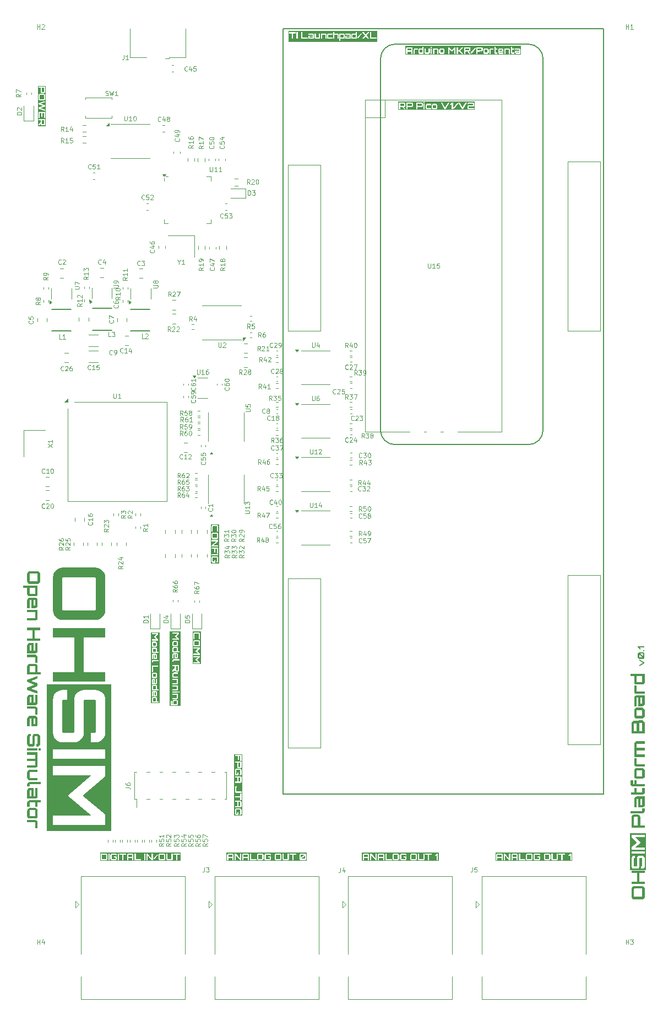
<source format=gbr>
%TF.GenerationSoftware,KiCad,Pcbnew,8.0.5-8.0.5-0~ubuntu22.04.1*%
%TF.CreationDate,2024-09-18T21:08:00+02:00*%
%TF.ProjectId,ohsim_launchpad,6f687369-6d5f-46c6-9175-6e6368706164,rev?*%
%TF.SameCoordinates,Original*%
%TF.FileFunction,Legend,Top*%
%TF.FilePolarity,Positive*%
%FSLAX46Y46*%
G04 Gerber Fmt 4.6, Leading zero omitted, Abs format (unit mm)*
G04 Created by KiCad (PCBNEW 8.0.5-8.0.5-0~ubuntu22.04.1) date 2024-09-18 21:08:00*
%MOMM*%
%LPD*%
G01*
G04 APERTURE LIST*
%ADD10C,0.250000*%
%ADD11C,0.200000*%
%ADD12C,0.300000*%
%ADD13C,0.100000*%
%ADD14C,0.120000*%
%ADD15C,0.150000*%
%ADD16C,0.127000*%
G04 APERTURE END LIST*
D10*
G36*
X272830000Y-158023482D02*
G01*
X272017892Y-158470690D01*
X272017892Y-158258932D01*
X272607006Y-157938974D01*
X272017892Y-157619016D01*
X272017892Y-157407501D01*
X272830000Y-157855931D01*
X272830000Y-158023482D01*
G37*
G36*
X272678325Y-156322391D02*
G01*
X272725952Y-156342358D01*
X272767840Y-156373133D01*
X272801179Y-156412700D01*
X272822794Y-156458679D01*
X272830000Y-156509176D01*
X272830000Y-157120760D01*
X272822794Y-157171807D01*
X272801179Y-157217969D01*
X272767840Y-157257353D01*
X272725952Y-157288066D01*
X272678325Y-157307667D01*
X272627766Y-157314200D01*
X272018869Y-157314200D01*
X271967578Y-157307667D01*
X271920683Y-157288066D01*
X271880444Y-157257353D01*
X271849120Y-157217969D01*
X271828787Y-157171807D01*
X271822009Y-157120760D01*
X271822009Y-157113921D01*
X272009588Y-157113921D01*
X272014717Y-157126133D01*
X272026685Y-157131018D01*
X272466566Y-157131018D01*
X272009588Y-156582937D01*
X272009588Y-157113921D01*
X271822009Y-157113921D01*
X271822009Y-156509176D01*
X271823353Y-156499162D01*
X272180069Y-156499162D01*
X272637048Y-157047487D01*
X272637048Y-156516015D01*
X272632163Y-156504291D01*
X272619951Y-156499162D01*
X272180069Y-156499162D01*
X271823353Y-156499162D01*
X271828787Y-156458679D01*
X271849120Y-156412700D01*
X271880444Y-156373133D01*
X271920683Y-156342358D01*
X271967578Y-156322391D01*
X272018869Y-156315736D01*
X272627766Y-156315736D01*
X272678325Y-156322391D01*
G37*
G36*
X272830000Y-156150872D02*
G01*
X272646573Y-156150872D01*
X272646573Y-155967690D01*
X272830000Y-155967690D01*
X272830000Y-156150872D01*
G37*
G36*
X272830000Y-155585205D02*
G01*
X272086769Y-155585205D01*
X272184221Y-155665317D01*
X272184221Y-155907606D01*
X271822009Y-155603524D01*
X271822009Y-155401290D01*
X272830000Y-155401290D01*
X272830000Y-155585205D01*
G37*
D11*
X217300000Y-60600000D02*
X266500000Y-60600000D01*
X266500000Y-178100000D01*
X217300000Y-178100000D01*
X217300000Y-60600000D01*
D10*
G36*
X236997348Y-63613007D02*
G01*
X237002477Y-63624731D01*
X237002477Y-63905854D01*
X236365980Y-63905854D01*
X236365980Y-63624731D01*
X236370865Y-63613007D01*
X236383077Y-63607878D01*
X236985380Y-63607878D01*
X236997348Y-63613007D01*
G37*
G36*
X238699720Y-63806448D02*
G01*
X238704849Y-63818171D01*
X238704849Y-64229720D01*
X238699720Y-64241688D01*
X238687997Y-64246573D01*
X238264480Y-64246573D01*
X238252267Y-64241688D01*
X238247383Y-64229720D01*
X238247383Y-63818171D01*
X238252267Y-63806448D01*
X238264480Y-63801318D01*
X238687997Y-63801318D01*
X238699720Y-63806448D01*
G37*
G36*
X241895150Y-63806448D02*
G01*
X241900279Y-63818171D01*
X241900279Y-64229720D01*
X241895150Y-64241688D01*
X241883182Y-64246573D01*
X241459665Y-64246573D01*
X241447697Y-64241688D01*
X241442812Y-64229720D01*
X241442812Y-63818171D01*
X241447697Y-63806448D01*
X241459665Y-63801318D01*
X241883182Y-63801318D01*
X241895150Y-63806448D01*
G37*
G36*
X245892916Y-63613251D02*
G01*
X245898046Y-63625219D01*
X245898046Y-63881919D01*
X245892916Y-63893886D01*
X245880949Y-63898527D01*
X245278401Y-63898527D01*
X245266434Y-63893886D01*
X245261549Y-63881919D01*
X245261549Y-63625219D01*
X245266434Y-63613251D01*
X245278401Y-63608122D01*
X245880949Y-63608122D01*
X245892916Y-63613251D01*
G37*
G36*
X247776517Y-63613251D02*
G01*
X247781646Y-63625219D01*
X247781646Y-63881919D01*
X247776517Y-63893886D01*
X247764549Y-63898527D01*
X247162002Y-63898527D01*
X247150034Y-63893886D01*
X247145150Y-63881919D01*
X247145150Y-63625219D01*
X247150034Y-63613251D01*
X247162002Y-63608122D01*
X247764549Y-63608122D01*
X247776517Y-63613251D01*
G37*
G36*
X248695847Y-63806448D02*
G01*
X248700976Y-63818171D01*
X248700976Y-64229720D01*
X248695847Y-64241688D01*
X248683879Y-64246573D01*
X248260362Y-64246573D01*
X248248394Y-64241688D01*
X248243510Y-64229720D01*
X248243510Y-63818171D01*
X248248394Y-63806448D01*
X248260362Y-63801318D01*
X248683879Y-63801318D01*
X248695847Y-63806448D01*
G37*
G36*
X250977076Y-63806448D02*
G01*
X250982205Y-63818171D01*
X250982205Y-63951039D01*
X250524738Y-63951039D01*
X250524738Y-63818171D01*
X250529623Y-63806448D01*
X250541591Y-63801318D01*
X250965108Y-63801318D01*
X250977076Y-63806448D01*
G37*
G36*
X253567759Y-64246573D02*
G01*
X253127145Y-64246573D01*
X253115177Y-64241688D01*
X253110293Y-64229720D01*
X253110293Y-64096852D01*
X253567759Y-64096852D01*
X253567759Y-64246573D01*
G37*
G36*
X253876430Y-64555000D02*
G01*
X236056088Y-64555000D01*
X236056088Y-63616915D01*
X236181088Y-63616915D01*
X236181088Y-63624731D01*
X236181088Y-64430000D01*
X236365980Y-64430000D01*
X236365980Y-64091723D01*
X237002477Y-64091723D01*
X237002477Y-64430000D01*
X237189078Y-64430000D01*
X237189078Y-63810600D01*
X237343196Y-63810600D01*
X237343196Y-64430000D01*
X237526622Y-64430000D01*
X237526622Y-63818171D01*
X237529777Y-63810600D01*
X238062735Y-63810600D01*
X238062735Y-63818171D01*
X238062735Y-64237536D01*
X238069269Y-64287362D01*
X238088869Y-64333279D01*
X238119338Y-64372847D01*
X238158478Y-64403621D01*
X238204518Y-64423405D01*
X238255687Y-64430000D01*
X238888276Y-64430000D01*
X238888276Y-64237536D01*
X239003558Y-64237536D01*
X239010031Y-64287667D01*
X239029448Y-64333524D01*
X239059979Y-64372786D01*
X239099302Y-64403621D01*
X239145464Y-64423405D01*
X239196022Y-64430000D01*
X239634926Y-64430000D01*
X239975157Y-64430000D01*
X240158583Y-64430000D01*
X240321004Y-64430000D01*
X240504187Y-64430000D01*
X240504187Y-63818171D01*
X240509316Y-63806448D01*
X240521528Y-63801318D01*
X240945045Y-63801318D01*
X240957013Y-63806448D01*
X240962142Y-63818171D01*
X240962142Y-64430000D01*
X241145324Y-64430000D01*
X241145324Y-63810600D01*
X241259385Y-63810600D01*
X241259385Y-63818171D01*
X241259385Y-64237536D01*
X241265980Y-64287667D01*
X241285764Y-64333524D01*
X241316599Y-64372786D01*
X241355861Y-64403621D01*
X241401779Y-64423405D01*
X241452093Y-64430000D01*
X241890997Y-64430000D01*
X242662561Y-64430000D01*
X242847452Y-64430000D01*
X242847452Y-63691653D01*
X243230669Y-64146434D01*
X243613154Y-63690676D01*
X243613154Y-64430000D01*
X243799023Y-64430000D01*
X243962421Y-64430000D01*
X244148534Y-64430000D01*
X244148534Y-64019183D01*
X244385450Y-64019183D01*
X244729832Y-64430000D01*
X244931821Y-64430000D01*
X244931821Y-64377487D01*
X244552512Y-63925882D01*
X244804854Y-63625219D01*
X245076657Y-63625219D01*
X245076657Y-64430000D01*
X245261549Y-64430000D01*
X245261549Y-64085617D01*
X245591159Y-64085103D01*
X245880704Y-64430000D01*
X246081472Y-64430000D01*
X246081472Y-64378464D01*
X245959574Y-64234361D01*
X246161339Y-64234361D01*
X246161339Y-64430000D01*
X246218004Y-64425603D01*
X246871831Y-63625219D01*
X246960258Y-63625219D01*
X246960258Y-64430000D01*
X247145150Y-64430000D01*
X247145150Y-64085617D01*
X247772365Y-64084640D01*
X247823412Y-64078046D01*
X247870062Y-64058262D01*
X247910240Y-64027365D01*
X247941381Y-63987431D01*
X247961531Y-63940659D01*
X247968248Y-63889734D01*
X247968248Y-63810600D01*
X248060083Y-63810600D01*
X248060083Y-63818171D01*
X248060083Y-64237536D01*
X248066678Y-64287667D01*
X248086461Y-64333524D01*
X248117297Y-64372786D01*
X248156559Y-64403621D01*
X248202477Y-64423405D01*
X248252791Y-64430000D01*
X248691695Y-64430000D01*
X248743047Y-64423405D01*
X248789148Y-64403621D01*
X248828227Y-64372786D01*
X248858513Y-64333524D01*
X248878114Y-64287667D01*
X248884647Y-64237536D01*
X248884647Y-63810600D01*
X248999441Y-63810600D01*
X248999441Y-64430000D01*
X249182868Y-64430000D01*
X249182868Y-64237536D01*
X249731681Y-64237536D01*
X249738215Y-64287667D01*
X249757815Y-64333524D01*
X249788468Y-64372786D01*
X249827669Y-64403621D01*
X249873892Y-64423405D01*
X249925122Y-64430000D01*
X250231646Y-64430000D01*
X250231646Y-64246573D01*
X249931960Y-64246573D01*
X249919748Y-64241688D01*
X249914863Y-64229720D01*
X249914863Y-63810600D01*
X250341311Y-63810600D01*
X250341311Y-63818171D01*
X250341311Y-64237536D01*
X250347906Y-64287667D01*
X250367690Y-64333524D01*
X250398525Y-64372786D01*
X250437787Y-64403621D01*
X250483705Y-64423405D01*
X250534019Y-64430000D01*
X251165875Y-64430000D01*
X251313886Y-64430000D01*
X251497069Y-64430000D01*
X251497069Y-63818171D01*
X251502198Y-63806448D01*
X251514410Y-63801318D01*
X251937927Y-63801318D01*
X251949895Y-63806448D01*
X251955024Y-63818171D01*
X251955024Y-64430000D01*
X252138206Y-64430000D01*
X252138206Y-64237536D01*
X252286461Y-64237536D01*
X252292995Y-64287667D01*
X252312595Y-64333524D01*
X252343248Y-64372786D01*
X252382449Y-64403621D01*
X252428672Y-64423405D01*
X252479902Y-64430000D01*
X252786427Y-64430000D01*
X252786427Y-64246573D01*
X252486741Y-64246573D01*
X252474528Y-64241688D01*
X252469644Y-64229720D01*
X252469644Y-63801318D01*
X252786427Y-63801318D01*
X252926866Y-63801318D01*
X253550662Y-63801318D01*
X253562630Y-63806448D01*
X253567759Y-63818171D01*
X253567759Y-63931744D01*
X252926866Y-63931744D01*
X252926866Y-64229720D01*
X252926866Y-64237536D01*
X252933339Y-64287667D01*
X252952756Y-64333524D01*
X252983347Y-64372786D01*
X253022854Y-64403621D01*
X253068954Y-64423405D01*
X253119330Y-64430000D01*
X253751430Y-64430000D01*
X253751430Y-63810600D01*
X253744897Y-63760591D01*
X253725296Y-63714612D01*
X253694827Y-63675045D01*
X253655687Y-63644270D01*
X253609647Y-63624487D01*
X253558478Y-63617892D01*
X252926866Y-63617892D01*
X252926866Y-63801318D01*
X252786427Y-63801318D01*
X252786427Y-63617892D01*
X252469644Y-63617892D01*
X252469644Y-63369253D01*
X252286461Y-63369253D01*
X252286461Y-64237536D01*
X252138206Y-64237536D01*
X252138206Y-63810600D01*
X252131673Y-63760347D01*
X252112072Y-63714612D01*
X252081664Y-63675228D01*
X252042219Y-63644515D01*
X251996240Y-63624548D01*
X251945743Y-63617892D01*
X251313886Y-63617892D01*
X251313886Y-64430000D01*
X251165875Y-64430000D01*
X251165875Y-64246573D01*
X250541591Y-64246573D01*
X250529623Y-64241688D01*
X250524738Y-64229720D01*
X250524738Y-64116147D01*
X251165875Y-64116147D01*
X251165875Y-63810600D01*
X251159342Y-63760591D01*
X251139741Y-63714612D01*
X251109272Y-63675045D01*
X251070132Y-63644270D01*
X251024092Y-63624487D01*
X250972923Y-63617892D01*
X250534019Y-63617892D01*
X250483705Y-63624548D01*
X250437787Y-63644515D01*
X250398525Y-63675228D01*
X250367690Y-63714612D01*
X250347906Y-63760347D01*
X250341311Y-63810600D01*
X249914863Y-63810600D01*
X249914863Y-63801318D01*
X250231646Y-63801318D01*
X250231646Y-63617892D01*
X249914863Y-63617892D01*
X249914863Y-63369253D01*
X249731681Y-63369253D01*
X249731681Y-64237536D01*
X249182868Y-64237536D01*
X249182868Y-63818171D01*
X249187752Y-63806448D01*
X249199720Y-63801318D01*
X249643510Y-63801318D01*
X249643510Y-63617892D01*
X249192882Y-63617892D01*
X249142506Y-63624548D01*
X249096406Y-63644515D01*
X249056777Y-63675228D01*
X249025819Y-63714612D01*
X249006036Y-63760347D01*
X248999441Y-63810600D01*
X248884647Y-63810600D01*
X248878114Y-63760591D01*
X248858513Y-63714612D01*
X248828044Y-63675045D01*
X248788904Y-63644270D01*
X248742864Y-63624487D01*
X248691695Y-63617892D01*
X248252791Y-63617892D01*
X248202477Y-63624548D01*
X248156559Y-63644515D01*
X248117297Y-63675228D01*
X248086461Y-63714612D01*
X248066678Y-63760347D01*
X248060083Y-63810600D01*
X247968248Y-63810600D01*
X247968248Y-63618381D01*
X247961531Y-63567517D01*
X247941381Y-63520928D01*
X247910240Y-63480994D01*
X247870062Y-63450097D01*
X247823412Y-63430130D01*
X247772365Y-63423475D01*
X246960258Y-63423475D01*
X246960258Y-63625219D01*
X246871831Y-63625219D01*
X246879413Y-63615938D01*
X246879413Y-63422009D01*
X246823482Y-63425429D01*
X246161339Y-64234361D01*
X245959574Y-64234361D01*
X245832996Y-64084726D01*
X245888764Y-64084640D01*
X245939811Y-64078046D01*
X245986461Y-64058262D01*
X246026639Y-64027365D01*
X246057780Y-63987431D01*
X246077930Y-63940659D01*
X246084647Y-63889734D01*
X246084647Y-63618381D01*
X246077930Y-63567517D01*
X246057780Y-63520928D01*
X246026639Y-63480994D01*
X245986461Y-63450097D01*
X245939811Y-63430130D01*
X245888764Y-63423475D01*
X245076657Y-63423475D01*
X245076657Y-63625219D01*
X244804854Y-63625219D01*
X244931332Y-63474521D01*
X244931332Y-63422009D01*
X244729832Y-63422009D01*
X244385450Y-63832826D01*
X244148534Y-63832826D01*
X244148534Y-63422009D01*
X243962421Y-63422009D01*
X243962421Y-64430000D01*
X243799023Y-64430000D01*
X243799023Y-63422009D01*
X243595324Y-63422009D01*
X243230669Y-63857739D01*
X242865282Y-63422009D01*
X242662561Y-63422009D01*
X242662561Y-64430000D01*
X241890997Y-64430000D01*
X241942349Y-64423405D01*
X241988450Y-64403621D01*
X242027529Y-64372786D01*
X242057815Y-64333524D01*
X242077416Y-64287667D01*
X242083949Y-64237536D01*
X242083949Y-63810600D01*
X242077416Y-63760591D01*
X242057815Y-63714612D01*
X242027346Y-63675045D01*
X241988206Y-63644270D01*
X241942166Y-63624487D01*
X241890997Y-63617892D01*
X241452093Y-63617892D01*
X241401779Y-63624548D01*
X241355861Y-63644515D01*
X241316599Y-63675228D01*
X241285764Y-63714612D01*
X241265980Y-63760347D01*
X241259385Y-63810600D01*
X241145324Y-63810600D01*
X241138790Y-63760347D01*
X241119190Y-63714612D01*
X241088782Y-63675228D01*
X241049337Y-63644515D01*
X241003358Y-63624548D01*
X240952861Y-63617892D01*
X240321004Y-63617892D01*
X240321004Y-64430000D01*
X240158583Y-64430000D01*
X240158583Y-63617892D01*
X239975157Y-63617892D01*
X239975157Y-64430000D01*
X239634926Y-64430000D01*
X239686278Y-64423405D01*
X239732379Y-64403621D01*
X239771641Y-64372786D01*
X239801988Y-64333524D01*
X239821589Y-64287667D01*
X239828122Y-64237536D01*
X239828122Y-63617892D01*
X239644696Y-63617892D01*
X239644696Y-64229720D01*
X239639323Y-64241688D01*
X239627355Y-64246573D01*
X239203838Y-64246573D01*
X239191625Y-64241688D01*
X239186741Y-64229720D01*
X239186741Y-63617892D01*
X239003558Y-63617892D01*
X239003558Y-64237536D01*
X238888276Y-64237536D01*
X238888276Y-63536315D01*
X239975157Y-63536315D01*
X240158583Y-63536315D01*
X240158583Y-63351912D01*
X239975157Y-63351912D01*
X239975157Y-63536315D01*
X238888276Y-63536315D01*
X238888276Y-63351912D01*
X238704849Y-63351912D01*
X238704849Y-63617892D01*
X238255687Y-63617892D01*
X238204335Y-63624548D01*
X238158234Y-63644515D01*
X238119094Y-63675228D01*
X238088625Y-63714612D01*
X238069207Y-63760347D01*
X238062735Y-63810600D01*
X237529777Y-63810600D01*
X237531507Y-63806448D01*
X237543475Y-63801318D01*
X237987264Y-63801318D01*
X237987264Y-63617892D01*
X237536636Y-63617892D01*
X237486261Y-63624548D01*
X237440160Y-63644515D01*
X237400532Y-63675228D01*
X237369574Y-63714612D01*
X237349790Y-63760347D01*
X237343196Y-63810600D01*
X237189078Y-63810600D01*
X237189078Y-63616915D01*
X237182423Y-63565868D01*
X237162456Y-63519218D01*
X237131315Y-63479162D01*
X237091137Y-63448387D01*
X237044426Y-63428604D01*
X236993196Y-63422009D01*
X236376238Y-63422009D01*
X236325008Y-63428604D01*
X236278297Y-63448387D01*
X236238363Y-63479162D01*
X236207466Y-63519218D01*
X236187683Y-63565868D01*
X236181088Y-63616915D01*
X236056088Y-63616915D01*
X236056088Y-63226912D01*
X253876430Y-63226912D01*
X253876430Y-64555000D01*
G37*
D12*
G36*
X272572404Y-192246022D02*
G01*
X272666071Y-192286322D01*
X272745938Y-192348482D01*
X272807732Y-192428471D01*
X272846933Y-192521284D01*
X272860000Y-192622889D01*
X272860000Y-193858757D01*
X272846933Y-193961217D01*
X272807732Y-194054640D01*
X272745938Y-194134508D01*
X272666071Y-194196301D01*
X272572404Y-194235502D01*
X272470188Y-194248569D01*
X271233831Y-194248569D01*
X271131737Y-194235502D01*
X271038436Y-194196301D01*
X270958325Y-194134508D01*
X270896775Y-194054640D01*
X270857208Y-193961217D01*
X270844019Y-193858757D01*
X270844019Y-192639986D01*
X271215757Y-192639986D01*
X271215757Y-193845080D01*
X271226015Y-193869504D01*
X271249462Y-193879274D01*
X272454556Y-193879274D01*
X272478492Y-193869504D01*
X272488262Y-193845080D01*
X272488262Y-192639986D01*
X272478492Y-192616538D01*
X272454556Y-192606280D01*
X271249462Y-192606280D01*
X271226015Y-192616538D01*
X271215757Y-192639986D01*
X270844019Y-192639986D01*
X270844019Y-192622889D01*
X270857208Y-192521284D01*
X270896775Y-192428471D01*
X270958325Y-192348482D01*
X271038436Y-192286322D01*
X271131737Y-192246022D01*
X271233831Y-192232588D01*
X272470188Y-192232588D01*
X272572404Y-192246022D01*
G37*
G36*
X272860000Y-191922889D02*
G01*
X270844019Y-191922889D01*
X270844019Y-191553593D01*
X271665652Y-191553593D01*
X271665652Y-190232728D01*
X270844019Y-190232728D01*
X270844019Y-189862456D01*
X272860000Y-189862456D01*
X272860000Y-190232728D01*
X272038367Y-190232728D01*
X272038367Y-191553593D01*
X272860000Y-191553593D01*
X272860000Y-191922889D01*
G37*
D10*
G36*
X235894661Y-72113251D02*
G01*
X235899790Y-72125219D01*
X235899790Y-72381919D01*
X235894661Y-72393886D01*
X235882693Y-72398527D01*
X235280146Y-72398527D01*
X235268178Y-72393886D01*
X235263293Y-72381919D01*
X235263293Y-72125219D01*
X235268178Y-72113251D01*
X235280146Y-72108122D01*
X235882693Y-72108122D01*
X235894661Y-72113251D01*
G37*
G36*
X237049441Y-72113251D02*
G01*
X237054570Y-72125219D01*
X237054570Y-72381919D01*
X237049441Y-72393886D01*
X237037473Y-72398527D01*
X236434926Y-72398527D01*
X236422958Y-72393886D01*
X236418073Y-72381919D01*
X236418073Y-72125219D01*
X236422958Y-72113251D01*
X236434926Y-72108122D01*
X237037473Y-72108122D01*
X237049441Y-72113251D01*
G37*
G36*
X238584263Y-72113251D02*
G01*
X238589392Y-72125219D01*
X238589392Y-72381919D01*
X238584263Y-72393886D01*
X238572295Y-72398527D01*
X237969748Y-72398527D01*
X237957780Y-72393886D01*
X237952896Y-72381919D01*
X237952896Y-72125219D01*
X237957780Y-72113251D01*
X237969748Y-72108122D01*
X238572295Y-72108122D01*
X238584263Y-72113251D01*
G37*
G36*
X240780495Y-72306448D02*
G01*
X240785624Y-72318171D01*
X240785624Y-72729720D01*
X240780495Y-72741688D01*
X240768527Y-72746573D01*
X240345010Y-72746573D01*
X240333042Y-72741688D01*
X240328157Y-72729720D01*
X240328157Y-72318171D01*
X240333042Y-72306448D01*
X240345010Y-72301318D01*
X240768527Y-72301318D01*
X240780495Y-72306448D01*
G37*
G36*
X246756577Y-73055000D02*
G01*
X234953401Y-73055000D01*
X234953401Y-72125219D01*
X235078401Y-72125219D01*
X235078401Y-72930000D01*
X235263293Y-72930000D01*
X235263293Y-72585617D01*
X235592904Y-72585103D01*
X235882449Y-72930000D01*
X236083217Y-72930000D01*
X236083217Y-72878464D01*
X235834740Y-72584726D01*
X235890509Y-72584640D01*
X235941556Y-72578046D01*
X235988206Y-72558262D01*
X236028384Y-72527365D01*
X236059525Y-72487431D01*
X236079675Y-72440659D01*
X236086392Y-72389734D01*
X236086392Y-72125219D01*
X236233182Y-72125219D01*
X236233182Y-72930000D01*
X236418073Y-72930000D01*
X236418073Y-72585617D01*
X237045289Y-72584640D01*
X237096336Y-72578046D01*
X237142986Y-72558262D01*
X237183164Y-72527365D01*
X237214305Y-72487431D01*
X237234455Y-72440659D01*
X237241172Y-72389734D01*
X237241172Y-72125219D01*
X237768004Y-72125219D01*
X237768004Y-72930000D01*
X237952896Y-72930000D01*
X238869295Y-72930000D01*
X239052721Y-72930000D01*
X239052721Y-72310600D01*
X239181437Y-72310600D01*
X239181437Y-72737536D01*
X239188032Y-72787667D01*
X239207815Y-72833524D01*
X239238651Y-72872786D01*
X239277913Y-72903621D01*
X239323831Y-72923405D01*
X239374145Y-72930000D01*
X240006001Y-72930000D01*
X240006001Y-72746573D01*
X239381716Y-72746573D01*
X239369748Y-72741688D01*
X239364863Y-72729720D01*
X239364863Y-72318171D01*
X239368018Y-72310600D01*
X240144731Y-72310600D01*
X240144731Y-72318171D01*
X240144731Y-72737536D01*
X240151325Y-72787667D01*
X240171109Y-72833524D01*
X240201945Y-72872786D01*
X240241207Y-72903621D01*
X240287124Y-72923405D01*
X240337438Y-72930000D01*
X240776343Y-72930000D01*
X240827695Y-72923405D01*
X240873796Y-72903621D01*
X240912875Y-72872786D01*
X240943161Y-72833524D01*
X240962761Y-72787667D01*
X240969295Y-72737536D01*
X240969295Y-72310600D01*
X240962761Y-72260591D01*
X240943161Y-72214612D01*
X240912691Y-72175045D01*
X240873551Y-72144270D01*
X240827512Y-72124487D01*
X240776343Y-72117892D01*
X240337438Y-72117892D01*
X240287124Y-72124548D01*
X240241207Y-72144515D01*
X240201945Y-72175228D01*
X240171109Y-72214612D01*
X240151325Y-72260347D01*
X240144731Y-72310600D01*
X239368018Y-72310600D01*
X239369748Y-72306448D01*
X239381716Y-72301318D01*
X240004291Y-72301318D01*
X240004291Y-72117892D01*
X239374145Y-72117892D01*
X239323831Y-72124548D01*
X239277913Y-72144515D01*
X239238651Y-72175228D01*
X239207815Y-72214612D01*
X239188032Y-72260347D01*
X239181437Y-72310600D01*
X239052721Y-72310600D01*
X239052721Y-72117892D01*
X238869295Y-72117892D01*
X238869295Y-72930000D01*
X237952896Y-72930000D01*
X237952896Y-72585617D01*
X238580111Y-72584640D01*
X238631158Y-72578046D01*
X238677808Y-72558262D01*
X238717986Y-72527365D01*
X238749127Y-72487431D01*
X238769277Y-72440659D01*
X238775994Y-72389734D01*
X238775994Y-72118381D01*
X238769277Y-72067517D01*
X238755782Y-72036315D01*
X238869295Y-72036315D01*
X239052721Y-72036315D01*
X239052721Y-71922009D01*
X241518597Y-71922009D01*
X242102337Y-72930000D01*
X242267690Y-72930000D01*
X242641356Y-72284221D01*
X242874877Y-72284221D01*
X243117166Y-72284221D01*
X243197278Y-72186769D01*
X243197278Y-72930000D01*
X243381193Y-72930000D01*
X243381193Y-72734361D01*
X243428820Y-72734361D01*
X243428820Y-72930000D01*
X243485484Y-72925603D01*
X244146894Y-72115938D01*
X244146894Y-71922009D01*
X244198429Y-71922009D01*
X244782170Y-72930000D01*
X244947522Y-72930000D01*
X245419409Y-72114473D01*
X245633112Y-72114473D01*
X245633112Y-72190432D01*
X245816294Y-72190432D01*
X245816294Y-72122288D01*
X245821179Y-72110321D01*
X245833391Y-72105191D01*
X246431297Y-72105191D01*
X246443021Y-72110321D01*
X246448150Y-72122288D01*
X246448150Y-72333803D01*
X246443021Y-72345771D01*
X246431297Y-72350655D01*
X245826552Y-72350655D01*
X245775200Y-72357128D01*
X245729099Y-72376545D01*
X245689898Y-72406709D01*
X245659246Y-72445910D01*
X245639645Y-72492011D01*
X245633112Y-72543363D01*
X245633112Y-72930000D01*
X246631577Y-72930000D01*
X246631577Y-72746573D01*
X245833391Y-72746573D01*
X245821179Y-72741688D01*
X245816294Y-72729720D01*
X245816294Y-72551912D01*
X245821179Y-72540188D01*
X245833391Y-72535059D01*
X246438136Y-72535059D01*
X246488695Y-72528464D01*
X246534856Y-72508681D01*
X246574424Y-72477906D01*
X246605198Y-72438339D01*
X246624982Y-72392177D01*
X246631577Y-72341618D01*
X246631577Y-72114473D01*
X246624982Y-72063304D01*
X246605198Y-72017264D01*
X246574424Y-71978124D01*
X246534856Y-71947655D01*
X246488695Y-71928054D01*
X246438136Y-71921521D01*
X245826552Y-71921521D01*
X245775200Y-71928054D01*
X245729099Y-71947655D01*
X245689898Y-71978002D01*
X245659246Y-72017264D01*
X245639645Y-72063304D01*
X245633112Y-72114473D01*
X245419409Y-72114473D01*
X245530774Y-71922009D01*
X245316817Y-71922009D01*
X244865212Y-72705540D01*
X244413363Y-71922009D01*
X244198429Y-71922009D01*
X244146894Y-71922009D01*
X244090963Y-71925429D01*
X243428820Y-72734361D01*
X243381193Y-72734361D01*
X243381193Y-71922009D01*
X243178960Y-71922009D01*
X242874877Y-72284221D01*
X242641356Y-72284221D01*
X242850942Y-71922009D01*
X242636985Y-71922009D01*
X242185380Y-72705540D01*
X241733531Y-71922009D01*
X241518597Y-71922009D01*
X239052721Y-71922009D01*
X239052721Y-71851912D01*
X238869295Y-71851912D01*
X238869295Y-72036315D01*
X238755782Y-72036315D01*
X238749127Y-72020928D01*
X238717986Y-71980994D01*
X238677808Y-71950097D01*
X238631158Y-71930130D01*
X238580111Y-71923475D01*
X237768004Y-71923475D01*
X237768004Y-72125219D01*
X237241172Y-72125219D01*
X237241172Y-72118381D01*
X237234455Y-72067517D01*
X237214305Y-72020928D01*
X237183164Y-71980994D01*
X237142986Y-71950097D01*
X237096336Y-71930130D01*
X237045289Y-71923475D01*
X236233182Y-71923475D01*
X236233182Y-72125219D01*
X236086392Y-72125219D01*
X236086392Y-72118381D01*
X236079675Y-72067517D01*
X236059525Y-72020928D01*
X236028384Y-71980994D01*
X235988206Y-71950097D01*
X235941556Y-71930130D01*
X235890509Y-71923475D01*
X235078401Y-71923475D01*
X235078401Y-72125219D01*
X234953401Y-72125219D01*
X234953401Y-71726912D01*
X246756577Y-71726912D01*
X246756577Y-73055000D01*
G37*
G36*
X204286992Y-154616120D02*
G01*
X204292121Y-154628332D01*
X204292121Y-155230879D01*
X204286992Y-155242602D01*
X204275268Y-155247732D01*
X203672721Y-155247732D01*
X203660753Y-155242602D01*
X203655868Y-155230879D01*
X203655868Y-154628332D01*
X203660753Y-154616120D01*
X203672721Y-154611235D01*
X204275268Y-154611235D01*
X204286992Y-154616120D01*
G37*
G36*
X204602990Y-158147819D02*
G01*
X203345000Y-158147819D01*
X203345000Y-157071249D01*
X203470000Y-157071249D01*
X204208346Y-157071249D01*
X203753565Y-157454466D01*
X204209323Y-157836950D01*
X203470000Y-157836950D01*
X203470000Y-158022819D01*
X204477990Y-158022819D01*
X204477990Y-157819120D01*
X204042260Y-157454466D01*
X204477990Y-157089078D01*
X204477990Y-156886357D01*
X203470000Y-156886357D01*
X203470000Y-157071249D01*
X203345000Y-157071249D01*
X203345000Y-155772854D01*
X203470000Y-155772854D01*
X204208346Y-155772854D01*
X203753565Y-156156071D01*
X204209323Y-156538555D01*
X203470000Y-156538555D01*
X203470000Y-156724424D01*
X204477990Y-156724424D01*
X204477990Y-156520725D01*
X204042260Y-156156071D01*
X204477990Y-155790683D01*
X204477990Y-155587962D01*
X203470000Y-155587962D01*
X203470000Y-155772854D01*
X203345000Y-155772854D01*
X203345000Y-154621493D01*
X203470000Y-154621493D01*
X203470000Y-154628332D01*
X203470000Y-155239427D01*
X203476533Y-155290230D01*
X203496133Y-155336636D01*
X203527030Y-155376631D01*
X203566964Y-155407711D01*
X203613797Y-155427861D01*
X203664905Y-155434577D01*
X204283084Y-155434577D01*
X204334131Y-155427861D01*
X204380781Y-155407711D01*
X204420837Y-155376631D01*
X204451612Y-155336636D01*
X204471395Y-155290230D01*
X204477990Y-155239427D01*
X204477990Y-154621493D01*
X204471395Y-154570263D01*
X204451612Y-154523551D01*
X204420837Y-154483618D01*
X204380781Y-154452721D01*
X204334131Y-154433121D01*
X204283084Y-154426587D01*
X203664905Y-154426587D01*
X203613797Y-154433121D01*
X203566964Y-154452721D01*
X203527030Y-154483618D01*
X203496133Y-154523551D01*
X203476533Y-154570263D01*
X203470000Y-154621493D01*
X203345000Y-154621493D01*
X203345000Y-153473307D01*
X203470000Y-153473307D01*
X203470000Y-154283705D01*
X203655868Y-154283705D01*
X203655868Y-153512142D01*
X203669057Y-153476482D01*
X203704473Y-153463293D01*
X204243517Y-153463293D01*
X204279420Y-153476482D01*
X204292121Y-153512142D01*
X204292121Y-154283705D01*
X204477990Y-154283705D01*
X204477990Y-153473307D01*
X204471395Y-153421894D01*
X204451612Y-153375122D01*
X204420898Y-153335371D01*
X204381025Y-153304535D01*
X204334436Y-153284935D01*
X204283084Y-153278401D01*
X203664905Y-153278401D01*
X203613492Y-153284935D01*
X203566720Y-153304535D01*
X203526969Y-153335371D01*
X203496133Y-153375122D01*
X203476533Y-153421894D01*
X203470000Y-153473307D01*
X203345000Y-153473307D01*
X203345000Y-153153401D01*
X204602990Y-153153401D01*
X204602990Y-158147819D01*
G37*
G36*
X200893551Y-163819190D02*
G01*
X200898681Y-163831158D01*
X200898681Y-164255652D01*
X200893551Y-164267376D01*
X200881828Y-164272505D01*
X200470279Y-164272505D01*
X200458311Y-164267376D01*
X200453426Y-164255652D01*
X200453426Y-163831158D01*
X200458311Y-163819190D01*
X200470279Y-163814305D01*
X200881828Y-163814305D01*
X200893551Y-163819190D01*
G37*
G36*
X201086748Y-158456594D02*
G01*
X201091877Y-158468562D01*
X201091877Y-159071109D01*
X201086748Y-159083077D01*
X201074780Y-159088206D01*
X200818080Y-159088206D01*
X200806113Y-159083077D01*
X200801472Y-159071109D01*
X200801472Y-158468562D01*
X200806113Y-158456594D01*
X200818080Y-158451709D01*
X201074780Y-158451709D01*
X201086748Y-158456594D01*
G37*
G36*
X200893551Y-156628925D02*
G01*
X200898681Y-156640893D01*
X200898681Y-157064410D01*
X200893551Y-157076378D01*
X200881828Y-157081507D01*
X200748960Y-157081507D01*
X200748960Y-156624040D01*
X200881828Y-156624040D01*
X200893551Y-156628925D01*
G37*
G36*
X200893551Y-155688346D02*
G01*
X200898681Y-155700558D01*
X200898681Y-156124075D01*
X200893551Y-156135799D01*
X200881828Y-156140928D01*
X200470279Y-156140928D01*
X200458311Y-156135799D01*
X200453426Y-156124075D01*
X200453426Y-155700558D01*
X200458311Y-155688346D01*
X200470279Y-155683461D01*
X200881828Y-155683461D01*
X200893551Y-155688346D01*
G37*
G36*
X200893551Y-154758025D02*
G01*
X200898681Y-154769993D01*
X200898681Y-155193510D01*
X200893551Y-155205478D01*
X200881828Y-155210607D01*
X200470279Y-155210607D01*
X200458311Y-155205478D01*
X200453426Y-155193510D01*
X200453426Y-154769993D01*
X200458311Y-154758025D01*
X200470279Y-154753140D01*
X200881828Y-154753140D01*
X200893551Y-154758025D01*
G37*
G36*
X201474064Y-164580931D02*
G01*
X199824309Y-164580931D01*
X199824309Y-163766189D01*
X199949309Y-163766189D01*
X199949309Y-164263468D01*
X199955842Y-164314392D01*
X199975443Y-164360676D01*
X200005912Y-164400061D01*
X200045052Y-164430286D01*
X200091153Y-164449520D01*
X200142505Y-164455931D01*
X200889399Y-164455931D01*
X200939652Y-164449459D01*
X200985387Y-164430041D01*
X201024771Y-164399877D01*
X201055484Y-164360676D01*
X201075451Y-164314637D01*
X201082107Y-164263468D01*
X201082107Y-163824319D01*
X201075451Y-163773944D01*
X201055484Y-163727843D01*
X201024771Y-163688215D01*
X200985387Y-163657257D01*
X200939652Y-163637473D01*
X200889399Y-163630879D01*
X200462463Y-163630879D01*
X200412637Y-163637473D01*
X200366720Y-163657257D01*
X200327152Y-163688032D01*
X200296378Y-163727599D01*
X200276594Y-163773761D01*
X200270000Y-163824319D01*
X200270000Y-163831158D01*
X200270000Y-164272505D01*
X200151053Y-164272505D01*
X200139330Y-164267376D01*
X200134200Y-164255652D01*
X200134200Y-163766189D01*
X199949309Y-163766189D01*
X199824309Y-163766189D01*
X199824309Y-162868108D01*
X200270000Y-162868108D01*
X200881828Y-162868108D01*
X200893551Y-162873237D01*
X200898681Y-162885450D01*
X200898681Y-163308967D01*
X200893551Y-163320935D01*
X200881828Y-163326064D01*
X200270000Y-163326064D01*
X200270000Y-163509246D01*
X200889399Y-163509246D01*
X200939652Y-163502712D01*
X200985387Y-163483112D01*
X201024771Y-163452704D01*
X201055484Y-163413258D01*
X201075451Y-163367280D01*
X201082107Y-163316782D01*
X201082107Y-162684926D01*
X200270000Y-162684926D01*
X200270000Y-162868108D01*
X199824309Y-162868108D01*
X199824309Y-162522505D01*
X200270000Y-162522505D01*
X201082107Y-162522505D01*
X201163684Y-162522505D01*
X201348087Y-162522505D01*
X201348087Y-162339078D01*
X201163684Y-162339078D01*
X201163684Y-162522505D01*
X201082107Y-162522505D01*
X201082107Y-162339078D01*
X200270000Y-162339078D01*
X200270000Y-162522505D01*
X199824309Y-162522505D01*
X199824309Y-161551151D01*
X200270000Y-161551151D01*
X200881828Y-161551151D01*
X200893551Y-161556280D01*
X200898681Y-161568492D01*
X200898681Y-161992009D01*
X200893551Y-162003977D01*
X200881828Y-162009106D01*
X200270000Y-162009106D01*
X200270000Y-162192288D01*
X200889399Y-162192288D01*
X200939652Y-162185755D01*
X200985387Y-162166154D01*
X201024771Y-162135746D01*
X201055484Y-162096301D01*
X201075451Y-162050322D01*
X201082107Y-161999825D01*
X201082107Y-161367969D01*
X200270000Y-161367969D01*
X200270000Y-161551151D01*
X199824309Y-161551151D01*
X199824309Y-160577110D01*
X200270000Y-160577110D01*
X200881828Y-160577110D01*
X200893551Y-160582240D01*
X200898681Y-160594452D01*
X200898681Y-161017969D01*
X200893551Y-161029937D01*
X200881828Y-161035066D01*
X200270000Y-161035066D01*
X200270000Y-161218248D01*
X200889399Y-161218248D01*
X200939652Y-161211714D01*
X200985387Y-161192114D01*
X201024771Y-161161706D01*
X201055484Y-161122260D01*
X201075451Y-161076282D01*
X201082107Y-161025785D01*
X201082107Y-160393928D01*
X200270000Y-160393928D01*
X200270000Y-160577110D01*
X199824309Y-160577110D01*
X199824309Y-159609909D01*
X200270000Y-159609909D01*
X200270000Y-160048813D01*
X200276594Y-160100165D01*
X200296378Y-160146266D01*
X200327213Y-160185528D01*
X200366475Y-160215875D01*
X200412332Y-160235476D01*
X200462463Y-160242009D01*
X201082107Y-160242009D01*
X201082107Y-160058583D01*
X200470279Y-160058583D01*
X200458311Y-160053210D01*
X200453426Y-160041242D01*
X200453426Y-159617725D01*
X200458311Y-159605512D01*
X200470279Y-159600628D01*
X201082107Y-159600628D01*
X201082107Y-159417445D01*
X200462463Y-159417445D01*
X200412332Y-159423918D01*
X200366475Y-159443335D01*
X200327213Y-159473866D01*
X200296378Y-159513189D01*
X200276594Y-159559351D01*
X200270000Y-159609909D01*
X199824309Y-159609909D01*
X199824309Y-158451709D01*
X200270000Y-158451709D01*
X200614382Y-158451709D01*
X200614408Y-158468562D01*
X200614895Y-158781319D01*
X200270000Y-159070865D01*
X200270000Y-159271632D01*
X200321535Y-159271632D01*
X200615272Y-159023156D01*
X200615359Y-159078925D01*
X200621953Y-159129972D01*
X200641737Y-159176622D01*
X200672634Y-159216800D01*
X200712568Y-159247941D01*
X200759340Y-159268091D01*
X200810265Y-159274808D01*
X201081618Y-159274808D01*
X201132482Y-159268091D01*
X201179071Y-159247941D01*
X201219005Y-159216800D01*
X201249902Y-159176622D01*
X201269869Y-159129972D01*
X201276524Y-159078925D01*
X201276524Y-158266817D01*
X200270000Y-158266817D01*
X200270000Y-158451709D01*
X199824309Y-158451709D01*
X199824309Y-157569504D01*
X200270000Y-157569504D01*
X200270000Y-157733879D01*
X200453426Y-157733879D01*
X200453426Y-157578297D01*
X200458311Y-157566329D01*
X200470279Y-157561444D01*
X201349064Y-157561444D01*
X201349064Y-157377041D01*
X200462463Y-157377041D01*
X200412332Y-157383635D01*
X200366475Y-157403419D01*
X200327213Y-157434255D01*
X200296378Y-157473517D01*
X200276594Y-157519373D01*
X200270000Y-157569504D01*
X199824309Y-157569504D01*
X199824309Y-156633321D01*
X200270000Y-156633321D01*
X200270000Y-157265177D01*
X200453426Y-157265177D01*
X200453426Y-156640893D01*
X200458311Y-156628925D01*
X200470279Y-156624040D01*
X200583852Y-156624040D01*
X200583852Y-157081507D01*
X200583852Y-157265177D01*
X200889399Y-157265177D01*
X200939408Y-157258644D01*
X200985387Y-157239043D01*
X201024954Y-157208574D01*
X201055729Y-157169434D01*
X201075512Y-157123394D01*
X201082107Y-157072226D01*
X201082107Y-156633321D01*
X201075451Y-156583007D01*
X201055484Y-156537090D01*
X201024771Y-156497827D01*
X200985387Y-156466992D01*
X200939652Y-156447208D01*
X200889399Y-156440614D01*
X200462463Y-156440614D01*
X200412332Y-156447208D01*
X200366475Y-156466992D01*
X200327213Y-156497827D01*
X200296378Y-156537090D01*
X200276594Y-156583007D01*
X200270000Y-156633321D01*
X199824309Y-156633321D01*
X199824309Y-155691765D01*
X200270000Y-155691765D01*
X200270000Y-155700558D01*
X200270000Y-156324354D01*
X201348087Y-156324354D01*
X201348087Y-156140928D01*
X201082107Y-156140928D01*
X201082107Y-155691765D01*
X201075451Y-155640413D01*
X201055484Y-155594312D01*
X201024771Y-155555172D01*
X200985387Y-155524703D01*
X200939652Y-155505286D01*
X200889399Y-155498813D01*
X200462463Y-155498813D01*
X200412637Y-155505347D01*
X200366720Y-155524947D01*
X200327152Y-155555416D01*
X200296378Y-155594556D01*
X200276594Y-155640596D01*
X200270000Y-155691765D01*
X199824309Y-155691765D01*
X199824309Y-154762421D01*
X200270000Y-154762421D01*
X200270000Y-154769993D01*
X200270000Y-155201325D01*
X200276594Y-155252677D01*
X200296378Y-155298778D01*
X200327213Y-155337857D01*
X200366475Y-155368143D01*
X200412332Y-155387744D01*
X200462463Y-155394277D01*
X200889399Y-155394277D01*
X200939408Y-155387744D01*
X200985387Y-155368143D01*
X201024954Y-155337674D01*
X201055729Y-155298534D01*
X201075512Y-155252494D01*
X201082107Y-155201325D01*
X201082107Y-154762421D01*
X201075451Y-154712107D01*
X201055484Y-154666189D01*
X201024771Y-154626927D01*
X200985387Y-154596092D01*
X200939652Y-154576308D01*
X200889399Y-154569713D01*
X200462463Y-154569713D01*
X200412332Y-154576308D01*
X200366475Y-154596092D01*
X200327213Y-154626927D01*
X200296378Y-154666189D01*
X200276594Y-154712107D01*
X200270000Y-154762421D01*
X199824309Y-154762421D01*
X199824309Y-153463293D01*
X200270000Y-153463293D01*
X201008346Y-153463293D01*
X200553565Y-153846510D01*
X201009323Y-154228995D01*
X200270000Y-154228995D01*
X200270000Y-154414863D01*
X201277990Y-154414863D01*
X201277990Y-154211165D01*
X200842260Y-153846510D01*
X201277990Y-153481123D01*
X201277990Y-153278401D01*
X200270000Y-153278401D01*
X200270000Y-153463293D01*
X199824309Y-153463293D01*
X199824309Y-153153401D01*
X201474064Y-153153401D01*
X201474064Y-164580931D01*
G37*
G36*
X210686992Y-179303105D02*
G01*
X210692121Y-179315317D01*
X210692121Y-179917620D01*
X210686992Y-179929588D01*
X210675268Y-179934717D01*
X210394145Y-179934717D01*
X210394145Y-179298220D01*
X210675268Y-179298220D01*
X210686992Y-179303105D01*
G37*
G36*
X210686992Y-175551535D02*
G01*
X210692121Y-175563747D01*
X210692121Y-176166050D01*
X210686992Y-176178018D01*
X210675268Y-176183147D01*
X210394145Y-176183147D01*
X210394145Y-175546650D01*
X210675268Y-175546650D01*
X210686992Y-175551535D01*
G37*
G36*
X210686748Y-173280321D02*
G01*
X210691877Y-173292288D01*
X210691877Y-173894836D01*
X210686748Y-173906803D01*
X210674780Y-173911933D01*
X210418080Y-173911933D01*
X210406113Y-173906803D01*
X210401472Y-173894836D01*
X210401472Y-173292288D01*
X210406113Y-173280321D01*
X210418080Y-173275436D01*
X210674780Y-173275436D01*
X210686748Y-173280321D01*
G37*
G36*
X211002990Y-181414043D02*
G01*
X209745000Y-181414043D01*
X209745000Y-180475959D01*
X209870000Y-180475959D01*
X209870000Y-181093161D01*
X209876533Y-181144207D01*
X209896133Y-181190858D01*
X209927030Y-181231036D01*
X209966964Y-181262177D01*
X210013797Y-181282327D01*
X210064905Y-181289043D01*
X210440551Y-181289043D01*
X210440551Y-180874319D01*
X210254438Y-180874319D01*
X210254438Y-181102442D01*
X210072721Y-181102442D01*
X210060753Y-181097313D01*
X210055868Y-181085345D01*
X210055868Y-180482798D01*
X210060753Y-180470830D01*
X210072721Y-180465945D01*
X210675268Y-180465945D01*
X210686992Y-180470830D01*
X210692121Y-180482798D01*
X210692121Y-181085345D01*
X210686992Y-181097313D01*
X210675268Y-181102442D01*
X210604682Y-181102442D01*
X210604682Y-181289043D01*
X210683084Y-181289043D01*
X210734131Y-181282327D01*
X210780781Y-181262177D01*
X210820837Y-181231036D01*
X210851612Y-181190858D01*
X210871395Y-181144207D01*
X210877990Y-181093161D01*
X210877990Y-180475959D01*
X210871395Y-180424851D01*
X210851612Y-180378018D01*
X210820837Y-180338084D01*
X210780781Y-180307187D01*
X210734131Y-180287587D01*
X210683084Y-180281053D01*
X210064905Y-180281053D01*
X210013797Y-180287587D01*
X209966964Y-180307187D01*
X209927030Y-180338084D01*
X209896133Y-180378018D01*
X209876533Y-180424851D01*
X209870000Y-180475959D01*
X209745000Y-180475959D01*
X209745000Y-179298220D01*
X209870000Y-179298220D01*
X210208276Y-179298220D01*
X210208276Y-179934717D01*
X209870000Y-179934717D01*
X209870000Y-180121318D01*
X210683084Y-180121318D01*
X210734131Y-180114663D01*
X210780781Y-180094696D01*
X210820837Y-180063555D01*
X210851612Y-180023377D01*
X210871395Y-179976666D01*
X210877990Y-179925436D01*
X210877990Y-179308478D01*
X210871395Y-179257248D01*
X210851612Y-179210537D01*
X210820837Y-179170603D01*
X210780781Y-179139706D01*
X210734131Y-179119923D01*
X210683084Y-179113328D01*
X209870000Y-179113328D01*
X209870000Y-179298220D01*
X209745000Y-179298220D01*
X209745000Y-178409665D01*
X209870000Y-178409665D01*
X209870000Y-178595289D01*
X210692121Y-178595289D01*
X210692121Y-179006350D01*
X210877990Y-179006350D01*
X210877990Y-177998360D01*
X210692121Y-177998360D01*
X210692121Y-178409665D01*
X209870000Y-178409665D01*
X209745000Y-178409665D01*
X209745000Y-177079518D01*
X209870000Y-177079518D01*
X209870000Y-177697697D01*
X209876533Y-177748499D01*
X209896133Y-177794905D01*
X209927030Y-177834717D01*
X209966964Y-177865736D01*
X210013797Y-177885886D01*
X210064905Y-177892602D01*
X210877990Y-177892602D01*
X210877990Y-177705757D01*
X210072721Y-177705757D01*
X210060753Y-177700628D01*
X210055868Y-177688904D01*
X210055868Y-177086357D01*
X210060753Y-177074389D01*
X210072721Y-177069504D01*
X210179455Y-177069504D01*
X210179455Y-176884612D01*
X210064905Y-176884612D01*
X210013797Y-176891146D01*
X209966964Y-176910746D01*
X209927030Y-176941643D01*
X209896133Y-176981577D01*
X209876533Y-177028410D01*
X209870000Y-177079518D01*
X209745000Y-177079518D01*
X209745000Y-175546650D01*
X209870000Y-175546650D01*
X210208276Y-175546650D01*
X210208276Y-176183147D01*
X209870000Y-176183147D01*
X209870000Y-176369748D01*
X210683084Y-176369748D01*
X210734131Y-176363093D01*
X210780781Y-176343126D01*
X210820837Y-176311985D01*
X210851612Y-176271807D01*
X210871395Y-176225095D01*
X210877990Y-176173866D01*
X210877990Y-175556908D01*
X210871395Y-175505678D01*
X210851612Y-175458967D01*
X210820837Y-175419033D01*
X210780781Y-175388136D01*
X210734131Y-175368353D01*
X210683084Y-175361758D01*
X209870000Y-175361758D01*
X209870000Y-175546650D01*
X209745000Y-175546650D01*
X209745000Y-174392358D01*
X209870000Y-174392358D01*
X209870000Y-175009560D01*
X209876533Y-175060607D01*
X209896133Y-175107257D01*
X209927030Y-175147435D01*
X209966964Y-175178576D01*
X210013797Y-175198726D01*
X210064905Y-175205443D01*
X210440551Y-175205443D01*
X210440551Y-174790718D01*
X210254438Y-174790718D01*
X210254438Y-175018841D01*
X210072721Y-175018841D01*
X210060753Y-175013712D01*
X210055868Y-175001744D01*
X210055868Y-174399197D01*
X210060753Y-174387229D01*
X210072721Y-174382344D01*
X210675268Y-174382344D01*
X210686992Y-174387229D01*
X210692121Y-174399197D01*
X210692121Y-175001744D01*
X210686992Y-175013712D01*
X210675268Y-175018841D01*
X210604682Y-175018841D01*
X210604682Y-175205443D01*
X210683084Y-175205443D01*
X210734131Y-175198726D01*
X210780781Y-175178576D01*
X210820837Y-175147435D01*
X210851612Y-175107257D01*
X210871395Y-175060607D01*
X210877990Y-175009560D01*
X210877990Y-174392358D01*
X210871395Y-174341250D01*
X210851612Y-174294417D01*
X210820837Y-174254483D01*
X210780781Y-174223586D01*
X210734131Y-174203986D01*
X210683084Y-174197452D01*
X210064905Y-174197452D01*
X210013797Y-174203986D01*
X209966964Y-174223586D01*
X209927030Y-174254483D01*
X209896133Y-174294417D01*
X209876533Y-174341250D01*
X209870000Y-174392358D01*
X209745000Y-174392358D01*
X209745000Y-173275436D01*
X209870000Y-173275436D01*
X210214382Y-173275436D01*
X210214408Y-173292288D01*
X210215359Y-173902651D01*
X210221953Y-173953698D01*
X210241737Y-174000348D01*
X210272634Y-174040526D01*
X210312568Y-174071667D01*
X210359340Y-174091817D01*
X210410265Y-174098534D01*
X210681618Y-174098534D01*
X210732482Y-174091817D01*
X210779071Y-174071667D01*
X210819005Y-174040526D01*
X210849902Y-174000348D01*
X210869869Y-173953698D01*
X210876524Y-173902651D01*
X210876524Y-173090544D01*
X209870000Y-173090544D01*
X209870000Y-173275436D01*
X209745000Y-173275436D01*
X209745000Y-172267934D01*
X209870000Y-172267934D01*
X210280816Y-172267934D01*
X210280816Y-172864131D01*
X210467173Y-172864131D01*
X210467173Y-172267934D01*
X210692121Y-172267934D01*
X210692121Y-173008722D01*
X210877990Y-173008722D01*
X210877990Y-172081088D01*
X209870000Y-172081088D01*
X209870000Y-172267934D01*
X209745000Y-172267934D01*
X209745000Y-171956088D01*
X211002990Y-171956088D01*
X211002990Y-181414043D01*
G37*
G36*
X190066607Y-187413007D02*
G01*
X190071736Y-187424731D01*
X190071736Y-188027278D01*
X190066607Y-188039246D01*
X190054639Y-188044131D01*
X189451359Y-188044131D01*
X189439147Y-188039246D01*
X189434262Y-188027278D01*
X189434262Y-187424731D01*
X189439147Y-187413007D01*
X189451359Y-187407878D01*
X190054639Y-187407878D01*
X190066607Y-187413007D01*
G37*
G36*
X194075120Y-187413007D02*
G01*
X194080249Y-187424731D01*
X194080249Y-187705854D01*
X193443753Y-187705854D01*
X193443753Y-187424731D01*
X193448637Y-187413007D01*
X193460850Y-187407878D01*
X194063152Y-187407878D01*
X194075120Y-187413007D01*
G37*
G36*
X198950452Y-187413007D02*
G01*
X198955581Y-187424731D01*
X198955581Y-188027278D01*
X198950452Y-188039246D01*
X198938728Y-188044131D01*
X198336181Y-188044131D01*
X198323969Y-188039246D01*
X198319084Y-188027278D01*
X198319084Y-187424731D01*
X198323969Y-187413007D01*
X198336181Y-187407878D01*
X198938728Y-187407878D01*
X198950452Y-187413007D01*
G37*
G36*
X201537175Y-188355000D02*
G01*
X189125347Y-188355000D01*
X189125347Y-187424731D01*
X189250347Y-187424731D01*
X189250347Y-188230000D01*
X190062455Y-188230000D01*
X190395358Y-188230000D01*
X190578784Y-188230000D01*
X190578784Y-187416915D01*
X190714095Y-187416915D01*
X190714095Y-188035094D01*
X190720628Y-188086202D01*
X190740228Y-188133035D01*
X190771125Y-188172969D01*
X190811059Y-188203866D01*
X190857892Y-188223466D01*
X190909000Y-188230000D01*
X191526202Y-188230000D01*
X191855930Y-188230000D01*
X192039356Y-188230000D01*
X192039356Y-187407878D01*
X192143892Y-187407878D01*
X192555197Y-187407878D01*
X192555197Y-188230000D01*
X192740822Y-188230000D01*
X192740822Y-187416915D01*
X193258861Y-187416915D01*
X193258861Y-187424731D01*
X193258861Y-188230000D01*
X193443753Y-188230000D01*
X193443753Y-187891723D01*
X194080249Y-187891723D01*
X194080249Y-188230000D01*
X194266851Y-188230000D01*
X194428051Y-188230000D01*
X195436041Y-188230000D01*
X195925016Y-188230000D01*
X196108442Y-188230000D01*
X196243753Y-188230000D01*
X196428644Y-188230000D01*
X196428644Y-187491653D01*
X197049021Y-188230000D01*
X197251743Y-188230000D01*
X197251743Y-188034361D01*
X197338205Y-188034361D01*
X197338205Y-188230000D01*
X197394869Y-188225603D01*
X198055481Y-187416915D01*
X198134436Y-187416915D01*
X198134436Y-187424731D01*
X198134436Y-188035094D01*
X198140970Y-188086202D01*
X198160570Y-188133035D01*
X198191467Y-188172969D01*
X198231401Y-188203866D01*
X198278112Y-188223466D01*
X198329342Y-188230000D01*
X198947277Y-188230000D01*
X198998079Y-188223466D01*
X199044485Y-188203866D01*
X199084480Y-188172969D01*
X199115560Y-188133035D01*
X199135710Y-188086202D01*
X199142427Y-188035094D01*
X199293125Y-188035094D01*
X199299658Y-188086202D01*
X199319259Y-188133035D01*
X199350155Y-188172969D01*
X199390089Y-188203866D01*
X199436800Y-188223466D01*
X199488030Y-188230000D01*
X200105965Y-188230000D01*
X200156767Y-188223466D01*
X200203173Y-188203866D01*
X200243168Y-188172969D01*
X200274248Y-188133035D01*
X200294398Y-188086202D01*
X200301115Y-188035094D01*
X200301115Y-187407878D01*
X200404185Y-187407878D01*
X200815490Y-187407878D01*
X200815490Y-188230000D01*
X201001115Y-188230000D01*
X201001115Y-187407878D01*
X201412175Y-187407878D01*
X201412175Y-187222009D01*
X200404185Y-187222009D01*
X200404185Y-187407878D01*
X200301115Y-187407878D01*
X200301115Y-187222009D01*
X200114269Y-187222009D01*
X200114269Y-188027278D01*
X200109140Y-188039246D01*
X200097416Y-188044131D01*
X199494869Y-188044131D01*
X199482657Y-188039246D01*
X199477772Y-188027278D01*
X199477772Y-187222009D01*
X199293125Y-187222009D01*
X199293125Y-188035094D01*
X199142427Y-188035094D01*
X199142427Y-187416915D01*
X199135710Y-187365868D01*
X199115560Y-187319218D01*
X199084480Y-187279162D01*
X199044485Y-187248387D01*
X198998079Y-187228604D01*
X198947277Y-187222009D01*
X198329342Y-187222009D01*
X198278112Y-187228604D01*
X198231401Y-187248387D01*
X198191467Y-187279162D01*
X198160570Y-187319218D01*
X198140970Y-187365868D01*
X198134436Y-187416915D01*
X198055481Y-187416915D01*
X198056279Y-187415938D01*
X198056279Y-187222009D01*
X198000347Y-187225429D01*
X197338205Y-188034361D01*
X197251743Y-188034361D01*
X197251743Y-187222009D01*
X197065141Y-187222009D01*
X197065141Y-187958401D01*
X196446474Y-187222009D01*
X196243753Y-187222009D01*
X196243753Y-188230000D01*
X196108442Y-188230000D01*
X196108442Y-187222009D01*
X195925016Y-187222009D01*
X195925016Y-188230000D01*
X195436041Y-188230000D01*
X195436041Y-188044131D01*
X194612699Y-188044131D01*
X194612699Y-187220544D01*
X194428051Y-187220544D01*
X194428051Y-188230000D01*
X194266851Y-188230000D01*
X194266851Y-187416915D01*
X194260195Y-187365868D01*
X194240228Y-187319218D01*
X194209088Y-187279162D01*
X194168910Y-187248387D01*
X194122198Y-187228604D01*
X194070968Y-187222009D01*
X193454011Y-187222009D01*
X193402781Y-187228604D01*
X193356069Y-187248387D01*
X193316136Y-187279162D01*
X193285239Y-187319218D01*
X193265455Y-187365868D01*
X193258861Y-187416915D01*
X192740822Y-187416915D01*
X192740822Y-187407878D01*
X193151882Y-187407878D01*
X193151882Y-187222009D01*
X192143892Y-187222009D01*
X192143892Y-187407878D01*
X192039356Y-187407878D01*
X192039356Y-187222009D01*
X191855930Y-187222009D01*
X191855930Y-188230000D01*
X191526202Y-188230000D01*
X191577249Y-188223466D01*
X191623899Y-188203866D01*
X191664077Y-188172969D01*
X191695218Y-188133035D01*
X191715368Y-188086202D01*
X191722085Y-188035094D01*
X191722085Y-187659448D01*
X191307360Y-187659448D01*
X191307360Y-187845561D01*
X191535483Y-187845561D01*
X191535483Y-188027278D01*
X191530354Y-188039246D01*
X191518386Y-188044131D01*
X190915839Y-188044131D01*
X190903871Y-188039246D01*
X190898986Y-188027278D01*
X190898986Y-187424731D01*
X190903871Y-187413007D01*
X190915839Y-187407878D01*
X191518386Y-187407878D01*
X191530354Y-187413007D01*
X191535483Y-187424731D01*
X191535483Y-187495317D01*
X191722085Y-187495317D01*
X191722085Y-187416915D01*
X191715368Y-187365868D01*
X191695218Y-187319218D01*
X191664077Y-187279162D01*
X191623899Y-187248387D01*
X191577249Y-187228604D01*
X191526202Y-187222009D01*
X190909000Y-187222009D01*
X190857892Y-187228604D01*
X190811059Y-187248387D01*
X190771125Y-187279162D01*
X190740228Y-187319218D01*
X190720628Y-187365868D01*
X190714095Y-187416915D01*
X190578784Y-187416915D01*
X190578784Y-187222009D01*
X190395358Y-187222009D01*
X190395358Y-188230000D01*
X190062455Y-188230000D01*
X190113685Y-188223466D01*
X190160396Y-188203866D01*
X190200574Y-188172969D01*
X190231715Y-188133035D01*
X190251682Y-188086202D01*
X190258337Y-188035094D01*
X190258337Y-187416915D01*
X190251682Y-187365868D01*
X190231715Y-187319218D01*
X190200574Y-187279162D01*
X190160396Y-187248387D01*
X190113685Y-187228604D01*
X190062455Y-187222009D01*
X189250347Y-187222009D01*
X189250347Y-187424731D01*
X189125347Y-187424731D01*
X189125347Y-187095544D01*
X201537175Y-187095544D01*
X201537175Y-188355000D01*
G37*
G36*
X197693551Y-163380390D02*
G01*
X197698681Y-163392602D01*
X197698681Y-163816120D01*
X197693551Y-163827843D01*
X197681828Y-163832972D01*
X197270279Y-163832972D01*
X197258311Y-163827843D01*
X197253426Y-163816120D01*
X197253426Y-163392602D01*
X197258311Y-163380390D01*
X197270279Y-163375505D01*
X197681828Y-163375505D01*
X197693551Y-163380390D01*
G37*
G36*
X197693551Y-162450069D02*
G01*
X197698681Y-162462037D01*
X197698681Y-162885554D01*
X197693551Y-162897522D01*
X197681828Y-162902651D01*
X197548960Y-162902651D01*
X197548960Y-162445184D01*
X197681828Y-162445184D01*
X197693551Y-162450069D01*
G37*
G36*
X197693551Y-161509490D02*
G01*
X197698681Y-161521702D01*
X197698681Y-161945219D01*
X197693551Y-161956943D01*
X197681828Y-161962072D01*
X197270279Y-161962072D01*
X197258311Y-161956943D01*
X197253426Y-161945219D01*
X197253426Y-161521702D01*
X197258311Y-161509490D01*
X197270279Y-161504605D01*
X197681828Y-161504605D01*
X197693551Y-161509490D01*
G37*
G36*
X197403147Y-161030286D02*
G01*
X197253426Y-161030286D01*
X197253426Y-160589672D01*
X197258311Y-160577704D01*
X197270279Y-160572819D01*
X197403147Y-160572819D01*
X197403147Y-161030286D01*
G37*
G36*
X197693551Y-159638346D02*
G01*
X197698681Y-159650314D01*
X197698681Y-160073831D01*
X197693551Y-160085799D01*
X197681828Y-160090928D01*
X197270279Y-160090928D01*
X197258311Y-160085799D01*
X197253426Y-160073831D01*
X197253426Y-159650314D01*
X197258311Y-159638346D01*
X197270279Y-159633461D01*
X197681828Y-159633461D01*
X197693551Y-159638346D01*
G37*
G36*
X197693551Y-156728925D02*
G01*
X197698681Y-156740893D01*
X197698681Y-157164410D01*
X197693551Y-157176378D01*
X197681828Y-157181507D01*
X197548960Y-157181507D01*
X197548960Y-156724040D01*
X197681828Y-156724040D01*
X197693551Y-156728925D01*
G37*
G36*
X197693551Y-155788346D02*
G01*
X197698681Y-155800558D01*
X197698681Y-156224075D01*
X197693551Y-156235799D01*
X197681828Y-156240928D01*
X197270279Y-156240928D01*
X197258311Y-156235799D01*
X197253426Y-156224075D01*
X197253426Y-155800558D01*
X197258311Y-155788346D01*
X197270279Y-155783461D01*
X197681828Y-155783461D01*
X197693551Y-155788346D01*
G37*
G36*
X197693551Y-154858025D02*
G01*
X197698681Y-154869993D01*
X197698681Y-155293510D01*
X197693551Y-155305478D01*
X197681828Y-155310607D01*
X197270279Y-155310607D01*
X197258311Y-155305478D01*
X197253426Y-155293510D01*
X197253426Y-154869993D01*
X197258311Y-154858025D01*
X197270279Y-154853140D01*
X197681828Y-154853140D01*
X197693551Y-154858025D01*
G37*
G36*
X198274064Y-164141399D02*
G01*
X196945000Y-164141399D01*
X196945000Y-163383810D01*
X197070000Y-163383810D01*
X197070000Y-163392602D01*
X197070000Y-164016399D01*
X198148087Y-164016399D01*
X198148087Y-163832972D01*
X197882107Y-163832972D01*
X197882107Y-163383810D01*
X197875451Y-163332458D01*
X197855484Y-163286357D01*
X197824771Y-163247217D01*
X197785387Y-163216748D01*
X197739652Y-163197330D01*
X197689399Y-163190858D01*
X197262463Y-163190858D01*
X197212637Y-163197391D01*
X197166720Y-163216992D01*
X197127152Y-163247461D01*
X197096378Y-163286601D01*
X197076594Y-163332641D01*
X197070000Y-163383810D01*
X196945000Y-163383810D01*
X196945000Y-162454466D01*
X197070000Y-162454466D01*
X197070000Y-163086322D01*
X197253426Y-163086322D01*
X197253426Y-162462037D01*
X197258311Y-162450069D01*
X197270279Y-162445184D01*
X197383852Y-162445184D01*
X197383852Y-162902651D01*
X197383852Y-163086322D01*
X197689399Y-163086322D01*
X197739408Y-163079788D01*
X197785387Y-163060188D01*
X197824954Y-163029719D01*
X197855729Y-162990579D01*
X197875512Y-162944539D01*
X197882107Y-162893370D01*
X197882107Y-162454466D01*
X197875451Y-162404152D01*
X197855484Y-162358234D01*
X197824771Y-162318972D01*
X197785387Y-162288136D01*
X197739652Y-162268353D01*
X197689399Y-162261758D01*
X197262463Y-162261758D01*
X197212332Y-162268353D01*
X197166475Y-162288136D01*
X197127213Y-162318972D01*
X197096378Y-162358234D01*
X197076594Y-162404152D01*
X197070000Y-162454466D01*
X196945000Y-162454466D01*
X196945000Y-161512909D01*
X197070000Y-161512909D01*
X197070000Y-161521702D01*
X197070000Y-162145498D01*
X198148087Y-162145498D01*
X198148087Y-161962072D01*
X197882107Y-161962072D01*
X197882107Y-161512909D01*
X197875451Y-161461557D01*
X197855484Y-161415457D01*
X197824771Y-161376317D01*
X197785387Y-161345847D01*
X197739652Y-161326430D01*
X197689399Y-161319958D01*
X197262463Y-161319958D01*
X197212637Y-161326491D01*
X197166720Y-161346092D01*
X197127152Y-161376561D01*
X197096378Y-161415701D01*
X197076594Y-161461741D01*
X197070000Y-161512909D01*
X196945000Y-161512909D01*
X196945000Y-160581856D01*
X197070000Y-160581856D01*
X197070000Y-160589672D01*
X197070000Y-161213956D01*
X197689399Y-161213956D01*
X197739408Y-161207423D01*
X197785387Y-161187822D01*
X197824954Y-161157353D01*
X197855729Y-161118213D01*
X197875512Y-161072173D01*
X197882107Y-161021004D01*
X197882107Y-160389392D01*
X197698681Y-160389392D01*
X197698681Y-161013189D01*
X197693551Y-161025157D01*
X197681828Y-161030286D01*
X197568255Y-161030286D01*
X197568255Y-160389392D01*
X197262463Y-160389392D01*
X197212332Y-160395865D01*
X197166475Y-160415282D01*
X197127213Y-160445874D01*
X197096378Y-160485380D01*
X197076594Y-160531481D01*
X197070000Y-160581856D01*
X196945000Y-160581856D01*
X196945000Y-159642742D01*
X197070000Y-159642742D01*
X197070000Y-159650314D01*
X197070000Y-160081646D01*
X197076594Y-160132998D01*
X197096378Y-160179099D01*
X197127213Y-160218178D01*
X197166475Y-160248464D01*
X197212332Y-160268065D01*
X197262463Y-160274598D01*
X197689399Y-160274598D01*
X197739408Y-160268065D01*
X197785387Y-160248464D01*
X197824954Y-160217995D01*
X197855729Y-160178855D01*
X197875512Y-160132815D01*
X197882107Y-160081646D01*
X197882107Y-159642742D01*
X197875451Y-159592428D01*
X197855484Y-159546510D01*
X197824771Y-159507248D01*
X197785387Y-159476413D01*
X197739652Y-159456629D01*
X197689399Y-159450034D01*
X197262463Y-159450034D01*
X197212332Y-159456629D01*
X197166475Y-159476413D01*
X197127213Y-159507248D01*
X197096378Y-159546510D01*
X197076594Y-159592428D01*
X197070000Y-159642742D01*
X196945000Y-159642742D01*
X196945000Y-159376273D01*
X197070000Y-159376273D01*
X197255868Y-159376273D01*
X197255868Y-158552930D01*
X198079455Y-158552930D01*
X198079455Y-158368283D01*
X197070000Y-158368283D01*
X197070000Y-159376273D01*
X196945000Y-159376273D01*
X196945000Y-157669504D01*
X197070000Y-157669504D01*
X197070000Y-157833879D01*
X197253426Y-157833879D01*
X197253426Y-157678297D01*
X197258311Y-157666329D01*
X197270279Y-157661444D01*
X198149064Y-157661444D01*
X198149064Y-157477041D01*
X197262463Y-157477041D01*
X197212332Y-157483635D01*
X197166475Y-157503419D01*
X197127213Y-157534255D01*
X197096378Y-157573517D01*
X197076594Y-157619373D01*
X197070000Y-157669504D01*
X196945000Y-157669504D01*
X196945000Y-156733321D01*
X197070000Y-156733321D01*
X197070000Y-157365177D01*
X197253426Y-157365177D01*
X197253426Y-156740893D01*
X197258311Y-156728925D01*
X197270279Y-156724040D01*
X197383852Y-156724040D01*
X197383852Y-157181507D01*
X197383852Y-157365177D01*
X197689399Y-157365177D01*
X197739408Y-157358644D01*
X197785387Y-157339043D01*
X197824954Y-157308574D01*
X197855729Y-157269434D01*
X197875512Y-157223394D01*
X197882107Y-157172226D01*
X197882107Y-156733321D01*
X197875451Y-156683007D01*
X197855484Y-156637090D01*
X197824771Y-156597827D01*
X197785387Y-156566992D01*
X197739652Y-156547208D01*
X197689399Y-156540614D01*
X197262463Y-156540614D01*
X197212332Y-156547208D01*
X197166475Y-156566992D01*
X197127213Y-156597827D01*
X197096378Y-156637090D01*
X197076594Y-156683007D01*
X197070000Y-156733321D01*
X196945000Y-156733321D01*
X196945000Y-155791765D01*
X197070000Y-155791765D01*
X197070000Y-155800558D01*
X197070000Y-156424354D01*
X198148087Y-156424354D01*
X198148087Y-156240928D01*
X197882107Y-156240928D01*
X197882107Y-155791765D01*
X197875451Y-155740413D01*
X197855484Y-155694312D01*
X197824771Y-155655172D01*
X197785387Y-155624703D01*
X197739652Y-155605286D01*
X197689399Y-155598813D01*
X197262463Y-155598813D01*
X197212637Y-155605347D01*
X197166720Y-155624947D01*
X197127152Y-155655416D01*
X197096378Y-155694556D01*
X197076594Y-155740596D01*
X197070000Y-155791765D01*
X196945000Y-155791765D01*
X196945000Y-154862421D01*
X197070000Y-154862421D01*
X197070000Y-154869993D01*
X197070000Y-155301325D01*
X197076594Y-155352677D01*
X197096378Y-155398778D01*
X197127213Y-155437857D01*
X197166475Y-155468143D01*
X197212332Y-155487744D01*
X197262463Y-155494277D01*
X197689399Y-155494277D01*
X197739408Y-155487744D01*
X197785387Y-155468143D01*
X197824954Y-155437674D01*
X197855729Y-155398534D01*
X197875512Y-155352494D01*
X197882107Y-155301325D01*
X197882107Y-154862421D01*
X197875451Y-154812107D01*
X197855484Y-154766189D01*
X197824771Y-154726927D01*
X197785387Y-154696092D01*
X197739652Y-154676308D01*
X197689399Y-154669713D01*
X197262463Y-154669713D01*
X197212332Y-154676308D01*
X197166475Y-154696092D01*
X197127213Y-154726927D01*
X197096378Y-154766189D01*
X197076594Y-154812107D01*
X197070000Y-154862421D01*
X196945000Y-154862421D01*
X196945000Y-153563293D01*
X197070000Y-153563293D01*
X197808346Y-153563293D01*
X197353565Y-153946510D01*
X197809323Y-154328995D01*
X197070000Y-154328995D01*
X197070000Y-154514863D01*
X198077990Y-154514863D01*
X198077990Y-154311165D01*
X197642260Y-153946510D01*
X198077990Y-153581123D01*
X198077990Y-153378401D01*
X197070000Y-153378401D01*
X197070000Y-153563293D01*
X196945000Y-153563293D01*
X196945000Y-153253401D01*
X198274064Y-153253401D01*
X198274064Y-164141399D01*
G37*
D12*
G36*
X179616555Y-143860385D02*
G01*
X179707524Y-143898606D01*
X179785632Y-143958854D01*
X179845643Y-144036725D01*
X179884221Y-144127812D01*
X179897080Y-144227711D01*
X179897080Y-145432683D01*
X179884221Y-145531748D01*
X179845643Y-145622240D01*
X179785632Y-145700229D01*
X179707524Y-145760835D01*
X179616555Y-145800128D01*
X179517014Y-145813225D01*
X178311566Y-145813225D01*
X178211906Y-145800128D01*
X178120580Y-145760835D01*
X178042709Y-145700229D01*
X177982461Y-145622240D01*
X177944240Y-145531748D01*
X177931500Y-145432683D01*
X177931500Y-144241046D01*
X178293944Y-144241046D01*
X178293944Y-145416013D01*
X178303469Y-145438874D01*
X178326807Y-145448876D01*
X179501773Y-145448876D01*
X179524635Y-145438874D01*
X179534636Y-145416013D01*
X179534636Y-144241046D01*
X179524635Y-144217233D01*
X179501773Y-144207707D01*
X178326807Y-144207707D01*
X178303469Y-144217233D01*
X178293944Y-144241046D01*
X177931500Y-144241046D01*
X177931500Y-144227711D01*
X177944240Y-144127812D01*
X177982461Y-144036725D01*
X178042709Y-143958854D01*
X178120580Y-143898606D01*
X178211906Y-143860385D01*
X178311566Y-143847644D01*
X179517014Y-143847644D01*
X179616555Y-143860385D01*
G37*
G36*
X179515109Y-147339206D02*
G01*
X179502131Y-147437675D01*
X179463195Y-147527334D01*
X179403304Y-147604252D01*
X179326505Y-147663548D01*
X179237323Y-147701769D01*
X179139329Y-147714509D01*
X178306803Y-147714509D01*
X178209048Y-147701769D01*
X178119628Y-147663548D01*
X178043067Y-147604252D01*
X177982937Y-147527334D01*
X177944359Y-147437675D01*
X177931500Y-147339206D01*
X177931500Y-146498107D01*
X178289181Y-146498107D01*
X178289181Y-147323965D01*
X178298706Y-147347302D01*
X178322044Y-147357304D01*
X179124565Y-147357304D01*
X179147426Y-147347302D01*
X179157428Y-147323965D01*
X179157428Y-146498107D01*
X179147426Y-146474293D01*
X179124565Y-146464291D01*
X178322044Y-146464291D01*
X178298706Y-146474293D01*
X178289181Y-146498107D01*
X177931500Y-146498107D01*
X177931500Y-146464291D01*
X177303771Y-146464291D01*
X177303771Y-146107086D01*
X179515109Y-146107086D01*
X179515109Y-147339206D01*
G37*
G36*
X179237323Y-147923117D02*
G01*
X179326505Y-147961695D01*
X179403304Y-148021825D01*
X179463195Y-148098386D01*
X179502131Y-148187925D01*
X179515109Y-148286038D01*
X179515109Y-149141901D01*
X179502250Y-149241680D01*
X179463672Y-149331458D01*
X179403661Y-149407781D01*
X179326505Y-149467196D01*
X179236846Y-149505417D01*
X179139329Y-149518157D01*
X178543511Y-149518157D01*
X178543511Y-149160000D01*
X178865472Y-149160000D01*
X179124565Y-149160000D01*
X179147426Y-149149998D01*
X179157428Y-149126660D01*
X179157428Y-148300802D01*
X179147426Y-148277465D01*
X179124565Y-148267939D01*
X178865472Y-148267939D01*
X178865472Y-149160000D01*
X178543511Y-149160000D01*
X178543511Y-148267939D01*
X178322044Y-148267939D01*
X178298706Y-148277465D01*
X178289181Y-148300802D01*
X178289181Y-149518157D01*
X177931500Y-149518157D01*
X177931500Y-148286038D01*
X177944359Y-148187925D01*
X177982937Y-148098386D01*
X178043067Y-148021825D01*
X178119628Y-147961695D01*
X178209048Y-147923117D01*
X178306803Y-147910258D01*
X179139329Y-147910258D01*
X179237323Y-147923117D01*
G37*
G36*
X177931500Y-149806779D02*
G01*
X179515109Y-149806779D01*
X179515109Y-151038899D01*
X179502131Y-151137368D01*
X179463195Y-151227027D01*
X179403304Y-151303945D01*
X179326505Y-151363241D01*
X179237323Y-151401462D01*
X179139329Y-151414202D01*
X177931500Y-151414202D01*
X177931500Y-151056997D01*
X179124565Y-151056997D01*
X179147426Y-151046995D01*
X179157428Y-151023658D01*
X179157428Y-150197800D01*
X179147426Y-150173986D01*
X179124565Y-150163984D01*
X177931500Y-150163984D01*
X177931500Y-149806779D01*
G37*
G36*
X177931500Y-152548686D02*
G01*
X179897080Y-152548686D01*
X179897080Y-152908749D01*
X179095988Y-152908749D01*
X179095988Y-154196592D01*
X179897080Y-154196592D01*
X179897080Y-154557608D01*
X177931500Y-154557608D01*
X177931500Y-154196592D01*
X178732592Y-154196592D01*
X178732592Y-152908749D01*
X177931500Y-152908749D01*
X177931500Y-152548686D01*
G37*
G36*
X178903098Y-156106926D02*
G01*
X179124565Y-156106926D01*
X179147426Y-156096924D01*
X179157428Y-156073586D01*
X179157428Y-154857184D01*
X179515109Y-154857184D01*
X179515109Y-156088827D01*
X179502250Y-156188606D01*
X179463672Y-156278384D01*
X179403661Y-156354707D01*
X179326505Y-156414122D01*
X179236846Y-156452343D01*
X179139329Y-156465083D01*
X177931500Y-156465083D01*
X177931500Y-155247728D01*
X178289181Y-155247728D01*
X178289181Y-156106926D01*
X178581137Y-156106926D01*
X178581137Y-155214865D01*
X178322044Y-155214865D01*
X178298706Y-155224391D01*
X178289181Y-155247728D01*
X177931500Y-155247728D01*
X177931500Y-155232487D01*
X177944359Y-155134256D01*
X177982937Y-155044359D01*
X178043067Y-154967322D01*
X178119628Y-154907669D01*
X178209048Y-154869805D01*
X178306803Y-154857184D01*
X178903098Y-154857184D01*
X178903098Y-156106926D01*
G37*
G36*
X177931500Y-156695600D02*
G01*
X179139329Y-156695600D01*
X179237323Y-156708459D01*
X179326505Y-156747037D01*
X179403304Y-156807405D01*
X179463195Y-156884680D01*
X179502131Y-156974577D01*
X179515109Y-157072808D01*
X179515109Y-157951533D01*
X179157428Y-157951533D01*
X179157428Y-157086144D01*
X179147426Y-157062807D01*
X179124565Y-157053281D01*
X177931500Y-157053281D01*
X177931500Y-156695600D01*
G37*
G36*
X179237323Y-158111323D02*
G01*
X179326505Y-158149187D01*
X179403304Y-158208602D01*
X179463195Y-158284924D01*
X179502131Y-158374821D01*
X179515109Y-158474958D01*
X179515109Y-159350825D01*
X180033771Y-159350825D01*
X180033771Y-159708506D01*
X177931500Y-159708506D01*
X177931500Y-158492103D01*
X178289181Y-158492103D01*
X178289181Y-159317962D01*
X178298706Y-159340823D01*
X178322044Y-159350825D01*
X179124565Y-159350825D01*
X179147426Y-159340823D01*
X179157428Y-159317962D01*
X179157428Y-158492103D01*
X179147426Y-158468290D01*
X179124565Y-158458764D01*
X178322044Y-158458764D01*
X178298706Y-158468290D01*
X178289181Y-158492103D01*
X177931500Y-158492103D01*
X177931500Y-158474958D01*
X177944359Y-158375178D01*
X177982937Y-158285401D01*
X178042948Y-158209078D01*
X178120104Y-158149663D01*
X178209643Y-158111442D01*
X178306803Y-158098702D01*
X179139329Y-158098702D01*
X179237323Y-158111323D01*
G37*
G36*
X177931500Y-160554368D02*
G01*
X179515109Y-159931878D01*
X179515109Y-160310992D01*
X178582089Y-160695821D01*
X179515109Y-161100654D01*
X179515109Y-161470718D01*
X178575421Y-161903175D01*
X179515109Y-162260380D01*
X179515109Y-162640922D01*
X177931500Y-162045104D01*
X177931500Y-161766484D01*
X178988827Y-161287829D01*
X177931500Y-160831559D01*
X177931500Y-160554368D01*
G37*
G36*
X178903098Y-164060694D02*
G01*
X179124565Y-164060694D01*
X179147426Y-164050692D01*
X179157428Y-164027355D01*
X179157428Y-162810952D01*
X179515109Y-162810952D01*
X179515109Y-164042595D01*
X179502250Y-164142375D01*
X179463672Y-164232152D01*
X179403661Y-164308475D01*
X179326505Y-164367890D01*
X179236846Y-164406111D01*
X179139329Y-164418852D01*
X177931500Y-164418852D01*
X177931500Y-163201496D01*
X178289181Y-163201496D01*
X178289181Y-164060694D01*
X178581137Y-164060694D01*
X178581137Y-163168633D01*
X178322044Y-163168633D01*
X178298706Y-163178159D01*
X178289181Y-163201496D01*
X177931500Y-163201496D01*
X177931500Y-163186256D01*
X177944359Y-163088024D01*
X177982937Y-162998128D01*
X178043067Y-162921090D01*
X178119628Y-162861437D01*
X178209048Y-162823573D01*
X178306803Y-162810952D01*
X178903098Y-162810952D01*
X178903098Y-164060694D01*
G37*
G36*
X177931500Y-164649368D02*
G01*
X179139329Y-164649368D01*
X179237323Y-164662227D01*
X179326505Y-164700806D01*
X179403304Y-164761173D01*
X179463195Y-164838449D01*
X179502131Y-164928345D01*
X179515109Y-165026577D01*
X179515109Y-165905301D01*
X179157428Y-165905301D01*
X179157428Y-165039912D01*
X179147426Y-165016575D01*
X179124565Y-165007049D01*
X177931500Y-165007049D01*
X177931500Y-164649368D01*
G37*
G36*
X179237323Y-166103431D02*
G01*
X179326505Y-166142009D01*
X179403304Y-166202139D01*
X179463195Y-166278700D01*
X179502131Y-166368239D01*
X179515109Y-166466352D01*
X179515109Y-167322215D01*
X179502250Y-167421994D01*
X179463672Y-167511772D01*
X179403661Y-167588095D01*
X179326505Y-167647510D01*
X179236846Y-167685731D01*
X179139329Y-167698471D01*
X178543511Y-167698471D01*
X178543511Y-167340314D01*
X178865472Y-167340314D01*
X179124565Y-167340314D01*
X179147426Y-167330312D01*
X179157428Y-167306974D01*
X179157428Y-166481116D01*
X179147426Y-166457779D01*
X179124565Y-166448253D01*
X178865472Y-166448253D01*
X178865472Y-167340314D01*
X178543511Y-167340314D01*
X178543511Y-166448253D01*
X178322044Y-166448253D01*
X178298706Y-166457779D01*
X178289181Y-166481116D01*
X178289181Y-167698471D01*
X177931500Y-167698471D01*
X177931500Y-166466352D01*
X177944359Y-166368239D01*
X177982937Y-166278700D01*
X178043067Y-166202139D01*
X178119628Y-166142009D01*
X178209048Y-166103431D01*
X178306803Y-166090572D01*
X179139329Y-166090572D01*
X179237323Y-166103431D01*
G37*
G36*
X177931500Y-169199209D02*
G01*
X177944240Y-169099192D01*
X177982461Y-169007747D01*
X178042709Y-168929877D01*
X178120580Y-168869628D01*
X178211906Y-168831407D01*
X178311566Y-168818667D01*
X178461592Y-168818667D01*
X178461592Y-169179206D01*
X178326807Y-169179206D01*
X178303469Y-169188731D01*
X178293944Y-169212069D01*
X178293944Y-170387035D01*
X178303469Y-170410373D01*
X178326807Y-170420375D01*
X178700681Y-170420375D01*
X178723066Y-170410373D01*
X178732592Y-170387035D01*
X178732592Y-169199209D01*
X178745451Y-169099192D01*
X178784029Y-169007747D01*
X178844397Y-168929877D01*
X178921672Y-168869628D01*
X179012640Y-168831407D01*
X179113134Y-168818667D01*
X179517014Y-168818667D01*
X179616555Y-168831407D01*
X179707524Y-168869628D01*
X179785632Y-168929877D01*
X179845643Y-169007747D01*
X179884221Y-169099192D01*
X179897080Y-169199209D01*
X179897080Y-170404181D01*
X179884221Y-170503246D01*
X179845643Y-170593738D01*
X179785632Y-170671371D01*
X179707524Y-170731857D01*
X179616555Y-170771150D01*
X179517014Y-170784248D01*
X179366988Y-170784248D01*
X179366988Y-170420375D01*
X179501773Y-170420375D01*
X179524635Y-170410373D01*
X179534636Y-170387035D01*
X179534636Y-169212069D01*
X179524635Y-169188731D01*
X179501773Y-169179206D01*
X179127899Y-169179206D01*
X179105038Y-169188731D01*
X179095988Y-169212069D01*
X179095988Y-170404181D01*
X179083010Y-170503246D01*
X179044075Y-170593738D01*
X178983945Y-170671371D01*
X178906431Y-170731857D01*
X178815820Y-170771150D01*
X178715446Y-170784248D01*
X178311566Y-170784248D01*
X178211906Y-170771150D01*
X178120580Y-170731857D01*
X178042709Y-170671371D01*
X177982461Y-170593738D01*
X177944240Y-170503246D01*
X177931500Y-170404181D01*
X177931500Y-169199209D01*
G37*
G36*
X177931500Y-171069535D02*
G01*
X179515109Y-171069535D01*
X179515109Y-171427217D01*
X177931500Y-171427217D01*
X177931500Y-171069535D01*
G37*
G36*
X179674184Y-171069535D02*
G01*
X180033771Y-171069535D01*
X180033771Y-171427217D01*
X179674184Y-171427217D01*
X179674184Y-171069535D01*
G37*
G36*
X177931500Y-171681071D02*
G01*
X179515109Y-171681071D01*
X179515109Y-173644270D01*
X179502131Y-173744050D01*
X179463195Y-173833827D01*
X179403304Y-173910269D01*
X179326505Y-173969089D01*
X179237323Y-174006953D01*
X179139329Y-174019574D01*
X177931500Y-174019574D01*
X177931500Y-173664750D01*
X179124565Y-173664750D01*
X179147426Y-173654272D01*
X179157428Y-173630935D01*
X179157428Y-173065122D01*
X179147426Y-173041784D01*
X179124565Y-173032259D01*
X177931500Y-173032259D01*
X177931500Y-172671720D01*
X179124565Y-172671720D01*
X179147426Y-172661718D01*
X179157428Y-172638857D01*
X179157428Y-172072091D01*
X179147426Y-172048754D01*
X179124565Y-172039228D01*
X177931500Y-172039228D01*
X177931500Y-171681071D01*
G37*
G36*
X177931500Y-174722554D02*
G01*
X177944359Y-174623965D01*
X177982937Y-174533949D01*
X178043067Y-174457269D01*
X178119628Y-174397735D01*
X178209048Y-174359871D01*
X178306803Y-174347250D01*
X179515109Y-174347250D01*
X179515109Y-174704455D01*
X178322044Y-174704455D01*
X178298706Y-174713981D01*
X178289181Y-174737794D01*
X178289181Y-175563653D01*
X178298706Y-175586990D01*
X178322044Y-175597468D01*
X179515109Y-175597468D01*
X179515109Y-175955150D01*
X178306803Y-175955150D01*
X178209048Y-175942409D01*
X178119628Y-175904188D01*
X178043067Y-175845011D01*
X177982937Y-175768450D01*
X177944359Y-175678554D01*
X177931500Y-175578417D01*
X177931500Y-174722554D01*
G37*
G36*
X177931500Y-176617170D02*
G01*
X177944359Y-176519415D01*
X177982937Y-176429994D01*
X178043067Y-176353433D01*
X178119628Y-176293304D01*
X178209048Y-176254726D01*
X178306803Y-176241866D01*
X180035676Y-176241866D01*
X180035676Y-176601453D01*
X178322044Y-176601453D01*
X178298706Y-176610978D01*
X178289181Y-176634316D01*
X178289181Y-176937702D01*
X177931500Y-176937702D01*
X177931500Y-176617170D01*
G37*
G36*
X178903098Y-178392718D02*
G01*
X179124565Y-178392718D01*
X179147426Y-178382716D01*
X179157428Y-178359378D01*
X179157428Y-177142976D01*
X179515109Y-177142976D01*
X179515109Y-178374619D01*
X179502250Y-178474398D01*
X179463672Y-178564176D01*
X179403661Y-178640499D01*
X179326505Y-178699914D01*
X179236846Y-178738135D01*
X179139329Y-178750875D01*
X177931500Y-178750875D01*
X177931500Y-177533520D01*
X178289181Y-177533520D01*
X178289181Y-178392718D01*
X178581137Y-178392718D01*
X178581137Y-177500657D01*
X178322044Y-177500657D01*
X178298706Y-177510183D01*
X178289181Y-177533520D01*
X177931500Y-177533520D01*
X177931500Y-177518279D01*
X177944359Y-177420048D01*
X177982937Y-177330151D01*
X178043067Y-177253114D01*
X178119628Y-177193461D01*
X178209048Y-177155597D01*
X178306803Y-177142976D01*
X178903098Y-177142976D01*
X178903098Y-178392718D01*
G37*
G36*
X177931500Y-179416706D02*
G01*
X177944359Y-179316807D01*
X177982937Y-179226673D01*
X178043067Y-179150231D01*
X178119628Y-179090458D01*
X178209048Y-179052237D01*
X178306803Y-179039497D01*
X179999956Y-179039497D01*
X179999956Y-179396702D01*
X179515109Y-179396702D01*
X179515109Y-180014429D01*
X179157428Y-180014429D01*
X179157428Y-179396702D01*
X178322044Y-179396702D01*
X178298706Y-179406228D01*
X178289181Y-179430041D01*
X178289181Y-180014429D01*
X177931500Y-180014429D01*
X177931500Y-179416706D01*
G37*
G36*
X179237323Y-180241135D02*
G01*
X179326505Y-180279713D01*
X179403304Y-180339843D01*
X179463195Y-180416404D01*
X179502131Y-180505943D01*
X179515109Y-180604056D01*
X179515109Y-181459919D01*
X179502250Y-181559699D01*
X179463672Y-181649476D01*
X179403661Y-181725799D01*
X179326505Y-181785214D01*
X179236846Y-181823435D01*
X179139329Y-181836175D01*
X178306803Y-181836175D01*
X178209048Y-181823435D01*
X178119628Y-181785214D01*
X178043067Y-181726156D01*
X177982937Y-181649952D01*
X177944359Y-181560056D01*
X177931500Y-181459919D01*
X177931500Y-180618820D01*
X178289181Y-180618820D01*
X178289181Y-181444678D01*
X178298706Y-181468016D01*
X178322044Y-181478018D01*
X179124565Y-181478018D01*
X179147426Y-181468016D01*
X179157428Y-181444678D01*
X179157428Y-180618820D01*
X179147426Y-180595483D01*
X179124565Y-180585957D01*
X178322044Y-180585957D01*
X178298706Y-180595483D01*
X178289181Y-180618820D01*
X177931500Y-180618820D01*
X177931500Y-180604056D01*
X177944359Y-180505943D01*
X177982937Y-180416404D01*
X178043067Y-180339843D01*
X178119628Y-180279713D01*
X178209048Y-180241135D01*
X178306803Y-180228276D01*
X179139329Y-180228276D01*
X179237323Y-180241135D01*
G37*
G36*
X177931500Y-182060024D02*
G01*
X179139329Y-182060024D01*
X179237323Y-182072883D01*
X179326505Y-182111461D01*
X179403304Y-182171829D01*
X179463195Y-182249105D01*
X179502131Y-182339001D01*
X179515109Y-182437233D01*
X179515109Y-183315957D01*
X179157428Y-183315957D01*
X179157428Y-182450568D01*
X179147426Y-182427231D01*
X179124565Y-182417705D01*
X177931500Y-182417705D01*
X177931500Y-182060024D01*
G37*
D10*
G36*
X230312387Y-187413007D02*
G01*
X230317516Y-187424731D01*
X230317516Y-187705854D01*
X229681019Y-187705854D01*
X229681019Y-187424731D01*
X229685904Y-187413007D01*
X229698116Y-187407878D01*
X230300419Y-187407878D01*
X230312387Y-187413007D01*
G37*
G36*
X232647348Y-187413007D02*
G01*
X232652477Y-187424731D01*
X232652477Y-187705854D01*
X232015981Y-187705854D01*
X232015981Y-187424731D01*
X232020865Y-187413007D01*
X232033078Y-187407878D01*
X232635380Y-187407878D01*
X232647348Y-187413007D01*
G37*
G36*
X234902443Y-187413007D02*
G01*
X234907572Y-187424731D01*
X234907572Y-188027278D01*
X234902443Y-188039246D01*
X234890719Y-188044131D01*
X234288172Y-188044131D01*
X234275960Y-188039246D01*
X234271075Y-188027278D01*
X234271075Y-187424731D01*
X234275960Y-187413007D01*
X234288172Y-187407878D01*
X234890719Y-187407878D01*
X234902443Y-187413007D01*
G37*
G36*
X237650663Y-187413007D02*
G01*
X237655792Y-187424731D01*
X237655792Y-188027278D01*
X237650663Y-188039246D01*
X237638939Y-188044131D01*
X237036392Y-188044131D01*
X237024180Y-188039246D01*
X237019295Y-188027278D01*
X237019295Y-187424731D01*
X237024180Y-187413007D01*
X237036392Y-187407878D01*
X237638939Y-187407878D01*
X237650663Y-187413007D01*
G37*
G36*
X241198971Y-188355000D02*
G01*
X229371127Y-188355000D01*
X229371127Y-187416915D01*
X229496127Y-187416915D01*
X229496127Y-187424731D01*
X229496127Y-188230000D01*
X229681019Y-188230000D01*
X229681019Y-187891723D01*
X230317516Y-187891723D01*
X230317516Y-188230000D01*
X230504117Y-188230000D01*
X230663852Y-188230000D01*
X230848744Y-188230000D01*
X230848744Y-187491653D01*
X231469121Y-188230000D01*
X231671842Y-188230000D01*
X231671842Y-187416915D01*
X231831089Y-187416915D01*
X231831089Y-187424731D01*
X231831089Y-188230000D01*
X232015981Y-188230000D01*
X232015981Y-187891723D01*
X232652477Y-187891723D01*
X232652477Y-188230000D01*
X232839079Y-188230000D01*
X233000279Y-188230000D01*
X234008269Y-188230000D01*
X234008269Y-188044131D01*
X233184927Y-188044131D01*
X233184927Y-187416915D01*
X234086427Y-187416915D01*
X234086427Y-187424731D01*
X234086427Y-188035094D01*
X234092961Y-188086202D01*
X234112561Y-188133035D01*
X234143458Y-188172969D01*
X234183392Y-188203866D01*
X234230103Y-188223466D01*
X234281333Y-188230000D01*
X234899267Y-188230000D01*
X234950070Y-188223466D01*
X234996476Y-188203866D01*
X235036471Y-188172969D01*
X235067551Y-188133035D01*
X235087701Y-188086202D01*
X235094417Y-188035094D01*
X235094417Y-187416915D01*
X235247802Y-187416915D01*
X235247802Y-188035094D01*
X235254335Y-188086202D01*
X235273936Y-188133035D01*
X235304833Y-188172969D01*
X235344766Y-188203866D01*
X235391600Y-188223466D01*
X235442708Y-188230000D01*
X236059909Y-188230000D01*
X236110956Y-188223466D01*
X236157607Y-188203866D01*
X236197784Y-188172969D01*
X236228925Y-188133035D01*
X236249075Y-188086202D01*
X236255792Y-188035094D01*
X236255792Y-187659448D01*
X235841068Y-187659448D01*
X235841068Y-187845561D01*
X236069191Y-187845561D01*
X236069191Y-188027278D01*
X236064062Y-188039246D01*
X236052094Y-188044131D01*
X235449547Y-188044131D01*
X235437579Y-188039246D01*
X235432694Y-188027278D01*
X235432694Y-187424731D01*
X235437579Y-187413007D01*
X235449547Y-187407878D01*
X236052094Y-187407878D01*
X236064062Y-187413007D01*
X236069191Y-187424731D01*
X236069191Y-187495317D01*
X236255792Y-187495317D01*
X236255792Y-187416915D01*
X236834648Y-187416915D01*
X236834648Y-187424731D01*
X236834648Y-188035094D01*
X236841181Y-188086202D01*
X236860782Y-188133035D01*
X236891678Y-188172969D01*
X236931612Y-188203866D01*
X236978324Y-188223466D01*
X237029554Y-188230000D01*
X237647488Y-188230000D01*
X237698290Y-188223466D01*
X237744697Y-188203866D01*
X237784691Y-188172969D01*
X237815771Y-188133035D01*
X237835921Y-188086202D01*
X237842638Y-188035094D01*
X237993336Y-188035094D01*
X237999869Y-188086202D01*
X238019470Y-188133035D01*
X238050366Y-188172969D01*
X238090300Y-188203866D01*
X238137012Y-188223466D01*
X238188242Y-188230000D01*
X238806176Y-188230000D01*
X238856978Y-188223466D01*
X238903385Y-188203866D01*
X238943379Y-188172969D01*
X238974459Y-188133035D01*
X238994609Y-188086202D01*
X239001326Y-188035094D01*
X239001326Y-187407878D01*
X239104396Y-187407878D01*
X239515701Y-187407878D01*
X239515701Y-188230000D01*
X239701326Y-188230000D01*
X239701326Y-187584221D01*
X240567655Y-187584221D01*
X240809944Y-187584221D01*
X240890056Y-187486769D01*
X240890056Y-188230000D01*
X241073971Y-188230000D01*
X241073971Y-187222009D01*
X240871738Y-187222009D01*
X240567655Y-187584221D01*
X239701326Y-187584221D01*
X239701326Y-187407878D01*
X240112387Y-187407878D01*
X240112387Y-187222009D01*
X239104396Y-187222009D01*
X239104396Y-187407878D01*
X239001326Y-187407878D01*
X239001326Y-187222009D01*
X238814480Y-187222009D01*
X238814480Y-188027278D01*
X238809351Y-188039246D01*
X238797627Y-188044131D01*
X238195080Y-188044131D01*
X238182868Y-188039246D01*
X238177983Y-188027278D01*
X238177983Y-187222009D01*
X237993336Y-187222009D01*
X237993336Y-188035094D01*
X237842638Y-188035094D01*
X237842638Y-187416915D01*
X237835921Y-187365868D01*
X237815771Y-187319218D01*
X237784691Y-187279162D01*
X237744697Y-187248387D01*
X237698290Y-187228604D01*
X237647488Y-187222009D01*
X237029554Y-187222009D01*
X236978324Y-187228604D01*
X236931612Y-187248387D01*
X236891678Y-187279162D01*
X236860782Y-187319218D01*
X236841181Y-187365868D01*
X236834648Y-187416915D01*
X236255792Y-187416915D01*
X236249075Y-187365868D01*
X236228925Y-187319218D01*
X236197784Y-187279162D01*
X236157607Y-187248387D01*
X236110956Y-187228604D01*
X236059909Y-187222009D01*
X235442708Y-187222009D01*
X235391600Y-187228604D01*
X235344766Y-187248387D01*
X235304833Y-187279162D01*
X235273936Y-187319218D01*
X235254335Y-187365868D01*
X235247802Y-187416915D01*
X235094417Y-187416915D01*
X235087701Y-187365868D01*
X235067551Y-187319218D01*
X235036471Y-187279162D01*
X234996476Y-187248387D01*
X234950070Y-187228604D01*
X234899267Y-187222009D01*
X234281333Y-187222009D01*
X234230103Y-187228604D01*
X234183392Y-187248387D01*
X234143458Y-187279162D01*
X234112561Y-187319218D01*
X234092961Y-187365868D01*
X234086427Y-187416915D01*
X233184927Y-187416915D01*
X233184927Y-187220544D01*
X233000279Y-187220544D01*
X233000279Y-188230000D01*
X232839079Y-188230000D01*
X232839079Y-187416915D01*
X232832423Y-187365868D01*
X232812457Y-187319218D01*
X232781316Y-187279162D01*
X232741138Y-187248387D01*
X232694426Y-187228604D01*
X232643196Y-187222009D01*
X232026239Y-187222009D01*
X231975009Y-187228604D01*
X231928297Y-187248387D01*
X231888364Y-187279162D01*
X231857467Y-187319218D01*
X231837683Y-187365868D01*
X231831089Y-187416915D01*
X231671842Y-187416915D01*
X231671842Y-187222009D01*
X231485241Y-187222009D01*
X231485241Y-187958401D01*
X230866574Y-187222009D01*
X230663852Y-187222009D01*
X230663852Y-188230000D01*
X230504117Y-188230000D01*
X230504117Y-187416915D01*
X230497462Y-187365868D01*
X230477495Y-187319218D01*
X230446354Y-187279162D01*
X230406176Y-187248387D01*
X230359465Y-187228604D01*
X230308235Y-187222009D01*
X229691277Y-187222009D01*
X229640047Y-187228604D01*
X229593336Y-187248387D01*
X229553402Y-187279162D01*
X229522505Y-187319218D01*
X229502722Y-187365868D01*
X229496127Y-187416915D01*
X229371127Y-187416915D01*
X229371127Y-187095544D01*
X241198971Y-187095544D01*
X241198971Y-188355000D01*
G37*
D12*
G36*
X271881318Y-181240648D02*
G01*
X271974863Y-181280949D01*
X272054731Y-181343230D01*
X272116524Y-181423586D01*
X272156092Y-181516887D01*
X272169281Y-181618981D01*
X272171235Y-182873412D01*
X272860000Y-182873412D01*
X272860000Y-183243196D01*
X270846950Y-183243196D01*
X270846950Y-181634612D01*
X271216245Y-181634612D01*
X271216245Y-182839706D01*
X271226503Y-182863642D01*
X271250439Y-182873412D01*
X271763838Y-182873412D01*
X271787773Y-182863642D01*
X271797055Y-182839706D01*
X271797055Y-181634612D01*
X271787773Y-181610676D01*
X271763838Y-181600418D01*
X271250439Y-181600418D01*
X271226503Y-181610676D01*
X271216245Y-181634612D01*
X270846950Y-181634612D01*
X270846950Y-181618981D01*
X270860261Y-181516887D01*
X270900195Y-181423586D01*
X270961988Y-181343230D01*
X271041856Y-181280949D01*
X271135034Y-181240648D01*
X271236762Y-181227215D01*
X271779469Y-181227215D01*
X271881318Y-181240648D01*
G37*
G36*
X272860000Y-180655687D02*
G01*
X272846810Y-180755949D01*
X272807243Y-180847662D01*
X272745572Y-180926186D01*
X272667048Y-180987857D01*
X272575334Y-181027424D01*
X272475073Y-181040614D01*
X270701870Y-181040614D01*
X270701870Y-180671807D01*
X272459441Y-180671807D01*
X272483377Y-180662037D01*
X272493147Y-180638101D01*
X272493147Y-180326936D01*
X272860000Y-180326936D01*
X272860000Y-180655687D01*
G37*
G36*
X272860000Y-179731472D02*
G01*
X272846810Y-179832222D01*
X272807243Y-179924424D01*
X272745572Y-180003436D01*
X272667048Y-180064619D01*
X272575334Y-180103454D01*
X272475073Y-180116399D01*
X271863489Y-180116399D01*
X271863489Y-179749546D01*
X272193705Y-179749546D01*
X272459441Y-179749546D01*
X272483377Y-179739776D01*
X272493147Y-179715840D01*
X272493147Y-178834612D01*
X272193705Y-178834612D01*
X272193705Y-179749546D01*
X271863489Y-179749546D01*
X271863489Y-178834612D01*
X271636343Y-178834612D01*
X271612896Y-178844870D01*
X271602637Y-178868806D01*
X271602637Y-180116399D01*
X271235785Y-180116399D01*
X271235785Y-178853175D01*
X271248974Y-178750837D01*
X271288541Y-178658757D01*
X271350090Y-178580478D01*
X271429225Y-178519539D01*
X271521182Y-178480338D01*
X271621200Y-178467271D01*
X272860000Y-178467271D01*
X272860000Y-179731472D01*
G37*
G36*
X272860000Y-177784368D02*
G01*
X272846810Y-177886828D01*
X272807243Y-177979274D01*
X272745572Y-178057676D01*
X272667048Y-178118981D01*
X272575334Y-178158182D01*
X272475073Y-178171249D01*
X270738506Y-178171249D01*
X270738506Y-177804884D01*
X271235785Y-177804884D01*
X271235785Y-177171318D01*
X271602637Y-177171318D01*
X271602637Y-177804884D01*
X272459441Y-177804884D01*
X272483377Y-177795115D01*
X272493147Y-177770690D01*
X272493147Y-177171318D01*
X272860000Y-177171318D01*
X272860000Y-177784368D01*
G37*
G36*
X272860000Y-176946127D02*
G01*
X271089239Y-176946127D01*
X270988611Y-176933060D01*
X270896775Y-176893859D01*
X270817763Y-176832554D01*
X270756580Y-176754152D01*
X270717013Y-176661706D01*
X270703824Y-176559246D01*
X270703824Y-175946196D01*
X271072630Y-175946196D01*
X271072630Y-176545568D01*
X271082889Y-176569993D01*
X271106336Y-176579762D01*
X271235785Y-176579762D01*
X271235785Y-175946196D01*
X271602637Y-175946196D01*
X271602637Y-176579762D01*
X272860000Y-176579762D01*
X272860000Y-176946127D01*
G37*
G36*
X272575334Y-174092759D02*
G01*
X272667048Y-174131960D01*
X272745572Y-174192533D01*
X272807243Y-174270690D01*
X272846810Y-174362892D01*
X272860000Y-174465596D01*
X272860000Y-175343405D01*
X272846810Y-175444033D01*
X272807243Y-175535868D01*
X272745572Y-175614392D01*
X272667048Y-175676064D01*
X272575334Y-175715631D01*
X272475073Y-175728820D01*
X271621200Y-175728820D01*
X271520694Y-175715631D01*
X271429225Y-175676064D01*
X271350457Y-175614392D01*
X271289030Y-175535868D01*
X271249096Y-175444033D01*
X271235785Y-175343405D01*
X271235785Y-174481228D01*
X271602637Y-174481228D01*
X271602637Y-175328262D01*
X271612896Y-175352198D01*
X271636343Y-175361967D01*
X272459441Y-175361967D01*
X272483377Y-175352198D01*
X272493147Y-175328262D01*
X272493147Y-174481228D01*
X272483377Y-174457292D01*
X272459441Y-174447034D01*
X271636343Y-174447034D01*
X271612896Y-174457292D01*
X271602637Y-174481228D01*
X271235785Y-174481228D01*
X271235785Y-174465596D01*
X271248974Y-174363258D01*
X271288541Y-174271179D01*
X271350090Y-174192899D01*
X271429225Y-174131960D01*
X271521182Y-174092759D01*
X271621200Y-174079692D01*
X272475073Y-174079692D01*
X272575334Y-174092759D01*
G37*
G36*
X272860000Y-173850104D02*
G01*
X271621200Y-173850104D01*
X271520694Y-173836915D01*
X271429225Y-173797348D01*
X271350457Y-173735432D01*
X271289030Y-173656175D01*
X271249096Y-173563974D01*
X271235785Y-173463224D01*
X271235785Y-172561967D01*
X271602637Y-172561967D01*
X271602637Y-173449546D01*
X271612896Y-173473482D01*
X271636343Y-173483251D01*
X272860000Y-173483251D01*
X272860000Y-173850104D01*
G37*
G36*
X272860000Y-172382693D02*
G01*
X271235785Y-172382693D01*
X271235785Y-170369155D01*
X271249096Y-170266817D01*
X271289030Y-170174738D01*
X271350457Y-170096336D01*
X271429225Y-170036008D01*
X271520694Y-169997173D01*
X271621200Y-169984228D01*
X272860000Y-169984228D01*
X272860000Y-170348150D01*
X271636343Y-170348150D01*
X271612896Y-170358897D01*
X271602637Y-170382833D01*
X271602637Y-170963154D01*
X271612896Y-170987090D01*
X271636343Y-170996859D01*
X272860000Y-170996859D01*
X272860000Y-171366643D01*
X271636343Y-171366643D01*
X271612896Y-171376901D01*
X271602637Y-171400348D01*
X271602637Y-171981646D01*
X271612896Y-172005582D01*
X271636343Y-172015352D01*
X272860000Y-172015352D01*
X272860000Y-172382693D01*
G37*
G36*
X272572404Y-166773168D02*
G01*
X272666071Y-166813468D01*
X272745938Y-166875628D01*
X272807732Y-166955617D01*
X272846933Y-167049040D01*
X272860000Y-167151500D01*
X272860000Y-168775715D01*
X270844019Y-168775715D01*
X270844019Y-167248220D01*
X271215757Y-167248220D01*
X271215757Y-168372226D01*
X271226015Y-168396161D01*
X271249462Y-168405931D01*
X271614361Y-168405931D01*
X271638297Y-168396161D01*
X271648066Y-168372226D01*
X271648066Y-167248220D01*
X271638297Y-167224773D01*
X271614361Y-167215003D01*
X271249462Y-167215003D01*
X271226015Y-167224773D01*
X271215757Y-167248220D01*
X270844019Y-167248220D01*
X270844019Y-167230635D01*
X270852262Y-167167131D01*
X272019804Y-167167131D01*
X272019804Y-168372226D01*
X272030062Y-168396161D01*
X272053510Y-168405931D01*
X272454556Y-168405931D01*
X272478492Y-168396161D01*
X272488262Y-168372226D01*
X272488262Y-167167131D01*
X272478492Y-167143196D01*
X272454556Y-167132937D01*
X272053510Y-167132937D01*
X272030062Y-167143196D01*
X272019804Y-167167131D01*
X270852262Y-167167131D01*
X270857208Y-167129030D01*
X270896775Y-167036217D01*
X270958325Y-166956594D01*
X271038436Y-166894556D01*
X271131737Y-166854256D01*
X271233831Y-166840823D01*
X271627550Y-166840823D01*
X271699357Y-166846685D01*
X271762372Y-166865247D01*
X271845720Y-166812850D01*
X271897194Y-166788555D01*
X271992592Y-166762549D01*
X272036413Y-166759734D01*
X272470188Y-166759734D01*
X272572404Y-166773168D01*
G37*
G36*
X272575334Y-164833025D02*
G01*
X272667048Y-164872226D01*
X272745572Y-164932798D01*
X272807243Y-165010956D01*
X272846810Y-165103157D01*
X272860000Y-165205861D01*
X272860000Y-166083670D01*
X272846810Y-166184298D01*
X272807243Y-166276133D01*
X272745572Y-166354658D01*
X272667048Y-166416329D01*
X272575334Y-166455896D01*
X272475073Y-166469085D01*
X271621200Y-166469085D01*
X271520694Y-166455896D01*
X271429225Y-166416329D01*
X271350457Y-166354658D01*
X271289030Y-166276133D01*
X271249096Y-166184298D01*
X271235785Y-166083670D01*
X271235785Y-165221493D01*
X271602637Y-165221493D01*
X271602637Y-166068527D01*
X271612896Y-166092463D01*
X271636343Y-166102233D01*
X272459441Y-166102233D01*
X272483377Y-166092463D01*
X272493147Y-166068527D01*
X272493147Y-165221493D01*
X272483377Y-165197557D01*
X272459441Y-165187299D01*
X271636343Y-165187299D01*
X271612896Y-165197557D01*
X271602637Y-165221493D01*
X271235785Y-165221493D01*
X271235785Y-165205861D01*
X271248974Y-165103524D01*
X271288541Y-165011444D01*
X271350090Y-164933164D01*
X271429225Y-164872226D01*
X271521182Y-164833025D01*
X271621200Y-164819958D01*
X272475073Y-164819958D01*
X272575334Y-164833025D01*
G37*
G36*
X272860000Y-164205443D02*
G01*
X272846810Y-164306193D01*
X272807243Y-164398394D01*
X272745572Y-164477407D01*
X272667048Y-164538590D01*
X272575334Y-164577424D01*
X272475073Y-164590369D01*
X271863489Y-164590369D01*
X271863489Y-164223517D01*
X272193705Y-164223517D01*
X272459441Y-164223517D01*
X272483377Y-164213747D01*
X272493147Y-164189811D01*
X272493147Y-163308583D01*
X272193705Y-163308583D01*
X272193705Y-164223517D01*
X271863489Y-164223517D01*
X271863489Y-163308583D01*
X271636343Y-163308583D01*
X271612896Y-163318841D01*
X271602637Y-163342777D01*
X271602637Y-164590369D01*
X271235785Y-164590369D01*
X271235785Y-163327145D01*
X271248974Y-163224808D01*
X271288541Y-163132728D01*
X271350090Y-163054448D01*
X271429225Y-162993510D01*
X271521182Y-162954309D01*
X271621200Y-162941242D01*
X272860000Y-162941242D01*
X272860000Y-164205443D01*
G37*
G36*
X272860000Y-162704815D02*
G01*
X271621200Y-162704815D01*
X271520694Y-162691625D01*
X271429225Y-162652058D01*
X271350457Y-162590143D01*
X271289030Y-162510886D01*
X271249096Y-162418684D01*
X271235785Y-162317934D01*
X271235785Y-161416678D01*
X271602637Y-161416678D01*
X271602637Y-162304256D01*
X271612896Y-162328192D01*
X271636343Y-162337962D01*
X272860000Y-162337962D01*
X272860000Y-162704815D01*
G37*
G36*
X272860000Y-160879832D02*
G01*
X272846810Y-160982170D01*
X272807243Y-161074249D01*
X272745694Y-161152529D01*
X272666559Y-161213468D01*
X272574724Y-161252669D01*
X272475073Y-161265736D01*
X271621200Y-161265736D01*
X271520694Y-161252791D01*
X271429225Y-161213956D01*
X271350457Y-161153018D01*
X271289030Y-161074738D01*
X271249096Y-160982536D01*
X271235785Y-160879832D01*
X271235785Y-160015212D01*
X271602637Y-160015212D01*
X271602637Y-160862247D01*
X271612896Y-160886671D01*
X271636343Y-160896441D01*
X272459441Y-160896441D01*
X272483377Y-160886671D01*
X272493147Y-160862247D01*
X272493147Y-160015212D01*
X272483377Y-159991765D01*
X272459441Y-159981507D01*
X271636343Y-159981507D01*
X271612896Y-159991765D01*
X271602637Y-160015212D01*
X271235785Y-160015212D01*
X271235785Y-159981507D01*
X270703824Y-159981507D01*
X270703824Y-159614654D01*
X272860000Y-159614654D01*
X272860000Y-160879832D01*
G37*
D10*
G36*
X226550662Y-61506448D02*
G01*
X226555792Y-61518171D01*
X226555792Y-61929720D01*
X226550662Y-61941688D01*
X226538695Y-61946573D01*
X226115177Y-61946573D01*
X226102965Y-61941688D01*
X226097836Y-61929720D01*
X226097836Y-61518171D01*
X226102965Y-61506448D01*
X226115177Y-61501318D01*
X226538695Y-61501318D01*
X226550662Y-61506448D01*
G37*
G36*
X221792812Y-61946573D02*
G01*
X221352198Y-61946573D01*
X221340230Y-61941688D01*
X221335345Y-61929720D01*
X221335345Y-61796852D01*
X221792812Y-61796852D01*
X221792812Y-61946573D01*
G37*
G36*
X227481716Y-61946573D02*
G01*
X227041102Y-61946573D01*
X227029134Y-61941688D01*
X227024249Y-61929720D01*
X227024249Y-61796852D01*
X227481716Y-61796852D01*
X227481716Y-61946573D01*
G37*
G36*
X228408374Y-61506448D02*
G01*
X228413503Y-61518171D01*
X228413503Y-61929720D01*
X228408374Y-61941688D01*
X228396650Y-61946573D01*
X227973133Y-61946573D01*
X227960921Y-61941688D01*
X227956036Y-61929720D01*
X227956036Y-61518171D01*
X227960921Y-61506448D01*
X227973133Y-61501318D01*
X228396650Y-61501318D01*
X228408374Y-61506448D01*
G37*
G36*
X231750052Y-62576912D02*
G01*
X218103087Y-62576912D01*
X218103087Y-61307878D01*
X218228087Y-61307878D01*
X218639392Y-61307878D01*
X218639392Y-62130000D01*
X218825017Y-62130000D01*
X219320586Y-62130000D01*
X219504012Y-62130000D01*
X220068702Y-62130000D01*
X221076692Y-62130000D01*
X221076692Y-61944131D01*
X220253349Y-61944131D01*
X220253349Y-61501318D01*
X221151919Y-61501318D01*
X221775715Y-61501318D01*
X221787683Y-61506448D01*
X221792812Y-61518171D01*
X221792812Y-61631744D01*
X221151919Y-61631744D01*
X221151919Y-61929720D01*
X221151919Y-61937536D01*
X221158391Y-61987667D01*
X221177808Y-62033524D01*
X221208400Y-62072786D01*
X221247906Y-62103621D01*
X221294007Y-62123405D01*
X221344382Y-62130000D01*
X221976482Y-62130000D01*
X221976482Y-61937536D01*
X222124494Y-61937536D01*
X222130966Y-61987667D01*
X222150383Y-62033524D01*
X222180914Y-62072786D01*
X222220237Y-62103621D01*
X222266399Y-62123405D01*
X222316957Y-62130000D01*
X222755861Y-62130000D01*
X223100976Y-62130000D01*
X223284159Y-62130000D01*
X223284159Y-61518171D01*
X223289288Y-61506448D01*
X223301500Y-61501318D01*
X223725017Y-61501318D01*
X223736985Y-61506448D01*
X223742114Y-61518171D01*
X223742114Y-62130000D01*
X223925296Y-62130000D01*
X223925296Y-61510600D01*
X224037404Y-61510600D01*
X224037404Y-61937536D01*
X224043998Y-61987667D01*
X224063782Y-62033524D01*
X224094617Y-62072786D01*
X224133879Y-62103621D01*
X224179797Y-62123405D01*
X224230111Y-62130000D01*
X224861967Y-62130000D01*
X224979692Y-62130000D01*
X225162875Y-62130000D01*
X225162875Y-61518171D01*
X225168004Y-61506448D01*
X225180216Y-61501318D01*
X225603733Y-61501318D01*
X225615701Y-61506448D01*
X225620830Y-61518171D01*
X225620830Y-62130000D01*
X225804012Y-62130000D01*
X225804012Y-61518171D01*
X225914654Y-61518171D01*
X225914654Y-62451912D01*
X226097836Y-62451912D01*
X226097836Y-62130000D01*
X226546510Y-62130000D01*
X226597008Y-62123405D01*
X226642986Y-62103621D01*
X226682431Y-62072786D01*
X226712840Y-62033524D01*
X226732440Y-61987667D01*
X226738974Y-61937536D01*
X226738974Y-61510600D01*
X226737767Y-61501318D01*
X226840823Y-61501318D01*
X227464619Y-61501318D01*
X227476587Y-61506448D01*
X227481716Y-61518171D01*
X227481716Y-61631744D01*
X226840823Y-61631744D01*
X226840823Y-61929720D01*
X226840823Y-61937536D01*
X226847295Y-61987667D01*
X226866713Y-62033524D01*
X226897304Y-62072786D01*
X226936810Y-62103621D01*
X226982911Y-62123405D01*
X227033286Y-62130000D01*
X227665387Y-62130000D01*
X227665387Y-61510600D01*
X227771388Y-61510600D01*
X227771388Y-61518171D01*
X227771388Y-61937536D01*
X227777922Y-61987362D01*
X227797522Y-62033279D01*
X227827991Y-62072847D01*
X227867131Y-62103621D01*
X227913171Y-62123405D01*
X227964340Y-62130000D01*
X228596929Y-62130000D01*
X228596929Y-61934361D01*
X228680460Y-61934361D01*
X228680460Y-62130000D01*
X228737124Y-62125603D01*
X229398534Y-61315938D01*
X229398534Y-61173545D01*
X229465457Y-61173545D01*
X229844766Y-61625882D01*
X229465457Y-62078464D01*
X229465457Y-62130000D01*
X229665980Y-62130000D01*
X229966154Y-61773161D01*
X230268039Y-62130000D01*
X230469050Y-62130000D01*
X230617062Y-62130000D01*
X231625052Y-62130000D01*
X231625052Y-61944131D01*
X230801709Y-61944131D01*
X230801709Y-61120544D01*
X230617062Y-61120544D01*
X230617062Y-62130000D01*
X230469050Y-62130000D01*
X230469050Y-62077487D01*
X230088276Y-61625882D01*
X230468562Y-61173545D01*
X230468562Y-61122009D01*
X230268039Y-61122009D01*
X229968108Y-61479825D01*
X229665980Y-61122009D01*
X229465457Y-61122009D01*
X229465457Y-61173545D01*
X229398534Y-61173545D01*
X229398534Y-61122009D01*
X229342602Y-61125429D01*
X228680460Y-61934361D01*
X228596929Y-61934361D01*
X228596929Y-61051912D01*
X228413503Y-61051912D01*
X228413503Y-61317892D01*
X227964340Y-61317892D01*
X227912988Y-61324548D01*
X227866887Y-61344515D01*
X227827747Y-61375228D01*
X227797278Y-61414612D01*
X227777861Y-61460347D01*
X227771388Y-61510600D01*
X227665387Y-61510600D01*
X227658853Y-61460591D01*
X227639253Y-61414612D01*
X227608784Y-61375045D01*
X227569644Y-61344270D01*
X227523604Y-61324487D01*
X227472435Y-61317892D01*
X226840823Y-61317892D01*
X226840823Y-61501318D01*
X226737767Y-61501318D01*
X226732440Y-61460347D01*
X226712840Y-61414612D01*
X226682431Y-61375228D01*
X226642986Y-61344515D01*
X226597008Y-61324548D01*
X226546510Y-61317892D01*
X225914654Y-61317892D01*
X225914654Y-61518171D01*
X225804012Y-61518171D01*
X225804012Y-61510600D01*
X225797356Y-61460347D01*
X225777390Y-61414612D01*
X225746676Y-61375228D01*
X225707292Y-61344515D01*
X225661618Y-61324548D01*
X225611549Y-61317892D01*
X225162875Y-61317892D01*
X225162875Y-61051912D01*
X224979692Y-61051912D01*
X224979692Y-62130000D01*
X224861967Y-62130000D01*
X224861967Y-61946573D01*
X224237683Y-61946573D01*
X224225715Y-61941688D01*
X224220830Y-61929720D01*
X224220830Y-61518171D01*
X224225715Y-61506448D01*
X224237683Y-61501318D01*
X224860258Y-61501318D01*
X224860258Y-61317892D01*
X224230111Y-61317892D01*
X224179797Y-61324548D01*
X224133879Y-61344515D01*
X224094617Y-61375228D01*
X224063782Y-61414612D01*
X224043998Y-61460347D01*
X224037404Y-61510600D01*
X223925296Y-61510600D01*
X223918763Y-61460347D01*
X223899162Y-61414612D01*
X223868754Y-61375228D01*
X223829309Y-61344515D01*
X223783330Y-61324548D01*
X223732833Y-61317892D01*
X223100976Y-61317892D01*
X223100976Y-62130000D01*
X222755861Y-62130000D01*
X222807213Y-62123405D01*
X222853314Y-62103621D01*
X222892576Y-62072786D01*
X222922923Y-62033524D01*
X222942524Y-61987667D01*
X222949057Y-61937536D01*
X222949057Y-61317892D01*
X222765631Y-61317892D01*
X222765631Y-61929720D01*
X222760258Y-61941688D01*
X222748290Y-61946573D01*
X222324773Y-61946573D01*
X222312561Y-61941688D01*
X222307676Y-61929720D01*
X222307676Y-61317892D01*
X222124494Y-61317892D01*
X222124494Y-61937536D01*
X221976482Y-61937536D01*
X221976482Y-61510600D01*
X221969949Y-61460591D01*
X221950348Y-61414612D01*
X221919879Y-61375045D01*
X221880739Y-61344270D01*
X221834699Y-61324487D01*
X221783531Y-61317892D01*
X221151919Y-61317892D01*
X221151919Y-61501318D01*
X220253349Y-61501318D01*
X220253349Y-61120544D01*
X220068702Y-61120544D01*
X220068702Y-62130000D01*
X219504012Y-62130000D01*
X219504012Y-61122009D01*
X219320586Y-61122009D01*
X219320586Y-62130000D01*
X218825017Y-62130000D01*
X218825017Y-61307878D01*
X219236078Y-61307878D01*
X219236078Y-61122009D01*
X218228087Y-61122009D01*
X218228087Y-61307878D01*
X218103087Y-61307878D01*
X218103087Y-60926912D01*
X231750052Y-60926912D01*
X231750052Y-62576912D01*
G37*
G36*
X250840721Y-187413007D02*
G01*
X250845850Y-187424731D01*
X250845850Y-187705854D01*
X250209353Y-187705854D01*
X250209353Y-187424731D01*
X250214238Y-187413007D01*
X250226450Y-187407878D01*
X250828753Y-187407878D01*
X250840721Y-187413007D01*
G37*
G36*
X253175682Y-187413007D02*
G01*
X253180811Y-187424731D01*
X253180811Y-187705854D01*
X252544315Y-187705854D01*
X252544315Y-187424731D01*
X252549199Y-187413007D01*
X252561412Y-187407878D01*
X253163714Y-187407878D01*
X253175682Y-187413007D01*
G37*
G36*
X255430777Y-187413007D02*
G01*
X255435906Y-187424731D01*
X255435906Y-188027278D01*
X255430777Y-188039246D01*
X255419053Y-188044131D01*
X254816506Y-188044131D01*
X254804294Y-188039246D01*
X254799409Y-188027278D01*
X254799409Y-187424731D01*
X254804294Y-187413007D01*
X254816506Y-187407878D01*
X255419053Y-187407878D01*
X255430777Y-187413007D01*
G37*
G36*
X258178997Y-187413007D02*
G01*
X258184126Y-187424731D01*
X258184126Y-188027278D01*
X258178997Y-188039246D01*
X258167273Y-188044131D01*
X257564726Y-188044131D01*
X257552514Y-188039246D01*
X257547629Y-188027278D01*
X257547629Y-187424731D01*
X257552514Y-187413007D01*
X257564726Y-187407878D01*
X258167273Y-187407878D01*
X258178997Y-187413007D01*
G37*
G36*
X261727305Y-188355000D02*
G01*
X249899461Y-188355000D01*
X249899461Y-187416915D01*
X250024461Y-187416915D01*
X250024461Y-187424731D01*
X250024461Y-188230000D01*
X250209353Y-188230000D01*
X250209353Y-187891723D01*
X250845850Y-187891723D01*
X250845850Y-188230000D01*
X251032451Y-188230000D01*
X251192186Y-188230000D01*
X251377078Y-188230000D01*
X251377078Y-187491653D01*
X251997455Y-188230000D01*
X252200176Y-188230000D01*
X252200176Y-187416915D01*
X252359423Y-187416915D01*
X252359423Y-187424731D01*
X252359423Y-188230000D01*
X252544315Y-188230000D01*
X252544315Y-187891723D01*
X253180811Y-187891723D01*
X253180811Y-188230000D01*
X253367413Y-188230000D01*
X253528613Y-188230000D01*
X254536603Y-188230000D01*
X254536603Y-188044131D01*
X253713261Y-188044131D01*
X253713261Y-187416915D01*
X254614761Y-187416915D01*
X254614761Y-187424731D01*
X254614761Y-188035094D01*
X254621295Y-188086202D01*
X254640895Y-188133035D01*
X254671792Y-188172969D01*
X254711726Y-188203866D01*
X254758437Y-188223466D01*
X254809667Y-188230000D01*
X255427601Y-188230000D01*
X255478404Y-188223466D01*
X255524810Y-188203866D01*
X255564805Y-188172969D01*
X255595885Y-188133035D01*
X255616035Y-188086202D01*
X255622751Y-188035094D01*
X255622751Y-187416915D01*
X255776136Y-187416915D01*
X255776136Y-188035094D01*
X255782669Y-188086202D01*
X255802270Y-188133035D01*
X255833167Y-188172969D01*
X255873100Y-188203866D01*
X255919934Y-188223466D01*
X255971042Y-188230000D01*
X256588243Y-188230000D01*
X256639290Y-188223466D01*
X256685941Y-188203866D01*
X256726118Y-188172969D01*
X256757259Y-188133035D01*
X256777409Y-188086202D01*
X256784126Y-188035094D01*
X256784126Y-187659448D01*
X256369402Y-187659448D01*
X256369402Y-187845561D01*
X256597525Y-187845561D01*
X256597525Y-188027278D01*
X256592396Y-188039246D01*
X256580428Y-188044131D01*
X255977881Y-188044131D01*
X255965913Y-188039246D01*
X255961028Y-188027278D01*
X255961028Y-187424731D01*
X255965913Y-187413007D01*
X255977881Y-187407878D01*
X256580428Y-187407878D01*
X256592396Y-187413007D01*
X256597525Y-187424731D01*
X256597525Y-187495317D01*
X256784126Y-187495317D01*
X256784126Y-187416915D01*
X257362982Y-187416915D01*
X257362982Y-187424731D01*
X257362982Y-188035094D01*
X257369515Y-188086202D01*
X257389116Y-188133035D01*
X257420012Y-188172969D01*
X257459946Y-188203866D01*
X257506658Y-188223466D01*
X257557888Y-188230000D01*
X258175822Y-188230000D01*
X258226624Y-188223466D01*
X258273031Y-188203866D01*
X258313025Y-188172969D01*
X258344105Y-188133035D01*
X258364255Y-188086202D01*
X258370972Y-188035094D01*
X258521670Y-188035094D01*
X258528203Y-188086202D01*
X258547804Y-188133035D01*
X258578700Y-188172969D01*
X258618634Y-188203866D01*
X258665346Y-188223466D01*
X258716576Y-188230000D01*
X259334510Y-188230000D01*
X259385312Y-188223466D01*
X259431719Y-188203866D01*
X259471713Y-188172969D01*
X259502793Y-188133035D01*
X259522943Y-188086202D01*
X259529660Y-188035094D01*
X259529660Y-187407878D01*
X259632730Y-187407878D01*
X260044035Y-187407878D01*
X260044035Y-188230000D01*
X260229660Y-188230000D01*
X260229660Y-187584221D01*
X261095989Y-187584221D01*
X261338278Y-187584221D01*
X261418390Y-187486769D01*
X261418390Y-188230000D01*
X261602305Y-188230000D01*
X261602305Y-187222009D01*
X261400072Y-187222009D01*
X261095989Y-187584221D01*
X260229660Y-187584221D01*
X260229660Y-187407878D01*
X260640721Y-187407878D01*
X260640721Y-187222009D01*
X259632730Y-187222009D01*
X259632730Y-187407878D01*
X259529660Y-187407878D01*
X259529660Y-187222009D01*
X259342814Y-187222009D01*
X259342814Y-188027278D01*
X259337685Y-188039246D01*
X259325961Y-188044131D01*
X258723414Y-188044131D01*
X258711202Y-188039246D01*
X258706317Y-188027278D01*
X258706317Y-187222009D01*
X258521670Y-187222009D01*
X258521670Y-188035094D01*
X258370972Y-188035094D01*
X258370972Y-187416915D01*
X258364255Y-187365868D01*
X258344105Y-187319218D01*
X258313025Y-187279162D01*
X258273031Y-187248387D01*
X258226624Y-187228604D01*
X258175822Y-187222009D01*
X257557888Y-187222009D01*
X257506658Y-187228604D01*
X257459946Y-187248387D01*
X257420012Y-187279162D01*
X257389116Y-187319218D01*
X257369515Y-187365868D01*
X257362982Y-187416915D01*
X256784126Y-187416915D01*
X256777409Y-187365868D01*
X256757259Y-187319218D01*
X256726118Y-187279162D01*
X256685941Y-187248387D01*
X256639290Y-187228604D01*
X256588243Y-187222009D01*
X255971042Y-187222009D01*
X255919934Y-187228604D01*
X255873100Y-187248387D01*
X255833167Y-187279162D01*
X255802270Y-187319218D01*
X255782669Y-187365868D01*
X255776136Y-187416915D01*
X255622751Y-187416915D01*
X255616035Y-187365868D01*
X255595885Y-187319218D01*
X255564805Y-187279162D01*
X255524810Y-187248387D01*
X255478404Y-187228604D01*
X255427601Y-187222009D01*
X254809667Y-187222009D01*
X254758437Y-187228604D01*
X254711726Y-187248387D01*
X254671792Y-187279162D01*
X254640895Y-187319218D01*
X254621295Y-187365868D01*
X254614761Y-187416915D01*
X253713261Y-187416915D01*
X253713261Y-187220544D01*
X253528613Y-187220544D01*
X253528613Y-188230000D01*
X253367413Y-188230000D01*
X253367413Y-187416915D01*
X253360757Y-187365868D01*
X253340791Y-187319218D01*
X253309650Y-187279162D01*
X253269472Y-187248387D01*
X253222760Y-187228604D01*
X253171530Y-187222009D01*
X252554573Y-187222009D01*
X252503343Y-187228604D01*
X252456631Y-187248387D01*
X252416698Y-187279162D01*
X252385801Y-187319218D01*
X252366017Y-187365868D01*
X252359423Y-187416915D01*
X252200176Y-187416915D01*
X252200176Y-187222009D01*
X252013575Y-187222009D01*
X252013575Y-187958401D01*
X251394908Y-187222009D01*
X251192186Y-187222009D01*
X251192186Y-188230000D01*
X251032451Y-188230000D01*
X251032451Y-187416915D01*
X251025796Y-187365868D01*
X251005829Y-187319218D01*
X250974688Y-187279162D01*
X250934510Y-187248387D01*
X250887799Y-187228604D01*
X250836569Y-187222009D01*
X250219611Y-187222009D01*
X250168381Y-187228604D01*
X250121670Y-187248387D01*
X250081736Y-187279162D01*
X250050839Y-187319218D01*
X250031056Y-187365868D01*
X250024461Y-187416915D01*
X249899461Y-187416915D01*
X249899461Y-187095544D01*
X261727305Y-187095544D01*
X261727305Y-188355000D01*
G37*
G36*
X207086992Y-138116120D02*
G01*
X207092121Y-138128332D01*
X207092121Y-138730879D01*
X207086992Y-138742602D01*
X207075268Y-138747732D01*
X206472721Y-138747732D01*
X206460753Y-138742602D01*
X206455868Y-138730879D01*
X206455868Y-138128332D01*
X206460753Y-138116120D01*
X206472721Y-138111235D01*
X207075268Y-138111235D01*
X207086992Y-138116120D01*
G37*
G36*
X207402990Y-142696598D02*
G01*
X206145000Y-142696598D01*
X206145000Y-141758513D01*
X206270000Y-141758513D01*
X206270000Y-142375715D01*
X206276533Y-142426762D01*
X206296133Y-142473412D01*
X206327030Y-142513590D01*
X206366964Y-142544731D01*
X206413797Y-142564881D01*
X206464905Y-142571598D01*
X206840551Y-142571598D01*
X206840551Y-142156873D01*
X206654438Y-142156873D01*
X206654438Y-142384996D01*
X206472721Y-142384996D01*
X206460753Y-142379867D01*
X206455868Y-142367899D01*
X206455868Y-141765352D01*
X206460753Y-141753384D01*
X206472721Y-141748499D01*
X207075268Y-141748499D01*
X207086992Y-141753384D01*
X207092121Y-141765352D01*
X207092121Y-142367899D01*
X207086992Y-142379867D01*
X207075268Y-142384996D01*
X207004682Y-142384996D01*
X207004682Y-142571598D01*
X207083084Y-142571598D01*
X207134131Y-142564881D01*
X207180781Y-142544731D01*
X207220837Y-142513590D01*
X207251612Y-142473412D01*
X207271395Y-142426762D01*
X207277990Y-142375715D01*
X207277990Y-141758513D01*
X207271395Y-141707405D01*
X207251612Y-141660572D01*
X207220837Y-141620638D01*
X207180781Y-141589741D01*
X207134131Y-141570141D01*
X207083084Y-141563607D01*
X206464905Y-141563607D01*
X206413797Y-141570141D01*
X206366964Y-141589741D01*
X206327030Y-141620638D01*
X206296133Y-141660572D01*
X206276533Y-141707405D01*
X206270000Y-141758513D01*
X206145000Y-141758513D01*
X206145000Y-141428297D01*
X206270000Y-141428297D01*
X207277990Y-141428297D01*
X207277990Y-141244870D01*
X206270000Y-141244870D01*
X206270000Y-141428297D01*
X206145000Y-141428297D01*
X206145000Y-140442044D01*
X206270000Y-140442044D01*
X206680816Y-140442044D01*
X206680816Y-141038241D01*
X206867173Y-141038241D01*
X206867173Y-140442044D01*
X207092121Y-140442044D01*
X207092121Y-141182833D01*
X207277990Y-141182833D01*
X207277990Y-140255198D01*
X206270000Y-140255198D01*
X206270000Y-140442044D01*
X206145000Y-140442044D01*
X206145000Y-139272854D01*
X206270000Y-139272854D01*
X207008346Y-139272854D01*
X206270000Y-139893230D01*
X206270000Y-140095952D01*
X207277990Y-140095952D01*
X207277990Y-139909351D01*
X206541598Y-139909351D01*
X207277990Y-139290683D01*
X207277990Y-139087962D01*
X206270000Y-139087962D01*
X206270000Y-139272854D01*
X206145000Y-139272854D01*
X206145000Y-138121493D01*
X206270000Y-138121493D01*
X206270000Y-138128332D01*
X206270000Y-138739427D01*
X206276533Y-138790230D01*
X206296133Y-138836636D01*
X206327030Y-138876631D01*
X206366964Y-138907711D01*
X206413797Y-138927861D01*
X206464905Y-138934577D01*
X207083084Y-138934577D01*
X207134131Y-138927861D01*
X207180781Y-138907711D01*
X207220837Y-138876631D01*
X207251612Y-138836636D01*
X207271395Y-138790230D01*
X207277990Y-138739427D01*
X207277990Y-138121493D01*
X207271395Y-138070263D01*
X207251612Y-138023551D01*
X207220837Y-137983618D01*
X207180781Y-137952721D01*
X207134131Y-137933121D01*
X207083084Y-137926587D01*
X206464905Y-137926587D01*
X206413797Y-137933121D01*
X206366964Y-137952721D01*
X206327030Y-137983618D01*
X206296133Y-138023551D01*
X206276533Y-138070263D01*
X206270000Y-138121493D01*
X206145000Y-138121493D01*
X206145000Y-136973307D01*
X206270000Y-136973307D01*
X206270000Y-137783705D01*
X206455868Y-137783705D01*
X206455868Y-137012142D01*
X206469057Y-136976482D01*
X206504473Y-136963293D01*
X207043517Y-136963293D01*
X207079420Y-136976482D01*
X207092121Y-137012142D01*
X207092121Y-137783705D01*
X207277990Y-137783705D01*
X207277990Y-136973307D01*
X207271395Y-136921894D01*
X207251612Y-136875122D01*
X207220898Y-136835371D01*
X207181025Y-136804535D01*
X207134436Y-136784935D01*
X207083084Y-136778401D01*
X206464905Y-136778401D01*
X206413492Y-136784935D01*
X206366720Y-136804535D01*
X206326969Y-136835371D01*
X206296133Y-136875122D01*
X206276533Y-136921894D01*
X206270000Y-136973307D01*
X206145000Y-136973307D01*
X206145000Y-136653401D01*
X207402990Y-136653401D01*
X207402990Y-142696598D01*
G37*
D12*
G36*
X273082222Y-189773722D02*
G01*
X270621797Y-189773722D01*
X270621797Y-187925331D01*
X270844019Y-187925331D01*
X270844019Y-189161200D01*
X270857208Y-189263782D01*
X270896775Y-189357571D01*
X270958325Y-189437438D01*
X271038436Y-189499232D01*
X271131737Y-189538433D01*
X271233831Y-189551500D01*
X271648066Y-189551500D01*
X271751137Y-189538433D01*
X271844438Y-189499232D01*
X271923695Y-189437438D01*
X271985610Y-189357571D01*
X272025177Y-189263782D01*
X272038367Y-189161200D01*
X272038367Y-187942916D01*
X272048136Y-187918981D01*
X272071095Y-187908722D01*
X272454556Y-187908722D01*
X272478492Y-187918981D01*
X272488262Y-187942916D01*
X272488262Y-189148011D01*
X272478492Y-189171946D01*
X272454556Y-189181716D01*
X272316315Y-189181716D01*
X272316315Y-189551500D01*
X272470188Y-189551500D01*
X272572404Y-189538433D01*
X272666071Y-189499232D01*
X272745938Y-189437438D01*
X272807732Y-189357571D01*
X272846933Y-189263782D01*
X272860000Y-189161200D01*
X272860000Y-187925331D01*
X272846933Y-187823726D01*
X272807732Y-187730914D01*
X272745938Y-187651290D01*
X272666071Y-187589253D01*
X272572404Y-187548953D01*
X272470188Y-187535519D01*
X272055952Y-187535519D01*
X271953004Y-187548953D01*
X271860069Y-187589253D01*
X271780568Y-187651290D01*
X271718897Y-187730914D01*
X271678963Y-187823726D01*
X271665652Y-187925331D01*
X271665652Y-189148011D01*
X271656371Y-189171946D01*
X271632923Y-189181716D01*
X271249462Y-189181716D01*
X271226015Y-189171946D01*
X271215757Y-189148011D01*
X271215757Y-187942916D01*
X271226015Y-187918981D01*
X271249462Y-187908722D01*
X271387704Y-187908722D01*
X271387704Y-187535519D01*
X271233831Y-187535519D01*
X271131737Y-187548953D01*
X271038436Y-187589253D01*
X270958325Y-187651290D01*
X270896775Y-187730914D01*
X270857208Y-187823726D01*
X270844019Y-187925331D01*
X270621797Y-187925331D01*
X270621797Y-187271249D01*
X270844019Y-187271249D01*
X272860000Y-187271249D01*
X272860000Y-186904396D01*
X270844019Y-186904396D01*
X270844019Y-187271249D01*
X270621797Y-187271249D01*
X270621797Y-184768248D01*
X270844019Y-184768248D01*
X271715478Y-185497557D01*
X270844019Y-186228332D01*
X270844019Y-186633775D01*
X272860000Y-186633775D01*
X272860000Y-186263991D01*
X271383307Y-186263991D01*
X272292868Y-185497557D01*
X271381353Y-184732588D01*
X272860000Y-184732588D01*
X272860000Y-184360851D01*
X270844019Y-184360851D01*
X270844019Y-184768248D01*
X270621797Y-184768248D01*
X270621797Y-184138629D01*
X273082222Y-184138629D01*
X273082222Y-189773722D01*
G37*
G36*
X190812810Y-183745483D02*
G01*
X180971111Y-183745483D01*
X180971111Y-175244033D01*
X181860000Y-175244033D01*
X187766769Y-175244033D01*
X184128527Y-178309769D01*
X187774584Y-181369644D01*
X181860000Y-181369644D01*
X181860000Y-182856594D01*
X189923921Y-182856594D01*
X189923921Y-181227006D01*
X186438087Y-178309769D01*
X189923921Y-175386671D01*
X189923921Y-173764898D01*
X181860000Y-173764898D01*
X181860000Y-175244033D01*
X180971111Y-175244033D01*
X180971111Y-172682414D01*
X181860000Y-172682414D01*
X189923921Y-172682414D01*
X189923921Y-171215003D01*
X181860000Y-171215003D01*
X181860000Y-172682414D01*
X180971111Y-172682414D01*
X180971111Y-163655198D01*
X181860000Y-163655198D01*
X181860000Y-168598674D01*
X181912267Y-169005094D01*
X182069071Y-169376343D01*
X182316245Y-169694836D01*
X182635715Y-169942986D01*
X183010383Y-170104187D01*
X183419246Y-170157920D01*
X185076189Y-170157920D01*
X185487983Y-170104187D01*
X185859720Y-169942986D01*
X186177725Y-169694836D01*
X186424410Y-169376343D01*
X186584145Y-169005094D01*
X186637390Y-168598674D01*
X186637390Y-163707955D01*
X186674515Y-163612212D01*
X186768304Y-163573133D01*
X188302149Y-163573133D01*
X188395938Y-163612212D01*
X188436971Y-163707955D01*
X188436971Y-168528332D01*
X188395938Y-168624075D01*
X188302149Y-168665108D01*
X187749183Y-168665108D01*
X187749183Y-170157920D01*
X188364675Y-170157920D01*
X188773049Y-170104187D01*
X189146252Y-169942986D01*
X189466699Y-169694836D01*
X189712896Y-169376343D01*
X189871165Y-169005094D01*
X189923921Y-168598674D01*
X189923921Y-163655198D01*
X189871165Y-163244870D01*
X189712896Y-162869713D01*
X189466699Y-162550244D01*
X189146252Y-162303070D01*
X188773049Y-162146266D01*
X188364675Y-162093998D01*
X186707732Y-162093998D01*
X186295450Y-162146266D01*
X185922247Y-162303070D01*
X185605219Y-162550244D01*
X185357557Y-162869713D01*
X185199288Y-163244870D01*
X185146531Y-163655198D01*
X185146531Y-168528332D01*
X185107452Y-168624075D01*
X185015617Y-168665108D01*
X183481772Y-168665108D01*
X183386029Y-168624075D01*
X183346950Y-168528332D01*
X183346950Y-163707955D01*
X183386029Y-163612212D01*
X183481772Y-163573133D01*
X184034738Y-163573133D01*
X184034738Y-162093998D01*
X183419246Y-162093998D01*
X183010383Y-162146266D01*
X182635715Y-162303070D01*
X182316245Y-162550244D01*
X182069071Y-162869713D01*
X181912267Y-163244870D01*
X181860000Y-163655198D01*
X180971111Y-163655198D01*
X180971111Y-161205109D01*
X190812810Y-161205109D01*
X190812810Y-183745483D01*
G37*
D10*
G36*
X180486748Y-74609699D02*
G01*
X180491877Y-74621667D01*
X180491877Y-75224214D01*
X180486748Y-75236182D01*
X180474780Y-75241311D01*
X180218080Y-75241311D01*
X180206113Y-75236182D01*
X180201472Y-75224214D01*
X180201472Y-74621667D01*
X180206113Y-74609699D01*
X180218080Y-74604815D01*
X180474780Y-74604815D01*
X180486748Y-74609699D01*
G37*
G36*
X180486992Y-70772156D02*
G01*
X180492121Y-70784368D01*
X180492121Y-71386915D01*
X180486992Y-71398639D01*
X180475268Y-71403768D01*
X179872721Y-71403768D01*
X179860753Y-71398639D01*
X179855868Y-71386915D01*
X179855868Y-70784368D01*
X179860753Y-70772156D01*
X179872721Y-70767271D01*
X180475268Y-70767271D01*
X180486992Y-70772156D01*
G37*
G36*
X180486748Y-69668178D02*
G01*
X180491877Y-69680146D01*
X180491877Y-70282693D01*
X180486748Y-70294661D01*
X180474780Y-70299790D01*
X180218080Y-70299790D01*
X180206113Y-70294661D01*
X180201472Y-70282693D01*
X180201472Y-69680146D01*
X180206113Y-69668178D01*
X180218080Y-69663293D01*
X180474780Y-69663293D01*
X180486748Y-69668178D01*
G37*
G36*
X180802990Y-75552913D02*
G01*
X179545000Y-75552913D01*
X179545000Y-74604815D01*
X179670000Y-74604815D01*
X180014382Y-74604815D01*
X180014408Y-74621667D01*
X180014895Y-74934425D01*
X179670000Y-75223970D01*
X179670000Y-75424738D01*
X179721535Y-75424738D01*
X180015272Y-75176262D01*
X180015359Y-75232030D01*
X180021953Y-75283077D01*
X180041737Y-75329727D01*
X180072634Y-75369905D01*
X180112568Y-75401046D01*
X180159340Y-75421196D01*
X180210265Y-75427913D01*
X180481618Y-75427913D01*
X180532482Y-75421196D01*
X180579071Y-75401046D01*
X180619005Y-75369905D01*
X180649902Y-75329727D01*
X180669869Y-75283077D01*
X180676524Y-75232030D01*
X180676524Y-74419923D01*
X179670000Y-74419923D01*
X179670000Y-74604815D01*
X179545000Y-74604815D01*
X179545000Y-74278506D01*
X179670000Y-74278506D01*
X179855868Y-74278506D01*
X179855868Y-73537718D01*
X180080816Y-73537718D01*
X180080816Y-74133914D01*
X180267173Y-74133914D01*
X180267173Y-73537718D01*
X180492121Y-73537718D01*
X180492121Y-74278506D01*
X180677990Y-74278506D01*
X180677990Y-73350872D01*
X179670000Y-73350872D01*
X179670000Y-74278506D01*
X179545000Y-74278506D01*
X179545000Y-72035380D01*
X179670000Y-72035380D01*
X179670000Y-72180704D01*
X180384410Y-72441311D01*
X179670000Y-72702896D01*
X179670000Y-72848464D01*
X180677990Y-73215317D01*
X180677990Y-73018702D01*
X180012672Y-72776413D01*
X180677990Y-72532170D01*
X180677990Y-72351430D01*
X180012672Y-72108653D01*
X180677990Y-71865387D01*
X180677990Y-71668771D01*
X179670000Y-72035380D01*
X179545000Y-72035380D01*
X179545000Y-70777529D01*
X179670000Y-70777529D01*
X179670000Y-70784368D01*
X179670000Y-71395464D01*
X179676533Y-71446266D01*
X179696133Y-71492672D01*
X179727030Y-71532667D01*
X179766964Y-71563747D01*
X179813797Y-71583897D01*
X179864905Y-71590614D01*
X180483084Y-71590614D01*
X180534131Y-71583897D01*
X180580781Y-71563747D01*
X180620837Y-71532667D01*
X180651612Y-71492672D01*
X180671395Y-71446266D01*
X180677990Y-71395464D01*
X180677990Y-70777529D01*
X180671395Y-70726299D01*
X180651612Y-70679588D01*
X180620837Y-70639654D01*
X180580781Y-70608757D01*
X180534131Y-70589157D01*
X180483084Y-70582623D01*
X179864905Y-70582623D01*
X179813797Y-70589157D01*
X179766964Y-70608757D01*
X179727030Y-70639654D01*
X179696133Y-70679588D01*
X179676533Y-70726299D01*
X179670000Y-70777529D01*
X179545000Y-70777529D01*
X179545000Y-69663293D01*
X179670000Y-69663293D01*
X180014382Y-69663293D01*
X180014408Y-69680146D01*
X180015359Y-70290509D01*
X180021953Y-70341556D01*
X180041737Y-70388206D01*
X180072634Y-70428384D01*
X180112568Y-70459525D01*
X180159340Y-70479675D01*
X180210265Y-70486392D01*
X180481618Y-70486392D01*
X180532482Y-70479675D01*
X180579071Y-70459525D01*
X180619005Y-70428384D01*
X180649902Y-70388206D01*
X180669869Y-70341556D01*
X180676524Y-70290509D01*
X180676524Y-69478401D01*
X179670000Y-69478401D01*
X179670000Y-69663293D01*
X179545000Y-69663293D01*
X179545000Y-69353401D01*
X180802990Y-69353401D01*
X180802990Y-75552913D01*
G37*
D12*
G36*
X188773049Y-143357990D02*
G01*
X189146252Y-143514794D01*
X189466699Y-143761967D01*
X189712896Y-144081437D01*
X189871165Y-144455129D01*
X189923921Y-144864968D01*
X189923921Y-149808443D01*
X189871165Y-150214863D01*
X189712896Y-150586113D01*
X189466699Y-150906071D01*
X189146252Y-151154710D01*
X188773049Y-151315910D01*
X188364675Y-151369644D01*
X183419246Y-151369644D01*
X183010383Y-151315910D01*
X182635715Y-151154710D01*
X182316245Y-150906071D01*
X182069071Y-150586113D01*
X181912267Y-150214863D01*
X181860000Y-149808443D01*
X181860000Y-144919678D01*
X183346950Y-144919678D01*
X183346950Y-149740055D01*
X183386029Y-149833845D01*
X183481772Y-149874877D01*
X188302149Y-149874877D01*
X188395938Y-149833845D01*
X188436971Y-149740055D01*
X188436971Y-144919678D01*
X188395938Y-144821981D01*
X188302149Y-144782903D01*
X183481772Y-144782903D01*
X183386029Y-144821981D01*
X183346950Y-144919678D01*
X181860000Y-144919678D01*
X181860000Y-144864968D01*
X181912267Y-144455129D01*
X182069071Y-144081437D01*
X182316245Y-143761967D01*
X182635715Y-143514794D01*
X183010383Y-143357990D01*
X183419246Y-143305722D01*
X188364675Y-143305722D01*
X188773049Y-143357990D01*
G37*
G36*
X181860000Y-152608443D02*
G01*
X189923921Y-152608443D01*
X189923921Y-154085624D01*
X186637390Y-154085624D01*
X186637390Y-159369085D01*
X189923921Y-159369085D01*
X189923921Y-160850174D01*
X181860000Y-160850174D01*
X181860000Y-159369085D01*
X185146531Y-159369085D01*
X185146531Y-154085624D01*
X181860000Y-154085624D01*
X181860000Y-152608443D01*
G37*
D10*
G36*
X209473865Y-187413007D02*
G01*
X209478994Y-187424731D01*
X209478994Y-187705854D01*
X208842497Y-187705854D01*
X208842497Y-187424731D01*
X208847382Y-187413007D01*
X208859594Y-187407878D01*
X209461897Y-187407878D01*
X209473865Y-187413007D01*
G37*
G36*
X211808826Y-187413007D02*
G01*
X211813955Y-187424731D01*
X211813955Y-187705854D01*
X211177459Y-187705854D01*
X211177459Y-187424731D01*
X211182343Y-187413007D01*
X211194556Y-187407878D01*
X211796858Y-187407878D01*
X211808826Y-187413007D01*
G37*
G36*
X214063921Y-187413007D02*
G01*
X214069050Y-187424731D01*
X214069050Y-188027278D01*
X214063921Y-188039246D01*
X214052197Y-188044131D01*
X213449650Y-188044131D01*
X213437438Y-188039246D01*
X213432553Y-188027278D01*
X213432553Y-187424731D01*
X213437438Y-187413007D01*
X213449650Y-187407878D01*
X214052197Y-187407878D01*
X214063921Y-187413007D01*
G37*
G36*
X216812141Y-187413007D02*
G01*
X216817270Y-187424731D01*
X216817270Y-188027278D01*
X216812141Y-188039246D01*
X216800417Y-188044131D01*
X216197870Y-188044131D01*
X216185658Y-188039246D01*
X216180773Y-188027278D01*
X216180773Y-187424731D01*
X216185658Y-187413007D01*
X216197870Y-187407878D01*
X216800417Y-187407878D01*
X216812141Y-187413007D01*
G37*
G36*
X220622574Y-188019951D02*
G01*
X220617445Y-188032163D01*
X220605721Y-188037048D01*
X220074249Y-188037048D01*
X220622574Y-187580069D01*
X220622574Y-188019951D01*
G37*
G36*
X219990717Y-187866566D02*
G01*
X219990717Y-187426685D01*
X219995602Y-187414717D01*
X220007814Y-187409588D01*
X220538798Y-187409588D01*
X219990717Y-187866566D01*
G37*
G36*
X220931000Y-188355000D02*
G01*
X208532605Y-188355000D01*
X208532605Y-187416915D01*
X208657605Y-187416915D01*
X208657605Y-187424731D01*
X208657605Y-188230000D01*
X208842497Y-188230000D01*
X208842497Y-187891723D01*
X209478994Y-187891723D01*
X209478994Y-188230000D01*
X209665595Y-188230000D01*
X209825330Y-188230000D01*
X210010222Y-188230000D01*
X210010222Y-187491653D01*
X210630599Y-188230000D01*
X210833320Y-188230000D01*
X210833320Y-187416915D01*
X210992567Y-187416915D01*
X210992567Y-187424731D01*
X210992567Y-188230000D01*
X211177459Y-188230000D01*
X211177459Y-187891723D01*
X211813955Y-187891723D01*
X211813955Y-188230000D01*
X212000557Y-188230000D01*
X212161757Y-188230000D01*
X213169747Y-188230000D01*
X213169747Y-188044131D01*
X212346405Y-188044131D01*
X212346405Y-187416915D01*
X213247905Y-187416915D01*
X213247905Y-187424731D01*
X213247905Y-188035094D01*
X213254439Y-188086202D01*
X213274039Y-188133035D01*
X213304936Y-188172969D01*
X213344870Y-188203866D01*
X213391581Y-188223466D01*
X213442811Y-188230000D01*
X214060745Y-188230000D01*
X214111548Y-188223466D01*
X214157954Y-188203866D01*
X214197949Y-188172969D01*
X214229029Y-188133035D01*
X214249179Y-188086202D01*
X214255895Y-188035094D01*
X214255895Y-187416915D01*
X214409280Y-187416915D01*
X214409280Y-188035094D01*
X214415813Y-188086202D01*
X214435414Y-188133035D01*
X214466311Y-188172969D01*
X214506244Y-188203866D01*
X214553078Y-188223466D01*
X214604186Y-188230000D01*
X215221387Y-188230000D01*
X215272434Y-188223466D01*
X215319085Y-188203866D01*
X215359262Y-188172969D01*
X215390403Y-188133035D01*
X215410553Y-188086202D01*
X215417270Y-188035094D01*
X215417270Y-187659448D01*
X215002546Y-187659448D01*
X215002546Y-187845561D01*
X215230669Y-187845561D01*
X215230669Y-188027278D01*
X215225540Y-188039246D01*
X215213572Y-188044131D01*
X214611025Y-188044131D01*
X214599057Y-188039246D01*
X214594172Y-188027278D01*
X214594172Y-187424731D01*
X214599057Y-187413007D01*
X214611025Y-187407878D01*
X215213572Y-187407878D01*
X215225540Y-187413007D01*
X215230669Y-187424731D01*
X215230669Y-187495317D01*
X215417270Y-187495317D01*
X215417270Y-187416915D01*
X215996126Y-187416915D01*
X215996126Y-187424731D01*
X215996126Y-188035094D01*
X216002659Y-188086202D01*
X216022260Y-188133035D01*
X216053156Y-188172969D01*
X216093090Y-188203866D01*
X216139802Y-188223466D01*
X216191032Y-188230000D01*
X216808966Y-188230000D01*
X216859768Y-188223466D01*
X216906175Y-188203866D01*
X216946169Y-188172969D01*
X216977249Y-188133035D01*
X216997399Y-188086202D01*
X217004116Y-188035094D01*
X217154814Y-188035094D01*
X217161347Y-188086202D01*
X217180948Y-188133035D01*
X217211844Y-188172969D01*
X217251778Y-188203866D01*
X217298490Y-188223466D01*
X217349720Y-188230000D01*
X217967654Y-188230000D01*
X218018456Y-188223466D01*
X218064863Y-188203866D01*
X218104857Y-188172969D01*
X218135937Y-188133035D01*
X218156087Y-188086202D01*
X218162804Y-188035094D01*
X218162804Y-187407878D01*
X218265874Y-187407878D01*
X218677179Y-187407878D01*
X218677179Y-188230000D01*
X218862804Y-188230000D01*
X218862804Y-187418869D01*
X219807535Y-187418869D01*
X219807535Y-187426685D01*
X219807535Y-188027766D01*
X219808735Y-188037048D01*
X219814069Y-188078325D01*
X219833669Y-188125952D01*
X219864383Y-188167840D01*
X219903767Y-188201179D01*
X219949929Y-188222794D01*
X220000976Y-188230000D01*
X220612560Y-188230000D01*
X220663057Y-188222794D01*
X220709036Y-188201179D01*
X220748603Y-188167840D01*
X220779378Y-188125952D01*
X220799344Y-188078325D01*
X220806000Y-188027766D01*
X220806000Y-187418869D01*
X220799344Y-187367578D01*
X220779378Y-187320683D01*
X220748603Y-187280444D01*
X220709036Y-187249120D01*
X220663057Y-187228787D01*
X220612560Y-187222009D01*
X220000976Y-187222009D01*
X219949929Y-187228787D01*
X219903767Y-187249120D01*
X219864383Y-187280444D01*
X219833669Y-187320683D01*
X219814069Y-187367578D01*
X219807535Y-187418869D01*
X218862804Y-187418869D01*
X218862804Y-187407878D01*
X219273865Y-187407878D01*
X219273865Y-187222009D01*
X218265874Y-187222009D01*
X218265874Y-187407878D01*
X218162804Y-187407878D01*
X218162804Y-187222009D01*
X217975958Y-187222009D01*
X217975958Y-188027278D01*
X217970829Y-188039246D01*
X217959105Y-188044131D01*
X217356558Y-188044131D01*
X217344346Y-188039246D01*
X217339461Y-188027278D01*
X217339461Y-187222009D01*
X217154814Y-187222009D01*
X217154814Y-188035094D01*
X217004116Y-188035094D01*
X217004116Y-187416915D01*
X216997399Y-187365868D01*
X216977249Y-187319218D01*
X216946169Y-187279162D01*
X216906175Y-187248387D01*
X216859768Y-187228604D01*
X216808966Y-187222009D01*
X216191032Y-187222009D01*
X216139802Y-187228604D01*
X216093090Y-187248387D01*
X216053156Y-187279162D01*
X216022260Y-187319218D01*
X216002659Y-187365868D01*
X215996126Y-187416915D01*
X215417270Y-187416915D01*
X215410553Y-187365868D01*
X215390403Y-187319218D01*
X215359262Y-187279162D01*
X215319085Y-187248387D01*
X215272434Y-187228604D01*
X215221387Y-187222009D01*
X214604186Y-187222009D01*
X214553078Y-187228604D01*
X214506244Y-187248387D01*
X214466311Y-187279162D01*
X214435414Y-187319218D01*
X214415813Y-187365868D01*
X214409280Y-187416915D01*
X214255895Y-187416915D01*
X214249179Y-187365868D01*
X214229029Y-187319218D01*
X214197949Y-187279162D01*
X214157954Y-187248387D01*
X214111548Y-187228604D01*
X214060745Y-187222009D01*
X213442811Y-187222009D01*
X213391581Y-187228604D01*
X213344870Y-187248387D01*
X213304936Y-187279162D01*
X213274039Y-187319218D01*
X213254439Y-187365868D01*
X213247905Y-187416915D01*
X212346405Y-187416915D01*
X212346405Y-187220544D01*
X212161757Y-187220544D01*
X212161757Y-188230000D01*
X212000557Y-188230000D01*
X212000557Y-187416915D01*
X211993901Y-187365868D01*
X211973935Y-187319218D01*
X211942794Y-187279162D01*
X211902616Y-187248387D01*
X211855904Y-187228604D01*
X211804674Y-187222009D01*
X211187717Y-187222009D01*
X211136487Y-187228604D01*
X211089775Y-187248387D01*
X211049842Y-187279162D01*
X211018945Y-187319218D01*
X210999161Y-187365868D01*
X210992567Y-187416915D01*
X210833320Y-187416915D01*
X210833320Y-187222009D01*
X210646719Y-187222009D01*
X210646719Y-187958401D01*
X210028052Y-187222009D01*
X209825330Y-187222009D01*
X209825330Y-188230000D01*
X209665595Y-188230000D01*
X209665595Y-187416915D01*
X209658940Y-187365868D01*
X209638973Y-187319218D01*
X209607832Y-187279162D01*
X209567654Y-187248387D01*
X209520943Y-187228604D01*
X209469713Y-187222009D01*
X208852755Y-187222009D01*
X208801525Y-187228604D01*
X208754814Y-187248387D01*
X208714880Y-187279162D01*
X208683983Y-187319218D01*
X208664200Y-187365868D01*
X208657605Y-187416915D01*
X208532605Y-187416915D01*
X208532605Y-187095544D01*
X220931000Y-187095544D01*
X220931000Y-188355000D01*
G37*
D13*
X204318633Y-146850000D02*
X203985300Y-147083333D01*
X204318633Y-147250000D02*
X203618633Y-147250000D01*
X203618633Y-147250000D02*
X203618633Y-146983333D01*
X203618633Y-146983333D02*
X203651966Y-146916667D01*
X203651966Y-146916667D02*
X203685300Y-146883333D01*
X203685300Y-146883333D02*
X203751966Y-146850000D01*
X203751966Y-146850000D02*
X203851966Y-146850000D01*
X203851966Y-146850000D02*
X203918633Y-146883333D01*
X203918633Y-146883333D02*
X203951966Y-146916667D01*
X203951966Y-146916667D02*
X203985300Y-146983333D01*
X203985300Y-146983333D02*
X203985300Y-147250000D01*
X203618633Y-146250000D02*
X203618633Y-146383333D01*
X203618633Y-146383333D02*
X203651966Y-146450000D01*
X203651966Y-146450000D02*
X203685300Y-146483333D01*
X203685300Y-146483333D02*
X203785300Y-146550000D01*
X203785300Y-146550000D02*
X203918633Y-146583333D01*
X203918633Y-146583333D02*
X204185300Y-146583333D01*
X204185300Y-146583333D02*
X204251966Y-146550000D01*
X204251966Y-146550000D02*
X204285300Y-146516667D01*
X204285300Y-146516667D02*
X204318633Y-146450000D01*
X204318633Y-146450000D02*
X204318633Y-146316667D01*
X204318633Y-146316667D02*
X204285300Y-146250000D01*
X204285300Y-146250000D02*
X204251966Y-146216667D01*
X204251966Y-146216667D02*
X204185300Y-146183333D01*
X204185300Y-146183333D02*
X204018633Y-146183333D01*
X204018633Y-146183333D02*
X203951966Y-146216667D01*
X203951966Y-146216667D02*
X203918633Y-146250000D01*
X203918633Y-146250000D02*
X203885300Y-146316667D01*
X203885300Y-146316667D02*
X203885300Y-146450000D01*
X203885300Y-146450000D02*
X203918633Y-146516667D01*
X203918633Y-146516667D02*
X203951966Y-146550000D01*
X203951966Y-146550000D02*
X204018633Y-146583333D01*
X203618633Y-145950000D02*
X203618633Y-145483333D01*
X203618633Y-145483333D02*
X204318633Y-145783333D01*
X201018633Y-146650000D02*
X200685300Y-146883333D01*
X201018633Y-147050000D02*
X200318633Y-147050000D01*
X200318633Y-147050000D02*
X200318633Y-146783333D01*
X200318633Y-146783333D02*
X200351966Y-146716667D01*
X200351966Y-146716667D02*
X200385300Y-146683333D01*
X200385300Y-146683333D02*
X200451966Y-146650000D01*
X200451966Y-146650000D02*
X200551966Y-146650000D01*
X200551966Y-146650000D02*
X200618633Y-146683333D01*
X200618633Y-146683333D02*
X200651966Y-146716667D01*
X200651966Y-146716667D02*
X200685300Y-146783333D01*
X200685300Y-146783333D02*
X200685300Y-147050000D01*
X200318633Y-146050000D02*
X200318633Y-146183333D01*
X200318633Y-146183333D02*
X200351966Y-146250000D01*
X200351966Y-146250000D02*
X200385300Y-146283333D01*
X200385300Y-146283333D02*
X200485300Y-146350000D01*
X200485300Y-146350000D02*
X200618633Y-146383333D01*
X200618633Y-146383333D02*
X200885300Y-146383333D01*
X200885300Y-146383333D02*
X200951966Y-146350000D01*
X200951966Y-146350000D02*
X200985300Y-146316667D01*
X200985300Y-146316667D02*
X201018633Y-146250000D01*
X201018633Y-146250000D02*
X201018633Y-146116667D01*
X201018633Y-146116667D02*
X200985300Y-146050000D01*
X200985300Y-146050000D02*
X200951966Y-146016667D01*
X200951966Y-146016667D02*
X200885300Y-145983333D01*
X200885300Y-145983333D02*
X200718633Y-145983333D01*
X200718633Y-145983333D02*
X200651966Y-146016667D01*
X200651966Y-146016667D02*
X200618633Y-146050000D01*
X200618633Y-146050000D02*
X200585300Y-146116667D01*
X200585300Y-146116667D02*
X200585300Y-146250000D01*
X200585300Y-146250000D02*
X200618633Y-146316667D01*
X200618633Y-146316667D02*
X200651966Y-146350000D01*
X200651966Y-146350000D02*
X200718633Y-146383333D01*
X200318633Y-145383333D02*
X200318633Y-145516666D01*
X200318633Y-145516666D02*
X200351966Y-145583333D01*
X200351966Y-145583333D02*
X200385300Y-145616666D01*
X200385300Y-145616666D02*
X200485300Y-145683333D01*
X200485300Y-145683333D02*
X200618633Y-145716666D01*
X200618633Y-145716666D02*
X200885300Y-145716666D01*
X200885300Y-145716666D02*
X200951966Y-145683333D01*
X200951966Y-145683333D02*
X200985300Y-145650000D01*
X200985300Y-145650000D02*
X201018633Y-145583333D01*
X201018633Y-145583333D02*
X201018633Y-145450000D01*
X201018633Y-145450000D02*
X200985300Y-145383333D01*
X200985300Y-145383333D02*
X200951966Y-145350000D01*
X200951966Y-145350000D02*
X200885300Y-145316666D01*
X200885300Y-145316666D02*
X200718633Y-145316666D01*
X200718633Y-145316666D02*
X200651966Y-145350000D01*
X200651966Y-145350000D02*
X200618633Y-145383333D01*
X200618633Y-145383333D02*
X200585300Y-145450000D01*
X200585300Y-145450000D02*
X200585300Y-145583333D01*
X200585300Y-145583333D02*
X200618633Y-145650000D01*
X200618633Y-145650000D02*
X200651966Y-145683333D01*
X200651966Y-145683333D02*
X200718633Y-145716666D01*
X202888633Y-151716666D02*
X202188633Y-151716666D01*
X202188633Y-151716666D02*
X202188633Y-151549999D01*
X202188633Y-151549999D02*
X202221966Y-151449999D01*
X202221966Y-151449999D02*
X202288633Y-151383333D01*
X202288633Y-151383333D02*
X202355300Y-151349999D01*
X202355300Y-151349999D02*
X202488633Y-151316666D01*
X202488633Y-151316666D02*
X202588633Y-151316666D01*
X202588633Y-151316666D02*
X202721966Y-151349999D01*
X202721966Y-151349999D02*
X202788633Y-151383333D01*
X202788633Y-151383333D02*
X202855300Y-151449999D01*
X202855300Y-151449999D02*
X202888633Y-151549999D01*
X202888633Y-151549999D02*
X202888633Y-151716666D01*
X202188633Y-150683333D02*
X202188633Y-151016666D01*
X202188633Y-151016666D02*
X202521966Y-151049999D01*
X202521966Y-151049999D02*
X202488633Y-151016666D01*
X202488633Y-151016666D02*
X202455300Y-150949999D01*
X202455300Y-150949999D02*
X202455300Y-150783333D01*
X202455300Y-150783333D02*
X202488633Y-150716666D01*
X202488633Y-150716666D02*
X202521966Y-150683333D01*
X202521966Y-150683333D02*
X202588633Y-150649999D01*
X202588633Y-150649999D02*
X202755300Y-150649999D01*
X202755300Y-150649999D02*
X202821966Y-150683333D01*
X202821966Y-150683333D02*
X202855300Y-150716666D01*
X202855300Y-150716666D02*
X202888633Y-150783333D01*
X202888633Y-150783333D02*
X202888633Y-150949999D01*
X202888633Y-150949999D02*
X202855300Y-151016666D01*
X202855300Y-151016666D02*
X202821966Y-151049999D01*
X199588633Y-151716666D02*
X198888633Y-151716666D01*
X198888633Y-151716666D02*
X198888633Y-151549999D01*
X198888633Y-151549999D02*
X198921966Y-151449999D01*
X198921966Y-151449999D02*
X198988633Y-151383333D01*
X198988633Y-151383333D02*
X199055300Y-151349999D01*
X199055300Y-151349999D02*
X199188633Y-151316666D01*
X199188633Y-151316666D02*
X199288633Y-151316666D01*
X199288633Y-151316666D02*
X199421966Y-151349999D01*
X199421966Y-151349999D02*
X199488633Y-151383333D01*
X199488633Y-151383333D02*
X199555300Y-151449999D01*
X199555300Y-151449999D02*
X199588633Y-151549999D01*
X199588633Y-151549999D02*
X199588633Y-151716666D01*
X199121966Y-150716666D02*
X199588633Y-150716666D01*
X198855300Y-150883333D02*
X199355300Y-151049999D01*
X199355300Y-151049999D02*
X199355300Y-150616666D01*
X185218633Y-100533333D02*
X185785300Y-100533333D01*
X185785300Y-100533333D02*
X185851966Y-100500000D01*
X185851966Y-100500000D02*
X185885300Y-100466666D01*
X185885300Y-100466666D02*
X185918633Y-100400000D01*
X185918633Y-100400000D02*
X185918633Y-100266666D01*
X185918633Y-100266666D02*
X185885300Y-100200000D01*
X185885300Y-100200000D02*
X185851966Y-100166666D01*
X185851966Y-100166666D02*
X185785300Y-100133333D01*
X185785300Y-100133333D02*
X185218633Y-100133333D01*
X185218633Y-99866667D02*
X185218633Y-99400000D01*
X185218633Y-99400000D02*
X185918633Y-99700000D01*
X214049999Y-111718633D02*
X213816666Y-111385300D01*
X213649999Y-111718633D02*
X213649999Y-111018633D01*
X213649999Y-111018633D02*
X213916666Y-111018633D01*
X213916666Y-111018633D02*
X213983333Y-111051966D01*
X213983333Y-111051966D02*
X214016666Y-111085300D01*
X214016666Y-111085300D02*
X214049999Y-111151966D01*
X214049999Y-111151966D02*
X214049999Y-111251966D01*
X214049999Y-111251966D02*
X214016666Y-111318633D01*
X214016666Y-111318633D02*
X213983333Y-111351966D01*
X213983333Y-111351966D02*
X213916666Y-111385300D01*
X213916666Y-111385300D02*
X213649999Y-111385300D01*
X214649999Y-111251966D02*
X214649999Y-111718633D01*
X214483333Y-110985300D02*
X214316666Y-111485300D01*
X214316666Y-111485300D02*
X214749999Y-111485300D01*
X214983333Y-111085300D02*
X215016666Y-111051966D01*
X215016666Y-111051966D02*
X215083333Y-111018633D01*
X215083333Y-111018633D02*
X215250000Y-111018633D01*
X215250000Y-111018633D02*
X215316666Y-111051966D01*
X215316666Y-111051966D02*
X215350000Y-111085300D01*
X215350000Y-111085300D02*
X215383333Y-111151966D01*
X215383333Y-111151966D02*
X215383333Y-111218633D01*
X215383333Y-111218633D02*
X215350000Y-111318633D01*
X215350000Y-111318633D02*
X214950000Y-111718633D01*
X214950000Y-111718633D02*
X215383333Y-111718633D01*
X176918633Y-70626666D02*
X176585300Y-70859999D01*
X176918633Y-71026666D02*
X176218633Y-71026666D01*
X176218633Y-71026666D02*
X176218633Y-70759999D01*
X176218633Y-70759999D02*
X176251966Y-70693333D01*
X176251966Y-70693333D02*
X176285300Y-70659999D01*
X176285300Y-70659999D02*
X176351966Y-70626666D01*
X176351966Y-70626666D02*
X176451966Y-70626666D01*
X176451966Y-70626666D02*
X176518633Y-70659999D01*
X176518633Y-70659999D02*
X176551966Y-70693333D01*
X176551966Y-70693333D02*
X176585300Y-70759999D01*
X176585300Y-70759999D02*
X176585300Y-71026666D01*
X176218633Y-70393333D02*
X176218633Y-69926666D01*
X176218633Y-69926666D02*
X176918633Y-70226666D01*
X269966666Y-201118633D02*
X269966666Y-200418633D01*
X269966666Y-200751966D02*
X270366666Y-200751966D01*
X270366666Y-201118633D02*
X270366666Y-200418633D01*
X270633333Y-200418633D02*
X271066666Y-200418633D01*
X271066666Y-200418633D02*
X270833333Y-200685300D01*
X270833333Y-200685300D02*
X270933333Y-200685300D01*
X270933333Y-200685300D02*
X270999999Y-200718633D01*
X270999999Y-200718633D02*
X271033333Y-200751966D01*
X271033333Y-200751966D02*
X271066666Y-200818633D01*
X271066666Y-200818633D02*
X271066666Y-200985300D01*
X271066666Y-200985300D02*
X271033333Y-201051966D01*
X271033333Y-201051966D02*
X270999999Y-201085300D01*
X270999999Y-201085300D02*
X270933333Y-201118633D01*
X270933333Y-201118633D02*
X270733333Y-201118633D01*
X270733333Y-201118633D02*
X270666666Y-201085300D01*
X270666666Y-201085300D02*
X270633333Y-201051966D01*
X187881966Y-136350000D02*
X187915300Y-136383333D01*
X187915300Y-136383333D02*
X187948633Y-136483333D01*
X187948633Y-136483333D02*
X187948633Y-136550000D01*
X187948633Y-136550000D02*
X187915300Y-136650000D01*
X187915300Y-136650000D02*
X187848633Y-136716667D01*
X187848633Y-136716667D02*
X187781966Y-136750000D01*
X187781966Y-136750000D02*
X187648633Y-136783333D01*
X187648633Y-136783333D02*
X187548633Y-136783333D01*
X187548633Y-136783333D02*
X187415300Y-136750000D01*
X187415300Y-136750000D02*
X187348633Y-136716667D01*
X187348633Y-136716667D02*
X187281966Y-136650000D01*
X187281966Y-136650000D02*
X187248633Y-136550000D01*
X187248633Y-136550000D02*
X187248633Y-136483333D01*
X187248633Y-136483333D02*
X187281966Y-136383333D01*
X187281966Y-136383333D02*
X187315300Y-136350000D01*
X187948633Y-135683333D02*
X187948633Y-136083333D01*
X187948633Y-135883333D02*
X187248633Y-135883333D01*
X187248633Y-135883333D02*
X187348633Y-135950000D01*
X187348633Y-135950000D02*
X187415300Y-136016667D01*
X187415300Y-136016667D02*
X187448633Y-136083333D01*
X187248633Y-135083333D02*
X187248633Y-135216666D01*
X187248633Y-135216666D02*
X187281966Y-135283333D01*
X187281966Y-135283333D02*
X187315300Y-135316666D01*
X187315300Y-135316666D02*
X187415300Y-135383333D01*
X187415300Y-135383333D02*
X187548633Y-135416666D01*
X187548633Y-135416666D02*
X187815300Y-135416666D01*
X187815300Y-135416666D02*
X187881966Y-135383333D01*
X187881966Y-135383333D02*
X187915300Y-135350000D01*
X187915300Y-135350000D02*
X187948633Y-135283333D01*
X187948633Y-135283333D02*
X187948633Y-135150000D01*
X187948633Y-135150000D02*
X187915300Y-135083333D01*
X187915300Y-135083333D02*
X187881966Y-135050000D01*
X187881966Y-135050000D02*
X187815300Y-135016666D01*
X187815300Y-135016666D02*
X187648633Y-135016666D01*
X187648633Y-135016666D02*
X187581966Y-135050000D01*
X187581966Y-135050000D02*
X187548633Y-135083333D01*
X187548633Y-135083333D02*
X187515300Y-135150000D01*
X187515300Y-135150000D02*
X187515300Y-135283333D01*
X187515300Y-135283333D02*
X187548633Y-135350000D01*
X187548633Y-135350000D02*
X187581966Y-135383333D01*
X187581966Y-135383333D02*
X187648633Y-135416666D01*
X227249999Y-117438633D02*
X227016666Y-117105300D01*
X226849999Y-117438633D02*
X226849999Y-116738633D01*
X226849999Y-116738633D02*
X227116666Y-116738633D01*
X227116666Y-116738633D02*
X227183333Y-116771966D01*
X227183333Y-116771966D02*
X227216666Y-116805300D01*
X227216666Y-116805300D02*
X227249999Y-116871966D01*
X227249999Y-116871966D02*
X227249999Y-116971966D01*
X227249999Y-116971966D02*
X227216666Y-117038633D01*
X227216666Y-117038633D02*
X227183333Y-117071966D01*
X227183333Y-117071966D02*
X227116666Y-117105300D01*
X227116666Y-117105300D02*
X226849999Y-117105300D01*
X227483333Y-116738633D02*
X227916666Y-116738633D01*
X227916666Y-116738633D02*
X227683333Y-117005300D01*
X227683333Y-117005300D02*
X227783333Y-117005300D01*
X227783333Y-117005300D02*
X227849999Y-117038633D01*
X227849999Y-117038633D02*
X227883333Y-117071966D01*
X227883333Y-117071966D02*
X227916666Y-117138633D01*
X227916666Y-117138633D02*
X227916666Y-117305300D01*
X227916666Y-117305300D02*
X227883333Y-117371966D01*
X227883333Y-117371966D02*
X227849999Y-117405300D01*
X227849999Y-117405300D02*
X227783333Y-117438633D01*
X227783333Y-117438633D02*
X227583333Y-117438633D01*
X227583333Y-117438633D02*
X227516666Y-117405300D01*
X227516666Y-117405300D02*
X227483333Y-117371966D01*
X228150000Y-116738633D02*
X228616666Y-116738633D01*
X228616666Y-116738633D02*
X228316666Y-117438633D01*
X201849999Y-122018633D02*
X201616666Y-121685300D01*
X201449999Y-122018633D02*
X201449999Y-121318633D01*
X201449999Y-121318633D02*
X201716666Y-121318633D01*
X201716666Y-121318633D02*
X201783333Y-121351966D01*
X201783333Y-121351966D02*
X201816666Y-121385300D01*
X201816666Y-121385300D02*
X201849999Y-121451966D01*
X201849999Y-121451966D02*
X201849999Y-121551966D01*
X201849999Y-121551966D02*
X201816666Y-121618633D01*
X201816666Y-121618633D02*
X201783333Y-121651966D01*
X201783333Y-121651966D02*
X201716666Y-121685300D01*
X201716666Y-121685300D02*
X201449999Y-121685300D01*
X202483333Y-121318633D02*
X202149999Y-121318633D01*
X202149999Y-121318633D02*
X202116666Y-121651966D01*
X202116666Y-121651966D02*
X202149999Y-121618633D01*
X202149999Y-121618633D02*
X202216666Y-121585300D01*
X202216666Y-121585300D02*
X202383333Y-121585300D01*
X202383333Y-121585300D02*
X202449999Y-121618633D01*
X202449999Y-121618633D02*
X202483333Y-121651966D01*
X202483333Y-121651966D02*
X202516666Y-121718633D01*
X202516666Y-121718633D02*
X202516666Y-121885300D01*
X202516666Y-121885300D02*
X202483333Y-121951966D01*
X202483333Y-121951966D02*
X202449999Y-121985300D01*
X202449999Y-121985300D02*
X202383333Y-122018633D01*
X202383333Y-122018633D02*
X202216666Y-122018633D01*
X202216666Y-122018633D02*
X202149999Y-121985300D01*
X202149999Y-121985300D02*
X202116666Y-121951966D01*
X202850000Y-122018633D02*
X202983333Y-122018633D01*
X202983333Y-122018633D02*
X203050000Y-121985300D01*
X203050000Y-121985300D02*
X203083333Y-121951966D01*
X203083333Y-121951966D02*
X203150000Y-121851966D01*
X203150000Y-121851966D02*
X203183333Y-121718633D01*
X203183333Y-121718633D02*
X203183333Y-121451966D01*
X203183333Y-121451966D02*
X203150000Y-121385300D01*
X203150000Y-121385300D02*
X203116666Y-121351966D01*
X203116666Y-121351966D02*
X203050000Y-121318633D01*
X203050000Y-121318633D02*
X202916666Y-121318633D01*
X202916666Y-121318633D02*
X202850000Y-121351966D01*
X202850000Y-121351966D02*
X202816666Y-121385300D01*
X202816666Y-121385300D02*
X202783333Y-121451966D01*
X202783333Y-121451966D02*
X202783333Y-121618633D01*
X202783333Y-121618633D02*
X202816666Y-121685300D01*
X202816666Y-121685300D02*
X202850000Y-121718633D01*
X202850000Y-121718633D02*
X202916666Y-121751966D01*
X202916666Y-121751966D02*
X203050000Y-121751966D01*
X203050000Y-121751966D02*
X203116666Y-121718633D01*
X203116666Y-121718633D02*
X203150000Y-121685300D01*
X203150000Y-121685300D02*
X203183333Y-121618633D01*
X190983333Y-110551966D02*
X190950000Y-110585300D01*
X190950000Y-110585300D02*
X190850000Y-110618633D01*
X190850000Y-110618633D02*
X190783333Y-110618633D01*
X190783333Y-110618633D02*
X190683333Y-110585300D01*
X190683333Y-110585300D02*
X190616667Y-110518633D01*
X190616667Y-110518633D02*
X190583333Y-110451966D01*
X190583333Y-110451966D02*
X190550000Y-110318633D01*
X190550000Y-110318633D02*
X190550000Y-110218633D01*
X190550000Y-110218633D02*
X190583333Y-110085300D01*
X190583333Y-110085300D02*
X190616667Y-110018633D01*
X190616667Y-110018633D02*
X190683333Y-109951966D01*
X190683333Y-109951966D02*
X190783333Y-109918633D01*
X190783333Y-109918633D02*
X190850000Y-109918633D01*
X190850000Y-109918633D02*
X190950000Y-109951966D01*
X190950000Y-109951966D02*
X190983333Y-109985300D01*
X191316667Y-110618633D02*
X191450000Y-110618633D01*
X191450000Y-110618633D02*
X191516667Y-110585300D01*
X191516667Y-110585300D02*
X191550000Y-110551966D01*
X191550000Y-110551966D02*
X191616667Y-110451966D01*
X191616667Y-110451966D02*
X191650000Y-110318633D01*
X191650000Y-110318633D02*
X191650000Y-110051966D01*
X191650000Y-110051966D02*
X191616667Y-109985300D01*
X191616667Y-109985300D02*
X191583333Y-109951966D01*
X191583333Y-109951966D02*
X191516667Y-109918633D01*
X191516667Y-109918633D02*
X191383333Y-109918633D01*
X191383333Y-109918633D02*
X191316667Y-109951966D01*
X191316667Y-109951966D02*
X191283333Y-109985300D01*
X191283333Y-109985300D02*
X191250000Y-110051966D01*
X191250000Y-110051966D02*
X191250000Y-110218633D01*
X191250000Y-110218633D02*
X191283333Y-110285300D01*
X191283333Y-110285300D02*
X191316667Y-110318633D01*
X191316667Y-110318633D02*
X191383333Y-110351966D01*
X191383333Y-110351966D02*
X191516667Y-110351966D01*
X191516667Y-110351966D02*
X191583333Y-110318633D01*
X191583333Y-110318633D02*
X191616667Y-110285300D01*
X191616667Y-110285300D02*
X191650000Y-110218633D01*
X229349999Y-134618633D02*
X229116666Y-134285300D01*
X228949999Y-134618633D02*
X228949999Y-133918633D01*
X228949999Y-133918633D02*
X229216666Y-133918633D01*
X229216666Y-133918633D02*
X229283333Y-133951966D01*
X229283333Y-133951966D02*
X229316666Y-133985300D01*
X229316666Y-133985300D02*
X229349999Y-134051966D01*
X229349999Y-134051966D02*
X229349999Y-134151966D01*
X229349999Y-134151966D02*
X229316666Y-134218633D01*
X229316666Y-134218633D02*
X229283333Y-134251966D01*
X229283333Y-134251966D02*
X229216666Y-134285300D01*
X229216666Y-134285300D02*
X228949999Y-134285300D01*
X229983333Y-133918633D02*
X229649999Y-133918633D01*
X229649999Y-133918633D02*
X229616666Y-134251966D01*
X229616666Y-134251966D02*
X229649999Y-134218633D01*
X229649999Y-134218633D02*
X229716666Y-134185300D01*
X229716666Y-134185300D02*
X229883333Y-134185300D01*
X229883333Y-134185300D02*
X229949999Y-134218633D01*
X229949999Y-134218633D02*
X229983333Y-134251966D01*
X229983333Y-134251966D02*
X230016666Y-134318633D01*
X230016666Y-134318633D02*
X230016666Y-134485300D01*
X230016666Y-134485300D02*
X229983333Y-134551966D01*
X229983333Y-134551966D02*
X229949999Y-134585300D01*
X229949999Y-134585300D02*
X229883333Y-134618633D01*
X229883333Y-134618633D02*
X229716666Y-134618633D01*
X229716666Y-134618633D02*
X229649999Y-134585300D01*
X229649999Y-134585300D02*
X229616666Y-134551966D01*
X230450000Y-133918633D02*
X230516666Y-133918633D01*
X230516666Y-133918633D02*
X230583333Y-133951966D01*
X230583333Y-133951966D02*
X230616666Y-133985300D01*
X230616666Y-133985300D02*
X230650000Y-134051966D01*
X230650000Y-134051966D02*
X230683333Y-134185300D01*
X230683333Y-134185300D02*
X230683333Y-134351966D01*
X230683333Y-134351966D02*
X230650000Y-134485300D01*
X230650000Y-134485300D02*
X230616666Y-134551966D01*
X230616666Y-134551966D02*
X230583333Y-134585300D01*
X230583333Y-134585300D02*
X230516666Y-134618633D01*
X230516666Y-134618633D02*
X230450000Y-134618633D01*
X230450000Y-134618633D02*
X230383333Y-134585300D01*
X230383333Y-134585300D02*
X230350000Y-134551966D01*
X230350000Y-134551966D02*
X230316666Y-134485300D01*
X230316666Y-134485300D02*
X230283333Y-134351966D01*
X230283333Y-134351966D02*
X230283333Y-134185300D01*
X230283333Y-134185300D02*
X230316666Y-134051966D01*
X230316666Y-134051966D02*
X230350000Y-133985300D01*
X230350000Y-133985300D02*
X230383333Y-133951966D01*
X230383333Y-133951966D02*
X230450000Y-133918633D01*
X212193333Y-106588633D02*
X211960000Y-106255300D01*
X211793333Y-106588633D02*
X211793333Y-105888633D01*
X211793333Y-105888633D02*
X212060000Y-105888633D01*
X212060000Y-105888633D02*
X212126667Y-105921966D01*
X212126667Y-105921966D02*
X212160000Y-105955300D01*
X212160000Y-105955300D02*
X212193333Y-106021966D01*
X212193333Y-106021966D02*
X212193333Y-106121966D01*
X212193333Y-106121966D02*
X212160000Y-106188633D01*
X212160000Y-106188633D02*
X212126667Y-106221966D01*
X212126667Y-106221966D02*
X212060000Y-106255300D01*
X212060000Y-106255300D02*
X211793333Y-106255300D01*
X212826667Y-105888633D02*
X212493333Y-105888633D01*
X212493333Y-105888633D02*
X212460000Y-106221966D01*
X212460000Y-106221966D02*
X212493333Y-106188633D01*
X212493333Y-106188633D02*
X212560000Y-106155300D01*
X212560000Y-106155300D02*
X212726667Y-106155300D01*
X212726667Y-106155300D02*
X212793333Y-106188633D01*
X212793333Y-106188633D02*
X212826667Y-106221966D01*
X212826667Y-106221966D02*
X212860000Y-106288633D01*
X212860000Y-106288633D02*
X212860000Y-106455300D01*
X212860000Y-106455300D02*
X212826667Y-106521966D01*
X212826667Y-106521966D02*
X212793333Y-106555300D01*
X212793333Y-106555300D02*
X212726667Y-106588633D01*
X212726667Y-106588633D02*
X212560000Y-106588633D01*
X212560000Y-106588633D02*
X212493333Y-106555300D01*
X212493333Y-106555300D02*
X212460000Y-106521966D01*
X187724999Y-82021966D02*
X187691666Y-82055300D01*
X187691666Y-82055300D02*
X187591666Y-82088633D01*
X187591666Y-82088633D02*
X187524999Y-82088633D01*
X187524999Y-82088633D02*
X187424999Y-82055300D01*
X187424999Y-82055300D02*
X187358333Y-81988633D01*
X187358333Y-81988633D02*
X187324999Y-81921966D01*
X187324999Y-81921966D02*
X187291666Y-81788633D01*
X187291666Y-81788633D02*
X187291666Y-81688633D01*
X187291666Y-81688633D02*
X187324999Y-81555300D01*
X187324999Y-81555300D02*
X187358333Y-81488633D01*
X187358333Y-81488633D02*
X187424999Y-81421966D01*
X187424999Y-81421966D02*
X187524999Y-81388633D01*
X187524999Y-81388633D02*
X187591666Y-81388633D01*
X187591666Y-81388633D02*
X187691666Y-81421966D01*
X187691666Y-81421966D02*
X187724999Y-81455300D01*
X188358333Y-81388633D02*
X188024999Y-81388633D01*
X188024999Y-81388633D02*
X187991666Y-81721966D01*
X187991666Y-81721966D02*
X188024999Y-81688633D01*
X188024999Y-81688633D02*
X188091666Y-81655300D01*
X188091666Y-81655300D02*
X188258333Y-81655300D01*
X188258333Y-81655300D02*
X188324999Y-81688633D01*
X188324999Y-81688633D02*
X188358333Y-81721966D01*
X188358333Y-81721966D02*
X188391666Y-81788633D01*
X188391666Y-81788633D02*
X188391666Y-81955300D01*
X188391666Y-81955300D02*
X188358333Y-82021966D01*
X188358333Y-82021966D02*
X188324999Y-82055300D01*
X188324999Y-82055300D02*
X188258333Y-82088633D01*
X188258333Y-82088633D02*
X188091666Y-82088633D01*
X188091666Y-82088633D02*
X188024999Y-82055300D01*
X188024999Y-82055300D02*
X187991666Y-82021966D01*
X189058333Y-82088633D02*
X188658333Y-82088633D01*
X188858333Y-82088633D02*
X188858333Y-81388633D01*
X188858333Y-81388633D02*
X188791666Y-81488633D01*
X188791666Y-81488633D02*
X188725000Y-81555300D01*
X188725000Y-81555300D02*
X188658333Y-81588633D01*
X192218633Y-101750000D02*
X191885300Y-101983333D01*
X192218633Y-102150000D02*
X191518633Y-102150000D01*
X191518633Y-102150000D02*
X191518633Y-101883333D01*
X191518633Y-101883333D02*
X191551966Y-101816667D01*
X191551966Y-101816667D02*
X191585300Y-101783333D01*
X191585300Y-101783333D02*
X191651966Y-101750000D01*
X191651966Y-101750000D02*
X191751966Y-101750000D01*
X191751966Y-101750000D02*
X191818633Y-101783333D01*
X191818633Y-101783333D02*
X191851966Y-101816667D01*
X191851966Y-101816667D02*
X191885300Y-101883333D01*
X191885300Y-101883333D02*
X191885300Y-102150000D01*
X192218633Y-101083333D02*
X192218633Y-101483333D01*
X192218633Y-101283333D02*
X191518633Y-101283333D01*
X191518633Y-101283333D02*
X191618633Y-101350000D01*
X191618633Y-101350000D02*
X191685300Y-101416667D01*
X191685300Y-101416667D02*
X191718633Y-101483333D01*
X191518633Y-100650000D02*
X191518633Y-100583333D01*
X191518633Y-100583333D02*
X191551966Y-100516666D01*
X191551966Y-100516666D02*
X191585300Y-100483333D01*
X191585300Y-100483333D02*
X191651966Y-100450000D01*
X191651966Y-100450000D02*
X191785300Y-100416666D01*
X191785300Y-100416666D02*
X191951966Y-100416666D01*
X191951966Y-100416666D02*
X192085300Y-100450000D01*
X192085300Y-100450000D02*
X192151966Y-100483333D01*
X192151966Y-100483333D02*
X192185300Y-100516666D01*
X192185300Y-100516666D02*
X192218633Y-100583333D01*
X192218633Y-100583333D02*
X192218633Y-100650000D01*
X192218633Y-100650000D02*
X192185300Y-100716666D01*
X192185300Y-100716666D02*
X192151966Y-100750000D01*
X192151966Y-100750000D02*
X192085300Y-100783333D01*
X192085300Y-100783333D02*
X191951966Y-100816666D01*
X191951966Y-100816666D02*
X191785300Y-100816666D01*
X191785300Y-100816666D02*
X191651966Y-100783333D01*
X191651966Y-100783333D02*
X191585300Y-100750000D01*
X191585300Y-100750000D02*
X191551966Y-100716666D01*
X191551966Y-100716666D02*
X191518633Y-100650000D01*
X211418633Y-134966666D02*
X211985300Y-134966666D01*
X211985300Y-134966666D02*
X212051966Y-134933333D01*
X212051966Y-134933333D02*
X212085300Y-134899999D01*
X212085300Y-134899999D02*
X212118633Y-134833333D01*
X212118633Y-134833333D02*
X212118633Y-134699999D01*
X212118633Y-134699999D02*
X212085300Y-134633333D01*
X212085300Y-134633333D02*
X212051966Y-134599999D01*
X212051966Y-134599999D02*
X211985300Y-134566666D01*
X211985300Y-134566666D02*
X211418633Y-134566666D01*
X212118633Y-133866666D02*
X212118633Y-134266666D01*
X212118633Y-134066666D02*
X211418633Y-134066666D01*
X211418633Y-134066666D02*
X211518633Y-134133333D01*
X211518633Y-134133333D02*
X211585300Y-134200000D01*
X211585300Y-134200000D02*
X211618633Y-134266666D01*
X211418633Y-133633333D02*
X211418633Y-133199999D01*
X211418633Y-133199999D02*
X211685300Y-133433333D01*
X211685300Y-133433333D02*
X211685300Y-133333333D01*
X211685300Y-133333333D02*
X211718633Y-133266666D01*
X211718633Y-133266666D02*
X211751966Y-133233333D01*
X211751966Y-133233333D02*
X211818633Y-133199999D01*
X211818633Y-133199999D02*
X211985300Y-133199999D01*
X211985300Y-133199999D02*
X212051966Y-133233333D01*
X212051966Y-133233333D02*
X212085300Y-133266666D01*
X212085300Y-133266666D02*
X212118633Y-133333333D01*
X212118633Y-133333333D02*
X212118633Y-133533333D01*
X212118633Y-133533333D02*
X212085300Y-133599999D01*
X212085300Y-133599999D02*
X212051966Y-133633333D01*
X177038633Y-73739166D02*
X176338633Y-73739166D01*
X176338633Y-73739166D02*
X176338633Y-73572499D01*
X176338633Y-73572499D02*
X176371966Y-73472499D01*
X176371966Y-73472499D02*
X176438633Y-73405833D01*
X176438633Y-73405833D02*
X176505300Y-73372499D01*
X176505300Y-73372499D02*
X176638633Y-73339166D01*
X176638633Y-73339166D02*
X176738633Y-73339166D01*
X176738633Y-73339166D02*
X176871966Y-73372499D01*
X176871966Y-73372499D02*
X176938633Y-73405833D01*
X176938633Y-73405833D02*
X177005300Y-73472499D01*
X177005300Y-73472499D02*
X177038633Y-73572499D01*
X177038633Y-73572499D02*
X177038633Y-73739166D01*
X176405300Y-73072499D02*
X176371966Y-73039166D01*
X176371966Y-73039166D02*
X176338633Y-72972499D01*
X176338633Y-72972499D02*
X176338633Y-72805833D01*
X176338633Y-72805833D02*
X176371966Y-72739166D01*
X176371966Y-72739166D02*
X176405300Y-72705833D01*
X176405300Y-72705833D02*
X176471966Y-72672499D01*
X176471966Y-72672499D02*
X176538633Y-72672499D01*
X176538633Y-72672499D02*
X176638633Y-72705833D01*
X176638633Y-72705833D02*
X177038633Y-73105833D01*
X177038633Y-73105833D02*
X177038633Y-72672499D01*
X229349999Y-139451966D02*
X229316666Y-139485300D01*
X229316666Y-139485300D02*
X229216666Y-139518633D01*
X229216666Y-139518633D02*
X229149999Y-139518633D01*
X229149999Y-139518633D02*
X229049999Y-139485300D01*
X229049999Y-139485300D02*
X228983333Y-139418633D01*
X228983333Y-139418633D02*
X228949999Y-139351966D01*
X228949999Y-139351966D02*
X228916666Y-139218633D01*
X228916666Y-139218633D02*
X228916666Y-139118633D01*
X228916666Y-139118633D02*
X228949999Y-138985300D01*
X228949999Y-138985300D02*
X228983333Y-138918633D01*
X228983333Y-138918633D02*
X229049999Y-138851966D01*
X229049999Y-138851966D02*
X229149999Y-138818633D01*
X229149999Y-138818633D02*
X229216666Y-138818633D01*
X229216666Y-138818633D02*
X229316666Y-138851966D01*
X229316666Y-138851966D02*
X229349999Y-138885300D01*
X229983333Y-138818633D02*
X229649999Y-138818633D01*
X229649999Y-138818633D02*
X229616666Y-139151966D01*
X229616666Y-139151966D02*
X229649999Y-139118633D01*
X229649999Y-139118633D02*
X229716666Y-139085300D01*
X229716666Y-139085300D02*
X229883333Y-139085300D01*
X229883333Y-139085300D02*
X229949999Y-139118633D01*
X229949999Y-139118633D02*
X229983333Y-139151966D01*
X229983333Y-139151966D02*
X230016666Y-139218633D01*
X230016666Y-139218633D02*
X230016666Y-139385300D01*
X230016666Y-139385300D02*
X229983333Y-139451966D01*
X229983333Y-139451966D02*
X229949999Y-139485300D01*
X229949999Y-139485300D02*
X229883333Y-139518633D01*
X229883333Y-139518633D02*
X229716666Y-139518633D01*
X229716666Y-139518633D02*
X229649999Y-139485300D01*
X229649999Y-139485300D02*
X229616666Y-139451966D01*
X230250000Y-138818633D02*
X230716666Y-138818633D01*
X230716666Y-138818633D02*
X230416666Y-139518633D01*
X208318633Y-97250000D02*
X207985300Y-97483333D01*
X208318633Y-97650000D02*
X207618633Y-97650000D01*
X207618633Y-97650000D02*
X207618633Y-97383333D01*
X207618633Y-97383333D02*
X207651966Y-97316667D01*
X207651966Y-97316667D02*
X207685300Y-97283333D01*
X207685300Y-97283333D02*
X207751966Y-97250000D01*
X207751966Y-97250000D02*
X207851966Y-97250000D01*
X207851966Y-97250000D02*
X207918633Y-97283333D01*
X207918633Y-97283333D02*
X207951966Y-97316667D01*
X207951966Y-97316667D02*
X207985300Y-97383333D01*
X207985300Y-97383333D02*
X207985300Y-97650000D01*
X208318633Y-96583333D02*
X208318633Y-96983333D01*
X208318633Y-96783333D02*
X207618633Y-96783333D01*
X207618633Y-96783333D02*
X207718633Y-96850000D01*
X207718633Y-96850000D02*
X207785300Y-96916667D01*
X207785300Y-96916667D02*
X207818633Y-96983333D01*
X207918633Y-96183333D02*
X207885300Y-96250000D01*
X207885300Y-96250000D02*
X207851966Y-96283333D01*
X207851966Y-96283333D02*
X207785300Y-96316666D01*
X207785300Y-96316666D02*
X207751966Y-96316666D01*
X207751966Y-96316666D02*
X207685300Y-96283333D01*
X207685300Y-96283333D02*
X207651966Y-96250000D01*
X207651966Y-96250000D02*
X207618633Y-96183333D01*
X207618633Y-96183333D02*
X207618633Y-96050000D01*
X207618633Y-96050000D02*
X207651966Y-95983333D01*
X207651966Y-95983333D02*
X207685300Y-95950000D01*
X207685300Y-95950000D02*
X207751966Y-95916666D01*
X207751966Y-95916666D02*
X207785300Y-95916666D01*
X207785300Y-95916666D02*
X207851966Y-95950000D01*
X207851966Y-95950000D02*
X207885300Y-95983333D01*
X207885300Y-95983333D02*
X207918633Y-96050000D01*
X207918633Y-96050000D02*
X207918633Y-96183333D01*
X207918633Y-96183333D02*
X207951966Y-96250000D01*
X207951966Y-96250000D02*
X207985300Y-96283333D01*
X207985300Y-96283333D02*
X208051966Y-96316666D01*
X208051966Y-96316666D02*
X208185300Y-96316666D01*
X208185300Y-96316666D02*
X208251966Y-96283333D01*
X208251966Y-96283333D02*
X208285300Y-96250000D01*
X208285300Y-96250000D02*
X208318633Y-96183333D01*
X208318633Y-96183333D02*
X208318633Y-96050000D01*
X208318633Y-96050000D02*
X208285300Y-95983333D01*
X208285300Y-95983333D02*
X208251966Y-95950000D01*
X208251966Y-95950000D02*
X208185300Y-95916666D01*
X208185300Y-95916666D02*
X208051966Y-95916666D01*
X208051966Y-95916666D02*
X207985300Y-95950000D01*
X207985300Y-95950000D02*
X207951966Y-95983333D01*
X207951966Y-95983333D02*
X207918633Y-96050000D01*
X183549999Y-78068633D02*
X183316666Y-77735300D01*
X183149999Y-78068633D02*
X183149999Y-77368633D01*
X183149999Y-77368633D02*
X183416666Y-77368633D01*
X183416666Y-77368633D02*
X183483333Y-77401966D01*
X183483333Y-77401966D02*
X183516666Y-77435300D01*
X183516666Y-77435300D02*
X183549999Y-77501966D01*
X183549999Y-77501966D02*
X183549999Y-77601966D01*
X183549999Y-77601966D02*
X183516666Y-77668633D01*
X183516666Y-77668633D02*
X183483333Y-77701966D01*
X183483333Y-77701966D02*
X183416666Y-77735300D01*
X183416666Y-77735300D02*
X183149999Y-77735300D01*
X184216666Y-78068633D02*
X183816666Y-78068633D01*
X184016666Y-78068633D02*
X184016666Y-77368633D01*
X184016666Y-77368633D02*
X183949999Y-77468633D01*
X183949999Y-77468633D02*
X183883333Y-77535300D01*
X183883333Y-77535300D02*
X183816666Y-77568633D01*
X184850000Y-77368633D02*
X184516666Y-77368633D01*
X184516666Y-77368633D02*
X184483333Y-77701966D01*
X184483333Y-77701966D02*
X184516666Y-77668633D01*
X184516666Y-77668633D02*
X184583333Y-77635300D01*
X184583333Y-77635300D02*
X184750000Y-77635300D01*
X184750000Y-77635300D02*
X184816666Y-77668633D01*
X184816666Y-77668633D02*
X184850000Y-77701966D01*
X184850000Y-77701966D02*
X184883333Y-77768633D01*
X184883333Y-77768633D02*
X184883333Y-77935300D01*
X184883333Y-77935300D02*
X184850000Y-78001966D01*
X184850000Y-78001966D02*
X184816666Y-78035300D01*
X184816666Y-78035300D02*
X184750000Y-78068633D01*
X184750000Y-78068633D02*
X184583333Y-78068633D01*
X184583333Y-78068633D02*
X184516666Y-78035300D01*
X184516666Y-78035300D02*
X184483333Y-78001966D01*
X229249999Y-130618633D02*
X229016666Y-130285300D01*
X228849999Y-130618633D02*
X228849999Y-129918633D01*
X228849999Y-129918633D02*
X229116666Y-129918633D01*
X229116666Y-129918633D02*
X229183333Y-129951966D01*
X229183333Y-129951966D02*
X229216666Y-129985300D01*
X229216666Y-129985300D02*
X229249999Y-130051966D01*
X229249999Y-130051966D02*
X229249999Y-130151966D01*
X229249999Y-130151966D02*
X229216666Y-130218633D01*
X229216666Y-130218633D02*
X229183333Y-130251966D01*
X229183333Y-130251966D02*
X229116666Y-130285300D01*
X229116666Y-130285300D02*
X228849999Y-130285300D01*
X229849999Y-130151966D02*
X229849999Y-130618633D01*
X229683333Y-129885300D02*
X229516666Y-130385300D01*
X229516666Y-130385300D02*
X229949999Y-130385300D01*
X230516666Y-130151966D02*
X230516666Y-130618633D01*
X230350000Y-129885300D02*
X230183333Y-130385300D01*
X230183333Y-130385300D02*
X230616666Y-130385300D01*
X179466666Y-201118633D02*
X179466666Y-200418633D01*
X179466666Y-200751966D02*
X179866666Y-200751966D01*
X179866666Y-201118633D02*
X179866666Y-200418633D01*
X180499999Y-200651966D02*
X180499999Y-201118633D01*
X180333333Y-200385300D02*
X180166666Y-200885300D01*
X180166666Y-200885300D02*
X180599999Y-200885300D01*
X221397885Y-133368633D02*
X221397885Y-133935300D01*
X221397885Y-133935300D02*
X221431219Y-134001966D01*
X221431219Y-134001966D02*
X221464552Y-134035300D01*
X221464552Y-134035300D02*
X221531219Y-134068633D01*
X221531219Y-134068633D02*
X221664552Y-134068633D01*
X221664552Y-134068633D02*
X221731219Y-134035300D01*
X221731219Y-134035300D02*
X221764552Y-134001966D01*
X221764552Y-134001966D02*
X221797885Y-133935300D01*
X221797885Y-133935300D02*
X221797885Y-133368633D01*
X222497885Y-134068633D02*
X222097885Y-134068633D01*
X222297885Y-134068633D02*
X222297885Y-133368633D01*
X222297885Y-133368633D02*
X222231218Y-133468633D01*
X222231218Y-133468633D02*
X222164552Y-133535300D01*
X222164552Y-133535300D02*
X222097885Y-133568633D01*
X223097885Y-133601966D02*
X223097885Y-134068633D01*
X222931219Y-133335300D02*
X222764552Y-133835300D01*
X222764552Y-133835300D02*
X223197885Y-133835300D01*
X201266667Y-96385300D02*
X201266667Y-96718633D01*
X201033333Y-96018633D02*
X201266667Y-96385300D01*
X201266667Y-96385300D02*
X201500000Y-96018633D01*
X202100000Y-96718633D02*
X201700000Y-96718633D01*
X201900000Y-96718633D02*
X201900000Y-96018633D01*
X201900000Y-96018633D02*
X201833333Y-96118633D01*
X201833333Y-96118633D02*
X201766667Y-96185300D01*
X201766667Y-96185300D02*
X201700000Y-96218633D01*
X206376518Y-134216666D02*
X206409852Y-134249999D01*
X206409852Y-134249999D02*
X206443185Y-134349999D01*
X206443185Y-134349999D02*
X206443185Y-134416666D01*
X206443185Y-134416666D02*
X206409852Y-134516666D01*
X206409852Y-134516666D02*
X206343185Y-134583333D01*
X206343185Y-134583333D02*
X206276518Y-134616666D01*
X206276518Y-134616666D02*
X206143185Y-134649999D01*
X206143185Y-134649999D02*
X206043185Y-134649999D01*
X206043185Y-134649999D02*
X205909852Y-134616666D01*
X205909852Y-134616666D02*
X205843185Y-134583333D01*
X205843185Y-134583333D02*
X205776518Y-134516666D01*
X205776518Y-134516666D02*
X205743185Y-134416666D01*
X205743185Y-134416666D02*
X205743185Y-134349999D01*
X205743185Y-134349999D02*
X205776518Y-134249999D01*
X205776518Y-134249999D02*
X205809852Y-134216666D01*
X206443185Y-133549999D02*
X206443185Y-133949999D01*
X206443185Y-133749999D02*
X205743185Y-133749999D01*
X205743185Y-133749999D02*
X205843185Y-133816666D01*
X205843185Y-133816666D02*
X205909852Y-133883333D01*
X205909852Y-133883333D02*
X205943185Y-133949999D01*
X206551966Y-78550000D02*
X206585300Y-78583333D01*
X206585300Y-78583333D02*
X206618633Y-78683333D01*
X206618633Y-78683333D02*
X206618633Y-78750000D01*
X206618633Y-78750000D02*
X206585300Y-78850000D01*
X206585300Y-78850000D02*
X206518633Y-78916667D01*
X206518633Y-78916667D02*
X206451966Y-78950000D01*
X206451966Y-78950000D02*
X206318633Y-78983333D01*
X206318633Y-78983333D02*
X206218633Y-78983333D01*
X206218633Y-78983333D02*
X206085300Y-78950000D01*
X206085300Y-78950000D02*
X206018633Y-78916667D01*
X206018633Y-78916667D02*
X205951966Y-78850000D01*
X205951966Y-78850000D02*
X205918633Y-78750000D01*
X205918633Y-78750000D02*
X205918633Y-78683333D01*
X205918633Y-78683333D02*
X205951966Y-78583333D01*
X205951966Y-78583333D02*
X205985300Y-78550000D01*
X205918633Y-77916667D02*
X205918633Y-78250000D01*
X205918633Y-78250000D02*
X206251966Y-78283333D01*
X206251966Y-78283333D02*
X206218633Y-78250000D01*
X206218633Y-78250000D02*
X206185300Y-78183333D01*
X206185300Y-78183333D02*
X206185300Y-78016667D01*
X206185300Y-78016667D02*
X206218633Y-77950000D01*
X206218633Y-77950000D02*
X206251966Y-77916667D01*
X206251966Y-77916667D02*
X206318633Y-77883333D01*
X206318633Y-77883333D02*
X206485300Y-77883333D01*
X206485300Y-77883333D02*
X206551966Y-77916667D01*
X206551966Y-77916667D02*
X206585300Y-77950000D01*
X206585300Y-77950000D02*
X206618633Y-78016667D01*
X206618633Y-78016667D02*
X206618633Y-78183333D01*
X206618633Y-78183333D02*
X206585300Y-78250000D01*
X206585300Y-78250000D02*
X206551966Y-78283333D01*
X205918633Y-77450000D02*
X205918633Y-77383333D01*
X205918633Y-77383333D02*
X205951966Y-77316666D01*
X205951966Y-77316666D02*
X205985300Y-77283333D01*
X205985300Y-77283333D02*
X206051966Y-77250000D01*
X206051966Y-77250000D02*
X206185300Y-77216666D01*
X206185300Y-77216666D02*
X206351966Y-77216666D01*
X206351966Y-77216666D02*
X206485300Y-77250000D01*
X206485300Y-77250000D02*
X206551966Y-77283333D01*
X206551966Y-77283333D02*
X206585300Y-77316666D01*
X206585300Y-77316666D02*
X206618633Y-77383333D01*
X206618633Y-77383333D02*
X206618633Y-77450000D01*
X206618633Y-77450000D02*
X206585300Y-77516666D01*
X206585300Y-77516666D02*
X206551966Y-77550000D01*
X206551966Y-77550000D02*
X206485300Y-77583333D01*
X206485300Y-77583333D02*
X206351966Y-77616666D01*
X206351966Y-77616666D02*
X206185300Y-77616666D01*
X206185300Y-77616666D02*
X206051966Y-77583333D01*
X206051966Y-77583333D02*
X205985300Y-77550000D01*
X205985300Y-77550000D02*
X205951966Y-77516666D01*
X205951966Y-77516666D02*
X205918633Y-77450000D01*
X210118633Y-141350000D02*
X209785300Y-141583333D01*
X210118633Y-141750000D02*
X209418633Y-141750000D01*
X209418633Y-141750000D02*
X209418633Y-141483333D01*
X209418633Y-141483333D02*
X209451966Y-141416667D01*
X209451966Y-141416667D02*
X209485300Y-141383333D01*
X209485300Y-141383333D02*
X209551966Y-141350000D01*
X209551966Y-141350000D02*
X209651966Y-141350000D01*
X209651966Y-141350000D02*
X209718633Y-141383333D01*
X209718633Y-141383333D02*
X209751966Y-141416667D01*
X209751966Y-141416667D02*
X209785300Y-141483333D01*
X209785300Y-141483333D02*
X209785300Y-141750000D01*
X209418633Y-141116667D02*
X209418633Y-140683333D01*
X209418633Y-140683333D02*
X209685300Y-140916667D01*
X209685300Y-140916667D02*
X209685300Y-140816667D01*
X209685300Y-140816667D02*
X209718633Y-140750000D01*
X209718633Y-140750000D02*
X209751966Y-140716667D01*
X209751966Y-140716667D02*
X209818633Y-140683333D01*
X209818633Y-140683333D02*
X209985300Y-140683333D01*
X209985300Y-140683333D02*
X210051966Y-140716667D01*
X210051966Y-140716667D02*
X210085300Y-140750000D01*
X210085300Y-140750000D02*
X210118633Y-140816667D01*
X210118633Y-140816667D02*
X210118633Y-141016667D01*
X210118633Y-141016667D02*
X210085300Y-141083333D01*
X210085300Y-141083333D02*
X210051966Y-141116667D01*
X209418633Y-140450000D02*
X209418633Y-140016666D01*
X209418633Y-140016666D02*
X209685300Y-140250000D01*
X209685300Y-140250000D02*
X209685300Y-140150000D01*
X209685300Y-140150000D02*
X209718633Y-140083333D01*
X209718633Y-140083333D02*
X209751966Y-140050000D01*
X209751966Y-140050000D02*
X209818633Y-140016666D01*
X209818633Y-140016666D02*
X209985300Y-140016666D01*
X209985300Y-140016666D02*
X210051966Y-140050000D01*
X210051966Y-140050000D02*
X210085300Y-140083333D01*
X210085300Y-140083333D02*
X210118633Y-140150000D01*
X210118633Y-140150000D02*
X210118633Y-140350000D01*
X210118633Y-140350000D02*
X210085300Y-140416666D01*
X210085300Y-140416666D02*
X210051966Y-140450000D01*
X190783333Y-107818633D02*
X190449999Y-107818633D01*
X190449999Y-107818633D02*
X190449999Y-107118633D01*
X190950000Y-107118633D02*
X191383333Y-107118633D01*
X191383333Y-107118633D02*
X191150000Y-107385300D01*
X191150000Y-107385300D02*
X191250000Y-107385300D01*
X191250000Y-107385300D02*
X191316666Y-107418633D01*
X191316666Y-107418633D02*
X191350000Y-107451966D01*
X191350000Y-107451966D02*
X191383333Y-107518633D01*
X191383333Y-107518633D02*
X191383333Y-107685300D01*
X191383333Y-107685300D02*
X191350000Y-107751966D01*
X191350000Y-107751966D02*
X191316666Y-107785300D01*
X191316666Y-107785300D02*
X191250000Y-107818633D01*
X191250000Y-107818633D02*
X191050000Y-107818633D01*
X191050000Y-107818633D02*
X190983333Y-107785300D01*
X190983333Y-107785300D02*
X190950000Y-107751966D01*
X201849999Y-119918633D02*
X201616666Y-119585300D01*
X201449999Y-119918633D02*
X201449999Y-119218633D01*
X201449999Y-119218633D02*
X201716666Y-119218633D01*
X201716666Y-119218633D02*
X201783333Y-119251966D01*
X201783333Y-119251966D02*
X201816666Y-119285300D01*
X201816666Y-119285300D02*
X201849999Y-119351966D01*
X201849999Y-119351966D02*
X201849999Y-119451966D01*
X201849999Y-119451966D02*
X201816666Y-119518633D01*
X201816666Y-119518633D02*
X201783333Y-119551966D01*
X201783333Y-119551966D02*
X201716666Y-119585300D01*
X201716666Y-119585300D02*
X201449999Y-119585300D01*
X202483333Y-119218633D02*
X202149999Y-119218633D01*
X202149999Y-119218633D02*
X202116666Y-119551966D01*
X202116666Y-119551966D02*
X202149999Y-119518633D01*
X202149999Y-119518633D02*
X202216666Y-119485300D01*
X202216666Y-119485300D02*
X202383333Y-119485300D01*
X202383333Y-119485300D02*
X202449999Y-119518633D01*
X202449999Y-119518633D02*
X202483333Y-119551966D01*
X202483333Y-119551966D02*
X202516666Y-119618633D01*
X202516666Y-119618633D02*
X202516666Y-119785300D01*
X202516666Y-119785300D02*
X202483333Y-119851966D01*
X202483333Y-119851966D02*
X202449999Y-119885300D01*
X202449999Y-119885300D02*
X202383333Y-119918633D01*
X202383333Y-119918633D02*
X202216666Y-119918633D01*
X202216666Y-119918633D02*
X202149999Y-119885300D01*
X202149999Y-119885300D02*
X202116666Y-119851966D01*
X202916666Y-119518633D02*
X202850000Y-119485300D01*
X202850000Y-119485300D02*
X202816666Y-119451966D01*
X202816666Y-119451966D02*
X202783333Y-119385300D01*
X202783333Y-119385300D02*
X202783333Y-119351966D01*
X202783333Y-119351966D02*
X202816666Y-119285300D01*
X202816666Y-119285300D02*
X202850000Y-119251966D01*
X202850000Y-119251966D02*
X202916666Y-119218633D01*
X202916666Y-119218633D02*
X203050000Y-119218633D01*
X203050000Y-119218633D02*
X203116666Y-119251966D01*
X203116666Y-119251966D02*
X203150000Y-119285300D01*
X203150000Y-119285300D02*
X203183333Y-119351966D01*
X203183333Y-119351966D02*
X203183333Y-119385300D01*
X203183333Y-119385300D02*
X203150000Y-119451966D01*
X203150000Y-119451966D02*
X203116666Y-119485300D01*
X203116666Y-119485300D02*
X203050000Y-119518633D01*
X203050000Y-119518633D02*
X202916666Y-119518633D01*
X202916666Y-119518633D02*
X202850000Y-119551966D01*
X202850000Y-119551966D02*
X202816666Y-119585300D01*
X202816666Y-119585300D02*
X202783333Y-119651966D01*
X202783333Y-119651966D02*
X202783333Y-119785300D01*
X202783333Y-119785300D02*
X202816666Y-119851966D01*
X202816666Y-119851966D02*
X202850000Y-119885300D01*
X202850000Y-119885300D02*
X202916666Y-119918633D01*
X202916666Y-119918633D02*
X203050000Y-119918633D01*
X203050000Y-119918633D02*
X203116666Y-119885300D01*
X203116666Y-119885300D02*
X203150000Y-119851966D01*
X203150000Y-119851966D02*
X203183333Y-119785300D01*
X203183333Y-119785300D02*
X203183333Y-119651966D01*
X203183333Y-119651966D02*
X203150000Y-119585300D01*
X203150000Y-119585300D02*
X203116666Y-119551966D01*
X203116666Y-119551966D02*
X203050000Y-119518633D01*
X193038633Y-135266666D02*
X192705300Y-135499999D01*
X193038633Y-135666666D02*
X192338633Y-135666666D01*
X192338633Y-135666666D02*
X192338633Y-135399999D01*
X192338633Y-135399999D02*
X192371966Y-135333333D01*
X192371966Y-135333333D02*
X192405300Y-135299999D01*
X192405300Y-135299999D02*
X192471966Y-135266666D01*
X192471966Y-135266666D02*
X192571966Y-135266666D01*
X192571966Y-135266666D02*
X192638633Y-135299999D01*
X192638633Y-135299999D02*
X192671966Y-135333333D01*
X192671966Y-135333333D02*
X192705300Y-135399999D01*
X192705300Y-135399999D02*
X192705300Y-135666666D01*
X192338633Y-135033333D02*
X192338633Y-134599999D01*
X192338633Y-134599999D02*
X192605300Y-134833333D01*
X192605300Y-134833333D02*
X192605300Y-134733333D01*
X192605300Y-134733333D02*
X192638633Y-134666666D01*
X192638633Y-134666666D02*
X192671966Y-134633333D01*
X192671966Y-134633333D02*
X192738633Y-134599999D01*
X192738633Y-134599999D02*
X192905300Y-134599999D01*
X192905300Y-134599999D02*
X192971966Y-134633333D01*
X192971966Y-134633333D02*
X193005300Y-134666666D01*
X193005300Y-134666666D02*
X193038633Y-134733333D01*
X193038633Y-134733333D02*
X193038633Y-134933333D01*
X193038633Y-134933333D02*
X193005300Y-134999999D01*
X193005300Y-134999999D02*
X192971966Y-135033333D01*
X215859999Y-113446966D02*
X215826666Y-113480300D01*
X215826666Y-113480300D02*
X215726666Y-113513633D01*
X215726666Y-113513633D02*
X215659999Y-113513633D01*
X215659999Y-113513633D02*
X215559999Y-113480300D01*
X215559999Y-113480300D02*
X215493333Y-113413633D01*
X215493333Y-113413633D02*
X215459999Y-113346966D01*
X215459999Y-113346966D02*
X215426666Y-113213633D01*
X215426666Y-113213633D02*
X215426666Y-113113633D01*
X215426666Y-113113633D02*
X215459999Y-112980300D01*
X215459999Y-112980300D02*
X215493333Y-112913633D01*
X215493333Y-112913633D02*
X215559999Y-112846966D01*
X215559999Y-112846966D02*
X215659999Y-112813633D01*
X215659999Y-112813633D02*
X215726666Y-112813633D01*
X215726666Y-112813633D02*
X215826666Y-112846966D01*
X215826666Y-112846966D02*
X215859999Y-112880300D01*
X216126666Y-112880300D02*
X216159999Y-112846966D01*
X216159999Y-112846966D02*
X216226666Y-112813633D01*
X216226666Y-112813633D02*
X216393333Y-112813633D01*
X216393333Y-112813633D02*
X216459999Y-112846966D01*
X216459999Y-112846966D02*
X216493333Y-112880300D01*
X216493333Y-112880300D02*
X216526666Y-112946966D01*
X216526666Y-112946966D02*
X216526666Y-113013633D01*
X216526666Y-113013633D02*
X216493333Y-113113633D01*
X216493333Y-113113633D02*
X216093333Y-113513633D01*
X216093333Y-113513633D02*
X216526666Y-113513633D01*
X216926666Y-113113633D02*
X216860000Y-113080300D01*
X216860000Y-113080300D02*
X216826666Y-113046966D01*
X216826666Y-113046966D02*
X216793333Y-112980300D01*
X216793333Y-112980300D02*
X216793333Y-112946966D01*
X216793333Y-112946966D02*
X216826666Y-112880300D01*
X216826666Y-112880300D02*
X216860000Y-112846966D01*
X216860000Y-112846966D02*
X216926666Y-112813633D01*
X216926666Y-112813633D02*
X217060000Y-112813633D01*
X217060000Y-112813633D02*
X217126666Y-112846966D01*
X217126666Y-112846966D02*
X217160000Y-112880300D01*
X217160000Y-112880300D02*
X217193333Y-112946966D01*
X217193333Y-112946966D02*
X217193333Y-112980300D01*
X217193333Y-112980300D02*
X217160000Y-113046966D01*
X217160000Y-113046966D02*
X217126666Y-113080300D01*
X217126666Y-113080300D02*
X217060000Y-113113633D01*
X217060000Y-113113633D02*
X216926666Y-113113633D01*
X216926666Y-113113633D02*
X216860000Y-113146966D01*
X216860000Y-113146966D02*
X216826666Y-113180300D01*
X216826666Y-113180300D02*
X216793333Y-113246966D01*
X216793333Y-113246966D02*
X216793333Y-113380300D01*
X216793333Y-113380300D02*
X216826666Y-113446966D01*
X216826666Y-113446966D02*
X216860000Y-113480300D01*
X216860000Y-113480300D02*
X216926666Y-113513633D01*
X216926666Y-113513633D02*
X217060000Y-113513633D01*
X217060000Y-113513633D02*
X217126666Y-113480300D01*
X217126666Y-113480300D02*
X217160000Y-113446966D01*
X217160000Y-113446966D02*
X217193333Y-113380300D01*
X217193333Y-113380300D02*
X217193333Y-113246966D01*
X217193333Y-113246966D02*
X217160000Y-113180300D01*
X217160000Y-113180300D02*
X217126666Y-113146966D01*
X217126666Y-113146966D02*
X217060000Y-113113633D01*
X209018633Y-141350000D02*
X208685300Y-141583333D01*
X209018633Y-141750000D02*
X208318633Y-141750000D01*
X208318633Y-141750000D02*
X208318633Y-141483333D01*
X208318633Y-141483333D02*
X208351966Y-141416667D01*
X208351966Y-141416667D02*
X208385300Y-141383333D01*
X208385300Y-141383333D02*
X208451966Y-141350000D01*
X208451966Y-141350000D02*
X208551966Y-141350000D01*
X208551966Y-141350000D02*
X208618633Y-141383333D01*
X208618633Y-141383333D02*
X208651966Y-141416667D01*
X208651966Y-141416667D02*
X208685300Y-141483333D01*
X208685300Y-141483333D02*
X208685300Y-141750000D01*
X208318633Y-141116667D02*
X208318633Y-140683333D01*
X208318633Y-140683333D02*
X208585300Y-140916667D01*
X208585300Y-140916667D02*
X208585300Y-140816667D01*
X208585300Y-140816667D02*
X208618633Y-140750000D01*
X208618633Y-140750000D02*
X208651966Y-140716667D01*
X208651966Y-140716667D02*
X208718633Y-140683333D01*
X208718633Y-140683333D02*
X208885300Y-140683333D01*
X208885300Y-140683333D02*
X208951966Y-140716667D01*
X208951966Y-140716667D02*
X208985300Y-140750000D01*
X208985300Y-140750000D02*
X209018633Y-140816667D01*
X209018633Y-140816667D02*
X209018633Y-141016667D01*
X209018633Y-141016667D02*
X208985300Y-141083333D01*
X208985300Y-141083333D02*
X208951966Y-141116667D01*
X208551966Y-140083333D02*
X209018633Y-140083333D01*
X208285300Y-140250000D02*
X208785300Y-140416666D01*
X208785300Y-140416666D02*
X208785300Y-139983333D01*
X189966666Y-70785300D02*
X190066666Y-70818633D01*
X190066666Y-70818633D02*
X190233333Y-70818633D01*
X190233333Y-70818633D02*
X190299999Y-70785300D01*
X190299999Y-70785300D02*
X190333333Y-70751966D01*
X190333333Y-70751966D02*
X190366666Y-70685300D01*
X190366666Y-70685300D02*
X190366666Y-70618633D01*
X190366666Y-70618633D02*
X190333333Y-70551966D01*
X190333333Y-70551966D02*
X190299999Y-70518633D01*
X190299999Y-70518633D02*
X190233333Y-70485300D01*
X190233333Y-70485300D02*
X190099999Y-70451966D01*
X190099999Y-70451966D02*
X190033333Y-70418633D01*
X190033333Y-70418633D02*
X189999999Y-70385300D01*
X189999999Y-70385300D02*
X189966666Y-70318633D01*
X189966666Y-70318633D02*
X189966666Y-70251966D01*
X189966666Y-70251966D02*
X189999999Y-70185300D01*
X189999999Y-70185300D02*
X190033333Y-70151966D01*
X190033333Y-70151966D02*
X190099999Y-70118633D01*
X190099999Y-70118633D02*
X190266666Y-70118633D01*
X190266666Y-70118633D02*
X190366666Y-70151966D01*
X190600000Y-70118633D02*
X190766666Y-70818633D01*
X190766666Y-70818633D02*
X190900000Y-70318633D01*
X190900000Y-70318633D02*
X191033333Y-70818633D01*
X191033333Y-70818633D02*
X191200000Y-70118633D01*
X191833333Y-70818633D02*
X191433333Y-70818633D01*
X191633333Y-70818633D02*
X191633333Y-70118633D01*
X191633333Y-70118633D02*
X191566666Y-70218633D01*
X191566666Y-70218633D02*
X191500000Y-70285300D01*
X191500000Y-70285300D02*
X191433333Y-70318633D01*
X212149999Y-84418633D02*
X211916666Y-84085300D01*
X211749999Y-84418633D02*
X211749999Y-83718633D01*
X211749999Y-83718633D02*
X212016666Y-83718633D01*
X212016666Y-83718633D02*
X212083333Y-83751966D01*
X212083333Y-83751966D02*
X212116666Y-83785300D01*
X212116666Y-83785300D02*
X212149999Y-83851966D01*
X212149999Y-83851966D02*
X212149999Y-83951966D01*
X212149999Y-83951966D02*
X212116666Y-84018633D01*
X212116666Y-84018633D02*
X212083333Y-84051966D01*
X212083333Y-84051966D02*
X212016666Y-84085300D01*
X212016666Y-84085300D02*
X211749999Y-84085300D01*
X212416666Y-83785300D02*
X212449999Y-83751966D01*
X212449999Y-83751966D02*
X212516666Y-83718633D01*
X212516666Y-83718633D02*
X212683333Y-83718633D01*
X212683333Y-83718633D02*
X212749999Y-83751966D01*
X212749999Y-83751966D02*
X212783333Y-83785300D01*
X212783333Y-83785300D02*
X212816666Y-83851966D01*
X212816666Y-83851966D02*
X212816666Y-83918633D01*
X212816666Y-83918633D02*
X212783333Y-84018633D01*
X212783333Y-84018633D02*
X212383333Y-84418633D01*
X212383333Y-84418633D02*
X212816666Y-84418633D01*
X213250000Y-83718633D02*
X213316666Y-83718633D01*
X213316666Y-83718633D02*
X213383333Y-83751966D01*
X213383333Y-83751966D02*
X213416666Y-83785300D01*
X213416666Y-83785300D02*
X213450000Y-83851966D01*
X213450000Y-83851966D02*
X213483333Y-83985300D01*
X213483333Y-83985300D02*
X213483333Y-84151966D01*
X213483333Y-84151966D02*
X213450000Y-84285300D01*
X213450000Y-84285300D02*
X213416666Y-84351966D01*
X213416666Y-84351966D02*
X213383333Y-84385300D01*
X213383333Y-84385300D02*
X213316666Y-84418633D01*
X213316666Y-84418633D02*
X213250000Y-84418633D01*
X213250000Y-84418633D02*
X213183333Y-84385300D01*
X213183333Y-84385300D02*
X213150000Y-84351966D01*
X213150000Y-84351966D02*
X213116666Y-84285300D01*
X213116666Y-84285300D02*
X213083333Y-84151966D01*
X213083333Y-84151966D02*
X213083333Y-83985300D01*
X213083333Y-83985300D02*
X213116666Y-83851966D01*
X213116666Y-83851966D02*
X213150000Y-83785300D01*
X213150000Y-83785300D02*
X213183333Y-83751966D01*
X213183333Y-83751966D02*
X213250000Y-83718633D01*
X191851966Y-103016666D02*
X191885300Y-103049999D01*
X191885300Y-103049999D02*
X191918633Y-103149999D01*
X191918633Y-103149999D02*
X191918633Y-103216666D01*
X191918633Y-103216666D02*
X191885300Y-103316666D01*
X191885300Y-103316666D02*
X191818633Y-103383333D01*
X191818633Y-103383333D02*
X191751966Y-103416666D01*
X191751966Y-103416666D02*
X191618633Y-103449999D01*
X191618633Y-103449999D02*
X191518633Y-103449999D01*
X191518633Y-103449999D02*
X191385300Y-103416666D01*
X191385300Y-103416666D02*
X191318633Y-103383333D01*
X191318633Y-103383333D02*
X191251966Y-103316666D01*
X191251966Y-103316666D02*
X191218633Y-103216666D01*
X191218633Y-103216666D02*
X191218633Y-103149999D01*
X191218633Y-103149999D02*
X191251966Y-103049999D01*
X191251966Y-103049999D02*
X191285300Y-103016666D01*
X191218633Y-102416666D02*
X191218633Y-102549999D01*
X191218633Y-102549999D02*
X191251966Y-102616666D01*
X191251966Y-102616666D02*
X191285300Y-102649999D01*
X191285300Y-102649999D02*
X191385300Y-102716666D01*
X191385300Y-102716666D02*
X191518633Y-102749999D01*
X191518633Y-102749999D02*
X191785300Y-102749999D01*
X191785300Y-102749999D02*
X191851966Y-102716666D01*
X191851966Y-102716666D02*
X191885300Y-102683333D01*
X191885300Y-102683333D02*
X191918633Y-102616666D01*
X191918633Y-102616666D02*
X191918633Y-102483333D01*
X191918633Y-102483333D02*
X191885300Y-102416666D01*
X191885300Y-102416666D02*
X191851966Y-102383333D01*
X191851966Y-102383333D02*
X191785300Y-102349999D01*
X191785300Y-102349999D02*
X191618633Y-102349999D01*
X191618633Y-102349999D02*
X191551966Y-102383333D01*
X191551966Y-102383333D02*
X191518633Y-102416666D01*
X191518633Y-102416666D02*
X191485300Y-102483333D01*
X191485300Y-102483333D02*
X191485300Y-102616666D01*
X191485300Y-102616666D02*
X191518633Y-102683333D01*
X191518633Y-102683333D02*
X191551966Y-102716666D01*
X191551966Y-102716666D02*
X191618633Y-102749999D01*
X215249999Y-120611966D02*
X215216666Y-120645300D01*
X215216666Y-120645300D02*
X215116666Y-120678633D01*
X215116666Y-120678633D02*
X215049999Y-120678633D01*
X215049999Y-120678633D02*
X214949999Y-120645300D01*
X214949999Y-120645300D02*
X214883333Y-120578633D01*
X214883333Y-120578633D02*
X214849999Y-120511966D01*
X214849999Y-120511966D02*
X214816666Y-120378633D01*
X214816666Y-120378633D02*
X214816666Y-120278633D01*
X214816666Y-120278633D02*
X214849999Y-120145300D01*
X214849999Y-120145300D02*
X214883333Y-120078633D01*
X214883333Y-120078633D02*
X214949999Y-120011966D01*
X214949999Y-120011966D02*
X215049999Y-119978633D01*
X215049999Y-119978633D02*
X215116666Y-119978633D01*
X215116666Y-119978633D02*
X215216666Y-120011966D01*
X215216666Y-120011966D02*
X215249999Y-120045300D01*
X215916666Y-120678633D02*
X215516666Y-120678633D01*
X215716666Y-120678633D02*
X215716666Y-119978633D01*
X215716666Y-119978633D02*
X215649999Y-120078633D01*
X215649999Y-120078633D02*
X215583333Y-120145300D01*
X215583333Y-120145300D02*
X215516666Y-120178633D01*
X216316666Y-120278633D02*
X216250000Y-120245300D01*
X216250000Y-120245300D02*
X216216666Y-120211966D01*
X216216666Y-120211966D02*
X216183333Y-120145300D01*
X216183333Y-120145300D02*
X216183333Y-120111966D01*
X216183333Y-120111966D02*
X216216666Y-120045300D01*
X216216666Y-120045300D02*
X216250000Y-120011966D01*
X216250000Y-120011966D02*
X216316666Y-119978633D01*
X216316666Y-119978633D02*
X216450000Y-119978633D01*
X216450000Y-119978633D02*
X216516666Y-120011966D01*
X216516666Y-120011966D02*
X216550000Y-120045300D01*
X216550000Y-120045300D02*
X216583333Y-120111966D01*
X216583333Y-120111966D02*
X216583333Y-120145300D01*
X216583333Y-120145300D02*
X216550000Y-120211966D01*
X216550000Y-120211966D02*
X216516666Y-120245300D01*
X216516666Y-120245300D02*
X216450000Y-120278633D01*
X216450000Y-120278633D02*
X216316666Y-120278633D01*
X216316666Y-120278633D02*
X216250000Y-120311966D01*
X216250000Y-120311966D02*
X216216666Y-120345300D01*
X216216666Y-120345300D02*
X216183333Y-120411966D01*
X216183333Y-120411966D02*
X216183333Y-120545300D01*
X216183333Y-120545300D02*
X216216666Y-120611966D01*
X216216666Y-120611966D02*
X216250000Y-120645300D01*
X216250000Y-120645300D02*
X216316666Y-120678633D01*
X216316666Y-120678633D02*
X216450000Y-120678633D01*
X216450000Y-120678633D02*
X216516666Y-120645300D01*
X216516666Y-120645300D02*
X216550000Y-120611966D01*
X216550000Y-120611966D02*
X216583333Y-120545300D01*
X216583333Y-120545300D02*
X216583333Y-120411966D01*
X216583333Y-120411966D02*
X216550000Y-120345300D01*
X216550000Y-120345300D02*
X216516666Y-120311966D01*
X216516666Y-120311966D02*
X216450000Y-120278633D01*
X208049999Y-89581966D02*
X208016666Y-89615300D01*
X208016666Y-89615300D02*
X207916666Y-89648633D01*
X207916666Y-89648633D02*
X207849999Y-89648633D01*
X207849999Y-89648633D02*
X207749999Y-89615300D01*
X207749999Y-89615300D02*
X207683333Y-89548633D01*
X207683333Y-89548633D02*
X207649999Y-89481966D01*
X207649999Y-89481966D02*
X207616666Y-89348633D01*
X207616666Y-89348633D02*
X207616666Y-89248633D01*
X207616666Y-89248633D02*
X207649999Y-89115300D01*
X207649999Y-89115300D02*
X207683333Y-89048633D01*
X207683333Y-89048633D02*
X207749999Y-88981966D01*
X207749999Y-88981966D02*
X207849999Y-88948633D01*
X207849999Y-88948633D02*
X207916666Y-88948633D01*
X207916666Y-88948633D02*
X208016666Y-88981966D01*
X208016666Y-88981966D02*
X208049999Y-89015300D01*
X208683333Y-88948633D02*
X208349999Y-88948633D01*
X208349999Y-88948633D02*
X208316666Y-89281966D01*
X208316666Y-89281966D02*
X208349999Y-89248633D01*
X208349999Y-89248633D02*
X208416666Y-89215300D01*
X208416666Y-89215300D02*
X208583333Y-89215300D01*
X208583333Y-89215300D02*
X208649999Y-89248633D01*
X208649999Y-89248633D02*
X208683333Y-89281966D01*
X208683333Y-89281966D02*
X208716666Y-89348633D01*
X208716666Y-89348633D02*
X208716666Y-89515300D01*
X208716666Y-89515300D02*
X208683333Y-89581966D01*
X208683333Y-89581966D02*
X208649999Y-89615300D01*
X208649999Y-89615300D02*
X208583333Y-89648633D01*
X208583333Y-89648633D02*
X208416666Y-89648633D01*
X208416666Y-89648633D02*
X208349999Y-89615300D01*
X208349999Y-89615300D02*
X208316666Y-89581966D01*
X208950000Y-88948633D02*
X209383333Y-88948633D01*
X209383333Y-88948633D02*
X209150000Y-89215300D01*
X209150000Y-89215300D02*
X209250000Y-89215300D01*
X209250000Y-89215300D02*
X209316666Y-89248633D01*
X209316666Y-89248633D02*
X209350000Y-89281966D01*
X209350000Y-89281966D02*
X209383333Y-89348633D01*
X209383333Y-89348633D02*
X209383333Y-89515300D01*
X209383333Y-89515300D02*
X209350000Y-89581966D01*
X209350000Y-89581966D02*
X209316666Y-89615300D01*
X209316666Y-89615300D02*
X209250000Y-89648633D01*
X209250000Y-89648633D02*
X209050000Y-89648633D01*
X209050000Y-89648633D02*
X208983333Y-89615300D01*
X208983333Y-89615300D02*
X208950000Y-89581966D01*
X205251966Y-127050000D02*
X205285300Y-127083333D01*
X205285300Y-127083333D02*
X205318633Y-127183333D01*
X205318633Y-127183333D02*
X205318633Y-127250000D01*
X205318633Y-127250000D02*
X205285300Y-127350000D01*
X205285300Y-127350000D02*
X205218633Y-127416667D01*
X205218633Y-127416667D02*
X205151966Y-127450000D01*
X205151966Y-127450000D02*
X205018633Y-127483333D01*
X205018633Y-127483333D02*
X204918633Y-127483333D01*
X204918633Y-127483333D02*
X204785300Y-127450000D01*
X204785300Y-127450000D02*
X204718633Y-127416667D01*
X204718633Y-127416667D02*
X204651966Y-127350000D01*
X204651966Y-127350000D02*
X204618633Y-127250000D01*
X204618633Y-127250000D02*
X204618633Y-127183333D01*
X204618633Y-127183333D02*
X204651966Y-127083333D01*
X204651966Y-127083333D02*
X204685300Y-127050000D01*
X204618633Y-126416667D02*
X204618633Y-126750000D01*
X204618633Y-126750000D02*
X204951966Y-126783333D01*
X204951966Y-126783333D02*
X204918633Y-126750000D01*
X204918633Y-126750000D02*
X204885300Y-126683333D01*
X204885300Y-126683333D02*
X204885300Y-126516667D01*
X204885300Y-126516667D02*
X204918633Y-126450000D01*
X204918633Y-126450000D02*
X204951966Y-126416667D01*
X204951966Y-126416667D02*
X205018633Y-126383333D01*
X205018633Y-126383333D02*
X205185300Y-126383333D01*
X205185300Y-126383333D02*
X205251966Y-126416667D01*
X205251966Y-126416667D02*
X205285300Y-126450000D01*
X205285300Y-126450000D02*
X205318633Y-126516667D01*
X205318633Y-126516667D02*
X205318633Y-126683333D01*
X205318633Y-126683333D02*
X205285300Y-126750000D01*
X205285300Y-126750000D02*
X205251966Y-126783333D01*
X204618633Y-125750000D02*
X204618633Y-126083333D01*
X204618633Y-126083333D02*
X204951966Y-126116666D01*
X204951966Y-126116666D02*
X204918633Y-126083333D01*
X204918633Y-126083333D02*
X204885300Y-126016666D01*
X204885300Y-126016666D02*
X204885300Y-125850000D01*
X204885300Y-125850000D02*
X204918633Y-125783333D01*
X204918633Y-125783333D02*
X204951966Y-125750000D01*
X204951966Y-125750000D02*
X205018633Y-125716666D01*
X205018633Y-125716666D02*
X205185300Y-125716666D01*
X205185300Y-125716666D02*
X205251966Y-125750000D01*
X205251966Y-125750000D02*
X205285300Y-125783333D01*
X205285300Y-125783333D02*
X205318633Y-125850000D01*
X205318633Y-125850000D02*
X205318633Y-126016666D01*
X205318633Y-126016666D02*
X205285300Y-126083333D01*
X205285300Y-126083333D02*
X205251966Y-126116666D01*
X191216666Y-116618633D02*
X191216666Y-117185300D01*
X191216666Y-117185300D02*
X191250000Y-117251966D01*
X191250000Y-117251966D02*
X191283333Y-117285300D01*
X191283333Y-117285300D02*
X191350000Y-117318633D01*
X191350000Y-117318633D02*
X191483333Y-117318633D01*
X191483333Y-117318633D02*
X191550000Y-117285300D01*
X191550000Y-117285300D02*
X191583333Y-117251966D01*
X191583333Y-117251966D02*
X191616666Y-117185300D01*
X191616666Y-117185300D02*
X191616666Y-116618633D01*
X192316666Y-117318633D02*
X191916666Y-117318633D01*
X192116666Y-117318633D02*
X192116666Y-116618633D01*
X192116666Y-116618633D02*
X192049999Y-116718633D01*
X192049999Y-116718633D02*
X191983333Y-116785300D01*
X191983333Y-116785300D02*
X191916666Y-116818633D01*
X201251966Y-77450000D02*
X201285300Y-77483333D01*
X201285300Y-77483333D02*
X201318633Y-77583333D01*
X201318633Y-77583333D02*
X201318633Y-77650000D01*
X201318633Y-77650000D02*
X201285300Y-77750000D01*
X201285300Y-77750000D02*
X201218633Y-77816667D01*
X201218633Y-77816667D02*
X201151966Y-77850000D01*
X201151966Y-77850000D02*
X201018633Y-77883333D01*
X201018633Y-77883333D02*
X200918633Y-77883333D01*
X200918633Y-77883333D02*
X200785300Y-77850000D01*
X200785300Y-77850000D02*
X200718633Y-77816667D01*
X200718633Y-77816667D02*
X200651966Y-77750000D01*
X200651966Y-77750000D02*
X200618633Y-77650000D01*
X200618633Y-77650000D02*
X200618633Y-77583333D01*
X200618633Y-77583333D02*
X200651966Y-77483333D01*
X200651966Y-77483333D02*
X200685300Y-77450000D01*
X200851966Y-76850000D02*
X201318633Y-76850000D01*
X200585300Y-77016667D02*
X201085300Y-77183333D01*
X201085300Y-77183333D02*
X201085300Y-76750000D01*
X201318633Y-76450000D02*
X201318633Y-76316666D01*
X201318633Y-76316666D02*
X201285300Y-76250000D01*
X201285300Y-76250000D02*
X201251966Y-76216666D01*
X201251966Y-76216666D02*
X201151966Y-76150000D01*
X201151966Y-76150000D02*
X201018633Y-76116666D01*
X201018633Y-76116666D02*
X200751966Y-76116666D01*
X200751966Y-76116666D02*
X200685300Y-76150000D01*
X200685300Y-76150000D02*
X200651966Y-76183333D01*
X200651966Y-76183333D02*
X200618633Y-76250000D01*
X200618633Y-76250000D02*
X200618633Y-76383333D01*
X200618633Y-76383333D02*
X200651966Y-76450000D01*
X200651966Y-76450000D02*
X200685300Y-76483333D01*
X200685300Y-76483333D02*
X200751966Y-76516666D01*
X200751966Y-76516666D02*
X200918633Y-76516666D01*
X200918633Y-76516666D02*
X200985300Y-76483333D01*
X200985300Y-76483333D02*
X201018633Y-76450000D01*
X201018633Y-76450000D02*
X201051966Y-76383333D01*
X201051966Y-76383333D02*
X201051966Y-76250000D01*
X201051966Y-76250000D02*
X201018633Y-76183333D01*
X201018633Y-76183333D02*
X200985300Y-76150000D01*
X200985300Y-76150000D02*
X200918633Y-76116666D01*
X201849999Y-123018633D02*
X201616666Y-122685300D01*
X201449999Y-123018633D02*
X201449999Y-122318633D01*
X201449999Y-122318633D02*
X201716666Y-122318633D01*
X201716666Y-122318633D02*
X201783333Y-122351966D01*
X201783333Y-122351966D02*
X201816666Y-122385300D01*
X201816666Y-122385300D02*
X201849999Y-122451966D01*
X201849999Y-122451966D02*
X201849999Y-122551966D01*
X201849999Y-122551966D02*
X201816666Y-122618633D01*
X201816666Y-122618633D02*
X201783333Y-122651966D01*
X201783333Y-122651966D02*
X201716666Y-122685300D01*
X201716666Y-122685300D02*
X201449999Y-122685300D01*
X202449999Y-122318633D02*
X202316666Y-122318633D01*
X202316666Y-122318633D02*
X202249999Y-122351966D01*
X202249999Y-122351966D02*
X202216666Y-122385300D01*
X202216666Y-122385300D02*
X202149999Y-122485300D01*
X202149999Y-122485300D02*
X202116666Y-122618633D01*
X202116666Y-122618633D02*
X202116666Y-122885300D01*
X202116666Y-122885300D02*
X202149999Y-122951966D01*
X202149999Y-122951966D02*
X202183333Y-122985300D01*
X202183333Y-122985300D02*
X202249999Y-123018633D01*
X202249999Y-123018633D02*
X202383333Y-123018633D01*
X202383333Y-123018633D02*
X202449999Y-122985300D01*
X202449999Y-122985300D02*
X202483333Y-122951966D01*
X202483333Y-122951966D02*
X202516666Y-122885300D01*
X202516666Y-122885300D02*
X202516666Y-122718633D01*
X202516666Y-122718633D02*
X202483333Y-122651966D01*
X202483333Y-122651966D02*
X202449999Y-122618633D01*
X202449999Y-122618633D02*
X202383333Y-122585300D01*
X202383333Y-122585300D02*
X202249999Y-122585300D01*
X202249999Y-122585300D02*
X202183333Y-122618633D01*
X202183333Y-122618633D02*
X202149999Y-122651966D01*
X202149999Y-122651966D02*
X202116666Y-122718633D01*
X202950000Y-122318633D02*
X203016666Y-122318633D01*
X203016666Y-122318633D02*
X203083333Y-122351966D01*
X203083333Y-122351966D02*
X203116666Y-122385300D01*
X203116666Y-122385300D02*
X203150000Y-122451966D01*
X203150000Y-122451966D02*
X203183333Y-122585300D01*
X203183333Y-122585300D02*
X203183333Y-122751966D01*
X203183333Y-122751966D02*
X203150000Y-122885300D01*
X203150000Y-122885300D02*
X203116666Y-122951966D01*
X203116666Y-122951966D02*
X203083333Y-122985300D01*
X203083333Y-122985300D02*
X203016666Y-123018633D01*
X203016666Y-123018633D02*
X202950000Y-123018633D01*
X202950000Y-123018633D02*
X202883333Y-122985300D01*
X202883333Y-122985300D02*
X202850000Y-122951966D01*
X202850000Y-122951966D02*
X202816666Y-122885300D01*
X202816666Y-122885300D02*
X202783333Y-122751966D01*
X202783333Y-122751966D02*
X202783333Y-122585300D01*
X202783333Y-122585300D02*
X202816666Y-122451966D01*
X202816666Y-122451966D02*
X202850000Y-122385300D01*
X202850000Y-122385300D02*
X202883333Y-122351966D01*
X202883333Y-122351966D02*
X202950000Y-122318633D01*
X192618633Y-143050000D02*
X192285300Y-143283333D01*
X192618633Y-143450000D02*
X191918633Y-143450000D01*
X191918633Y-143450000D02*
X191918633Y-143183333D01*
X191918633Y-143183333D02*
X191951966Y-143116667D01*
X191951966Y-143116667D02*
X191985300Y-143083333D01*
X191985300Y-143083333D02*
X192051966Y-143050000D01*
X192051966Y-143050000D02*
X192151966Y-143050000D01*
X192151966Y-143050000D02*
X192218633Y-143083333D01*
X192218633Y-143083333D02*
X192251966Y-143116667D01*
X192251966Y-143116667D02*
X192285300Y-143183333D01*
X192285300Y-143183333D02*
X192285300Y-143450000D01*
X191985300Y-142783333D02*
X191951966Y-142750000D01*
X191951966Y-142750000D02*
X191918633Y-142683333D01*
X191918633Y-142683333D02*
X191918633Y-142516667D01*
X191918633Y-142516667D02*
X191951966Y-142450000D01*
X191951966Y-142450000D02*
X191985300Y-142416667D01*
X191985300Y-142416667D02*
X192051966Y-142383333D01*
X192051966Y-142383333D02*
X192118633Y-142383333D01*
X192118633Y-142383333D02*
X192218633Y-142416667D01*
X192218633Y-142416667D02*
X192618633Y-142816667D01*
X192618633Y-142816667D02*
X192618633Y-142383333D01*
X192151966Y-141783333D02*
X192618633Y-141783333D01*
X191885300Y-141950000D02*
X192385300Y-142116666D01*
X192385300Y-142116666D02*
X192385300Y-141683333D01*
X193058633Y-177033333D02*
X193558633Y-177033333D01*
X193558633Y-177033333D02*
X193658633Y-177066666D01*
X193658633Y-177066666D02*
X193725300Y-177133333D01*
X193725300Y-177133333D02*
X193758633Y-177233333D01*
X193758633Y-177233333D02*
X193758633Y-177300000D01*
X193058633Y-176400000D02*
X193058633Y-176533333D01*
X193058633Y-176533333D02*
X193091966Y-176600000D01*
X193091966Y-176600000D02*
X193125300Y-176633333D01*
X193125300Y-176633333D02*
X193225300Y-176700000D01*
X193225300Y-176700000D02*
X193358633Y-176733333D01*
X193358633Y-176733333D02*
X193625300Y-176733333D01*
X193625300Y-176733333D02*
X193691966Y-176700000D01*
X193691966Y-176700000D02*
X193725300Y-176666667D01*
X193725300Y-176666667D02*
X193758633Y-176600000D01*
X193758633Y-176600000D02*
X193758633Y-176466667D01*
X193758633Y-176466667D02*
X193725300Y-176400000D01*
X193725300Y-176400000D02*
X193691966Y-176366667D01*
X193691966Y-176366667D02*
X193625300Y-176333333D01*
X193625300Y-176333333D02*
X193458633Y-176333333D01*
X193458633
... [195702 chars truncated]
</source>
